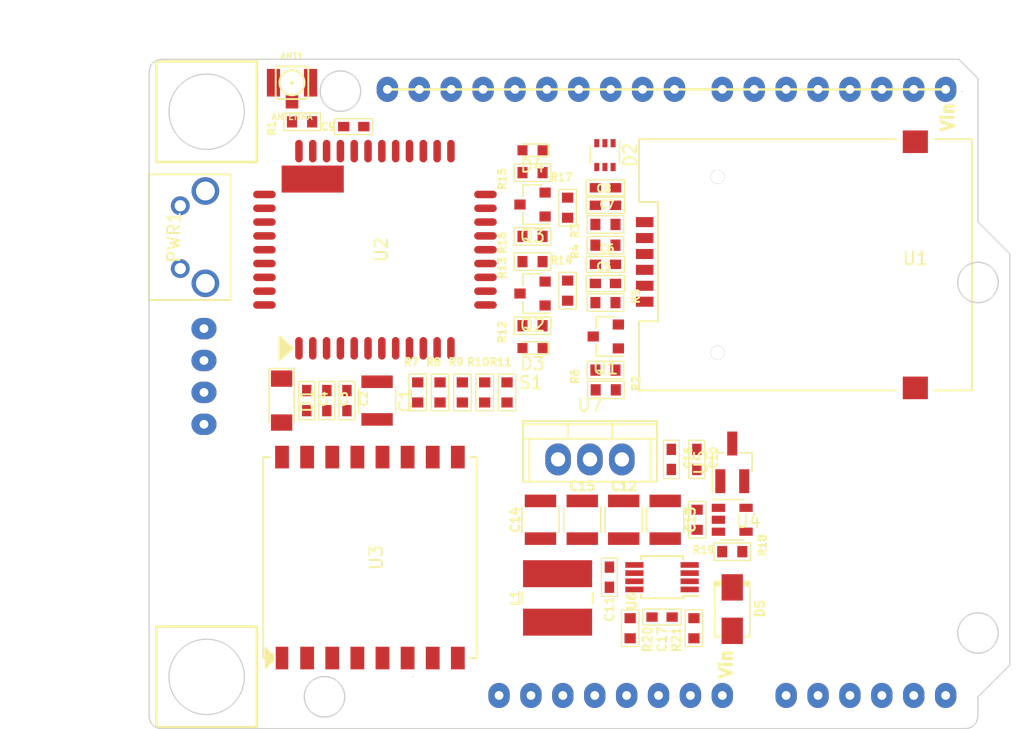
<source format=kicad_pcb>
(kicad_pcb (version 20170123) (host pcbnew no-vcs-found-23a23d3~58~ubuntu16.04.1)

  (general
    (links 129)
    (no_connects 129)
    (area 97.045999 46.017099 178.750619 104.185956)
    (thickness 1.6)
    (drawings 768)
    (tracks 0)
    (zones 0)
    (modules 57)
    (nets 48)
  )

  (page A4)
  (layers
    (0 F.Cu signal)
    (31 B.Cu signal)
    (32 B.Adhes user)
    (33 F.Adhes user)
    (34 B.Paste user)
    (35 F.Paste user)
    (36 B.SilkS user)
    (37 F.SilkS user)
    (38 B.Mask user)
    (39 F.Mask user)
    (40 Dwgs.User user)
    (41 Cmts.User user)
    (42 Eco1.User user)
    (43 Eco2.User user)
    (44 Edge.Cuts user)
    (45 Margin user)
    (46 B.CrtYd user)
    (47 F.CrtYd user)
    (48 B.Fab user)
    (49 F.Fab user)
  )

  (setup
    (last_trace_width 2)
    (user_trace_width 0.254)
    (user_trace_width 0.254)
    (user_trace_width 0.3048)
    (user_trace_width 0.4064)
    (user_trace_width 0.4572)
    (user_trace_width 0.508)
    (trace_clearance 0.1)
    (zone_clearance 0.508)
    (zone_45_only yes)
    (trace_min 0.254)
    (segment_width 0.2)
    (edge_width 0.1)
    (via_size 1.1)
    (via_drill 0.6)
    (via_min_size 1.1)
    (via_min_drill 0.2)
    (user_via 1.1 0.6)
    (user_via 1.2 0.6)
    (uvia_size 0.3)
    (uvia_drill 0.15)
    (uvias_allowed no)
    (uvia_min_size 0.2)
    (uvia_min_drill 0.1)
    (pcb_text_width 0.3)
    (pcb_text_size 1.5 1.5)
    (mod_edge_width 0.15)
    (mod_text_size 1 1)
    (mod_text_width 0.15)
    (pad_size 1.5 1.5)
    (pad_drill 0.6)
    (pad_to_mask_clearance 0)
    (aux_axis_origin 0 0)
    (grid_origin 108.941 104.0321)
    (visible_elements FFFEF7FF)
    (pcbplotparams
      (layerselection 0x010fc_ffffffff)
      (usegerberextensions true)
      (excludeedgelayer true)
      (linewidth 0.100000)
      (plotframeref false)
      (viasonmask false)
      (mode 1)
      (useauxorigin true)
      (hpglpennumber 1)
      (hpglpenspeed 20)
      (hpglpendiameter 15)
      (psnegative false)
      (psa4output false)
      (plotreference true)
      (plotvalue true)
      (plotinvisibletext false)
      (padsonsilk false)
      (subtractmaskfromsilk false)
      (outputformat 1)
      (mirror false)
      (drillshape 0)
      (scaleselection 1)
      (outputdirectory assets))
  )

  (net 0 "")
  (net 1 GND)
  (net 2 "Net-(R18-Pad1)")
  (net 3 "Net-(R20-Pad2)")
  (net 4 "Net-(ANT1-Pad1)")
  (net 5 "Net-(C12-Pad1)")
  (net 6 VDD)
  (net 7 "Net-(R5-Pad2)")
  (net 8 "Net-(Q2-Pad1)")
  (net 9 "Net-(Q1-Pad1)")
  (net 10 "Net-(Q3-Pad1)")
  (net 11 GSM_ANT)
  (net 12 SIM800C_DATA)
  (net 13 SIM800C_CLK)
  (net 14 SIM800C_VDD)
  (net 15 SIM800C_RST)
  (net 16 "Net-(C9-Pad1)")
  (net 17 "Net-(C11-Pad1)")
  (net 18 "Net-(C11-Pad2)")
  (net 19 "Net-(C17-Pad1)")
  (net 20 "Net-(D3-Pad1)")
  (net 21 "Net-(D4-Pad1)")
  (net 22 Vin)
  (net 23 SIM800C_PWRKEY)
  (net 24 "Net-(Q2-Pad3)")
  (net 25 "Net-(Q3-Pad3)")
  (net 26 PWRKEY)
  (net 27 "Net-(R3-Pad1)")
  (net 28 "Net-(R4-Pad1)")
  (net 29 "Net-(R7-Pad2)")
  (net 30 SIM800C_TXD)
  (net 31 "Net-(R8-Pad2)")
  (net 32 SIM800C_RXD)
  (net 33 "Net-(R9-Pad2)")
  (net 34 SIM800C_DCD)
  (net 35 SIM800C_DTR)
  (net 36 "Net-(R10-Pad2)")
  (net 37 SIM800C_RI)
  (net 38 "Net-(R11-Pad2)")
  (net 39 SIM800C_NETLIGHT)
  (net 40 SIM800C_STATUS)
  (net 41 RA_MISO/SPIQ)
  (net 42 RA_MOSI/SPID)
  (net 43 +5VD)
  (net 44 RA_SCK)
  (net 45 RA_RESET)
  (net 46 +3V3)
  (net 47 "Net-(U4-Pad1)")

  (net_class Default "This is the default net class."
    (clearance 0.1)
    (trace_width 2)
    (via_dia 1.1)
    (via_drill 0.6)
    (uvia_dia 0.3)
    (uvia_drill 0.15)
    (diff_pair_gap 0.25)
    (diff_pair_width 0.254)
    (add_net +3V3)
    (add_net +5VD)
    (add_net GND)
    (add_net GSM_ANT)
    (add_net "Net-(ANT1-Pad1)")
    (add_net "Net-(C11-Pad1)")
    (add_net "Net-(C11-Pad2)")
    (add_net "Net-(C12-Pad1)")
    (add_net "Net-(C17-Pad1)")
    (add_net "Net-(C9-Pad1)")
    (add_net "Net-(D3-Pad1)")
    (add_net "Net-(D4-Pad1)")
    (add_net "Net-(Q1-Pad1)")
    (add_net "Net-(Q2-Pad1)")
    (add_net "Net-(Q2-Pad3)")
    (add_net "Net-(Q3-Pad1)")
    (add_net "Net-(Q3-Pad3)")
    (add_net "Net-(R10-Pad2)")
    (add_net "Net-(R11-Pad2)")
    (add_net "Net-(R18-Pad1)")
    (add_net "Net-(R20-Pad2)")
    (add_net "Net-(R3-Pad1)")
    (add_net "Net-(R4-Pad1)")
    (add_net "Net-(R5-Pad2)")
    (add_net "Net-(R7-Pad2)")
    (add_net "Net-(R8-Pad2)")
    (add_net "Net-(R9-Pad2)")
    (add_net "Net-(U4-Pad1)")
    (add_net PWRKEY)
    (add_net RA_MISO/SPIQ)
    (add_net RA_MOSI/SPID)
    (add_net RA_RESET)
    (add_net RA_SCK)
    (add_net SIM800C_CLK)
    (add_net SIM800C_DATA)
    (add_net SIM800C_DCD)
    (add_net SIM800C_DTR)
    (add_net SIM800C_NETLIGHT)
    (add_net SIM800C_PWRKEY)
    (add_net SIM800C_RI)
    (add_net SIM800C_RST)
    (add_net SIM800C_RXD)
    (add_net SIM800C_STATUS)
    (add_net SIM800C_TXD)
    (add_net SIM800C_VDD)
    (add_net VDD)
    (add_net Vin)
  )

  (module lib:do214ac (layer F.Cu) (tedit 58C64A47) (tstamp 58C63573)
    (at 155.448 94.615 90)
    (descr DO214AC)
    (path /58C3E07F)
    (fp_text reference D5 (at 0.0381 2.2098 90) (layer F.SilkS)
      (effects (font (size 0.7 0.7) (thickness 0.175)))
    )
    (fp_text value SS34 (at 0 1.9685 90) (layer F.SilkS) hide
      (effects (font (size 0.50038 0.50038) (thickness 0.11938)))
    )
    (fp_line (start -2.159 0.9525) (end -2.2225 0.9525) (layer F.SilkS) (width 0.1))
    (fp_line (start -2.159 1.397) (end -2.159 0.9525) (layer F.SilkS) (width 0.1))
    (fp_line (start -2.2225 1.397) (end -2.2225 0.9525) (layer F.SilkS) (width 0.1))
    (fp_line (start -2.2225 -0.9525) (end -2.159 -0.9525) (layer F.SilkS) (width 0.1))
    (fp_line (start -2.159 -1.3335) (end -2.159 -0.9525) (layer F.SilkS) (width 0.1))
    (fp_line (start -2.2225 -1.397) (end -2.2225 -0.9525) (layer F.SilkS) (width 0.1))
    (fp_line (start 1.8415 0.9525) (end 1.8415 1.3335) (layer F.SilkS) (width 0.1))
    (fp_line (start 2.159 1.143) (end 1.905 1.143) (layer F.SilkS) (width 0.1))
    (fp_line (start 1.8415 1.016) (end 2.2225 1.016) (layer F.SilkS) (width 0.1))
    (fp_line (start 2.2225 1.016) (end 1.905 1.0795) (layer F.SilkS) (width 0.1))
    (fp_line (start 1.8415 0.9525) (end 2.2225 0.9525) (layer F.SilkS) (width 0.1))
    (fp_line (start 1.8415 1.3335) (end 1.8415 1.016) (layer F.SilkS) (width 0.1))
    (fp_line (start 1.905 1.397) (end 1.905 1.0795) (layer F.SilkS) (width 0.1))
    (fp_line (start 2.032 1.3335) (end 2.032 1.0795) (layer F.SilkS) (width 0.1))
    (fp_line (start 1.9685 1.397) (end 1.9685 1.016) (layer F.SilkS) (width 0.1))
    (fp_line (start 2.0955 1.397) (end 2.0955 1.016) (layer F.SilkS) (width 0.1))
    (fp_line (start 2.159 1.397) (end 2.159 1.016) (layer F.SilkS) (width 0.1))
    (fp_line (start 2.2225 1.397) (end 2.2225 0.9525) (layer F.SilkS) (width 0.1))
    (fp_line (start 1.8415 -0.9525) (end 2.2225 -0.9525) (layer F.SilkS) (width 0.1))
    (fp_line (start 1.8415 -1.397) (end 1.8415 -0.9525) (layer F.SilkS) (width 0.1))
    (fp_line (start 1.905 -1.397) (end 1.905 -0.9525) (layer F.SilkS) (width 0.1))
    (fp_line (start 1.9685 -1.397) (end 1.9685 -0.9525) (layer F.SilkS) (width 0.1))
    (fp_line (start 2.032 -1.3335) (end 2.032 -0.9525) (layer F.SilkS) (width 0.1))
    (fp_line (start 2.0955 -1.397) (end 2.0955 -0.9525) (layer F.SilkS) (width 0.1))
    (fp_line (start 2.159 -1.397) (end 2.159 -0.9525) (layer F.SilkS) (width 0.1))
    (fp_line (start 2.2225 -1.397) (end 2.2225 -0.9525) (layer F.SilkS) (width 0.1))
    (fp_line (start 2.19964 -1.39954) (end -2.19964 -1.39954) (layer F.SilkS) (width 0.127))
    (fp_line (start -2.19964 1.39954) (end 2.19964 1.39954) (layer F.SilkS) (width 0.127))
    (pad 1 smd rect (at 1.72974 0 90) (size 2.10058 1.69926) (layers F.Cu F.Paste F.Mask)
      (net 5 "Net-(C12-Pad1)"))
    (pad 2 smd rect (at -1.72974 0 90) (size 2.10058 1.69926) (layers F.Cu F.Paste F.Mask)
      (net 43 +5VD))
    (model walter/smd_diode/do214ac.wrl
      (at (xyz 0 0 0))
      (scale (xyz 1 1 1))
      (rotate (xyz 0 0 0))
    )
  )

  (module lib:ESP-UNO-SH (layer F.Cu) (tedit 58C123C9) (tstamp 58C3AAE3)
    (at 139.421 76.0921)
    (path /58C17174)
    (fp_text reference S1 (at 0 0.5) (layer F.SilkS)
      (effects (font (size 1 1) (thickness 0.15)))
    )
    (fp_text value ESP-UNO (at 0 -0.5) (layer F.Fab)
      (effects (font (size 1 1) (thickness 0.15)))
    )
    (fp_line (start -42.2 -28.9) (end -42.2 -28.9) (layer F.CrtYd) (width 0.15))
    (fp_line (start -42.2 -28.9) (end -42.2 -28.9) (layer F.CrtYd) (width 0.15))
    (fp_line (start -42.2 -28.9) (end -42.2 -28.9) (layer F.CrtYd) (width 0.15))
    (fp_line (start -42.2 -28.9) (end -42.2 -28.9) (layer F.CrtYd) (width 0.15))
    (fp_line (start -41.8 -28.9) (end -42.2 -28.9) (layer F.CrtYd) (width 0.15))
    (fp_line (start -41.8 -29.9) (end -41.8 -28.9) (layer F.CrtYd) (width 0.15))
    (fp_line (start -42.2 -29.9) (end -41.8 -29.9) (layer F.CrtYd) (width 0.15))
    (fp_line (start -42.2 -28.9) (end -42.2 -29.9) (layer F.CrtYd) (width 0.15))
    (pad 36 thru_hole oval (at -26.035 3.81 90) (size 1.7 2) (drill oval 0.7) (layers *.Cu *.Mask))
    (pad 35 thru_hole oval (at -26.035 1.27 90) (size 1.7 2) (drill oval 0.7) (layers *.Cu *.Mask))
    (pad 34 thru_hole oval (at -26.035 -1.27 270) (size 1.7 2) (drill oval 0.7) (layers *.Cu *.Mask))
    (pad 33 thru_hole oval (at -26.035 -3.81 90) (size 1.7 2) (drill oval 0.7) (layers *.Cu *.Mask))
    (pad 32 thru_hole oval (at -11.43 -22.86) (size 1.7 2) (drill oval 0.7) (layers *.Cu *.Mask))
    (pad 31 thru_hole oval (at -8.89 -22.86) (size 1.7 2) (drill oval 0.7) (layers *.Cu *.Mask))
    (pad 30 thru_hole oval (at -6.35 -22.86) (size 1.7 2) (drill oval 0.7) (layers *.Cu *.Mask))
    (pad 29 thru_hole oval (at -3.81 -22.86) (size 1.7 2) (drill oval 0.7) (layers *.Cu *.Mask)
      (net 41 RA_MISO/SPIQ))
    (pad 28 thru_hole oval (at -1.27 -22.86) (size 1.7 2) (drill oval 0.7) (layers *.Cu *.Mask)
      (net 42 RA_MOSI/SPID))
    (pad 27 thru_hole oval (at 1.27 -22.86) (size 1.7 2) (drill oval 0.7) (layers *.Cu *.Mask))
    (pad 26 thru_hole oval (at 3.81 -22.86) (size 1.7 2) (drill oval 0.7) (layers *.Cu *.Mask))
    (pad 25 thru_hole oval (at 6.35 -22.86) (size 1.7 2) (drill oval 0.7) (layers *.Cu *.Mask))
    (pad 24 thru_hole oval (at 8.89 -22.86) (size 1.7 2) (drill oval 0.7) (layers *.Cu *.Mask))
    (pad 23 thru_hole oval (at 11.43 -22.86) (size 1.7 2) (drill oval 0.7) (layers *.Cu *.Mask))
    (pad 22 thru_hole oval (at 15.24 -22.86) (size 1.7 2) (drill oval 0.7) (layers *.Cu *.Mask))
    (pad 21 thru_hole oval (at 17.78 -22.86) (size 1.7 2) (drill oval 0.7) (layers *.Cu *.Mask))
    (pad 20 thru_hole oval (at 20.32 -22.86) (size 1.7 2) (drill oval 0.7) (layers *.Cu *.Mask)
      (net 26 PWRKEY))
    (pad 19 thru_hole oval (at 22.86 -22.86) (size 1.7 2) (drill oval 0.7) (layers *.Cu *.Mask)
      (net 34 SIM800C_DCD))
    (pad 18 thru_hole oval (at 25.4 -22.86) (size 1.7 2) (drill oval 0.7) (layers *.Cu *.Mask)
      (net 37 SIM800C_RI))
    (pad 17 thru_hole oval (at 27.94 -22.86) (size 1.7 2) (drill oval 0.7) (layers *.Cu *.Mask)
      (net 35 SIM800C_DTR))
    (pad 16 thru_hole oval (at 30.48 -22.86) (size 1.7 2) (drill oval 0.7) (layers *.Cu *.Mask)
      (net 32 SIM800C_RXD))
    (pad 15 thru_hole oval (at 33.02 -22.86) (size 1.7 2) (drill oval 0.7) (layers *.Cu *.Mask)
      (net 30 SIM800C_TXD))
    (pad 14 thru_hole oval (at 33.02 25.4) (size 1.7 2) (drill oval 0.7) (layers *.Cu *.Mask))
    (pad 13 thru_hole oval (at 30.48 25.4) (size 1.7 2) (drill oval 0.7) (layers *.Cu *.Mask))
    (pad 12 thru_hole oval (at 27.94 25.4) (size 1.7 2) (drill oval 0.7) (layers *.Cu *.Mask))
    (pad 11 thru_hole oval (at 25.4 25.4) (size 1.7 2) (drill oval 0.7) (layers *.Cu *.Mask))
    (pad 10 thru_hole oval (at 22.86 25.4) (size 1.7 2) (drill oval 0.7) (layers *.Cu *.Mask))
    (pad 9 thru_hole oval (at 20.32 25.4) (size 1.7 2) (drill oval 0.7) (layers *.Cu *.Mask))
    (pad 8 thru_hole oval (at 15.24 25.4) (size 1.7 2) (drill oval 0.7) (layers *.Cu *.Mask)
      (net 22 Vin))
    (pad 7 thru_hole oval (at 12.7 25.4) (size 1.7 2) (drill oval 0.7) (layers *.Cu *.Mask)
      (net 1 GND))
    (pad 6 thru_hole oval (at 10.16 25.4) (size 1.7 2) (drill oval 0.7) (layers *.Cu *.Mask)
      (net 1 GND))
    (pad 5 thru_hole oval (at 7.62 25.4) (size 1.7 2) (drill oval 0.7) (layers *.Cu *.Mask)
      (net 43 +5VD))
    (pad 4 thru_hole oval (at 5.08 25.4) (size 1.7 2) (drill oval 0.7) (layers *.Cu *.Mask))
    (pad 3 thru_hole oval (at 2.54 25.4) (size 1.7 2) (drill oval 0.7) (layers *.Cu *.Mask))
    (pad 2 thru_hole oval (at 0 25.4) (size 1.7 2) (drill oval 0.7) (layers *.Cu *.Mask)
      (net 44 RA_SCK))
    (pad 1 thru_hole oval (at -2.54 25.4) (size 1.7 2) (drill oval 0.7) (layers *.Cu *.Mask)
      (net 45 RA_RESET))
    (model /home/trinhduc/2017/esp32-iot-uno/lib/3d/pin_socket_4.wrl
      (at (xyz -1.023622047244094 0 0))
      (scale (xyz 1 1 1))
      (rotate (xyz 0 0 90))
    )
  )

  (module lib:coaxial_u.fl-r-smt-1 (layer F.Cu) (tedit 0) (tstamp 58C3A883)
    (at 120.396 52.705)
    (descr "Ultra small surface mount coaxial connector, Hirose U.FL-R-SMT-1")
    (path /57DA6B70)
    (fp_text reference ANT1 (at 0 -2.1) (layer F.SilkS)
      (effects (font (size 0.5 0.5) (thickness 0.1)))
    )
    (fp_text value ANTENNA (at 0 2.7) (layer F.SilkS)
      (effects (font (size 0.5 0.5) (thickness 0.1)))
    )
    (fp_circle (center 0 0) (end -0.1 0) (layer F.SilkS) (width 0.15))
    (fp_circle (center 0 0) (end -1 0) (layer F.SilkS) (width 0.15))
    (fp_line (start -1.3 1) (end -1.3 -1) (layer F.SilkS) (width 0.15))
    (fp_line (start 1 1.3) (end -1 1.3) (layer F.SilkS) (width 0.15))
    (fp_line (start 1.3 -1) (end 1.3 1) (layer F.SilkS) (width 0.15))
    (fp_line (start -1 -1.3) (end 1 -1.3) (layer F.SilkS) (width 0.15))
    (fp_arc (start -1 1) (end -1 1.3) (angle 90) (layer F.SilkS) (width 0.15))
    (fp_arc (start 1 1) (end 1.3 1) (angle 90) (layer F.SilkS) (width 0.15))
    (fp_arc (start 1 -1) (end 1 -1.3) (angle 90) (layer F.SilkS) (width 0.15))
    (fp_arc (start -1 -1) (end -1.3 -1) (angle 90) (layer F.SilkS) (width 0.15))
    (pad 2 smd rect (at -1.475 0) (size 1.05 2.2) (layers F.Cu F.Paste F.Mask)
      (solder_mask_margin 0.07) (solder_paste_margin -0.05))
    (pad 2 smd rect (at 1.475 0) (size 1.05 2.2) (layers F.Cu F.Paste F.Mask)
      (solder_mask_margin 0.07) (solder_paste_margin -0.05))
    (pad 1 smd rect (at 0 1.525) (size 1 1.05) (layers F.Cu F.Paste F.Mask)
      (net 4 "Net-(ANT1-Pad1)") (solder_mask_margin 0.07) (solder_paste_margin -0.05))
    (model ${KIPRJMOD}/lib/coaxial_u.fl-r-smt-1.wrl
      (at (xyz 0 0 0))
      (scale (xyz 1 1 1))
      (rotate (xyz 0 0 0))
    )
  )

  (module lib:C_0603 (layer F.Cu) (tedit 58072819) (tstamp 58C3A8A8)
    (at 123.1695 78.013 270)
    (descr "Capacitor SMD 0603, hand soldering")
    (tags "capacitor 0603")
    (path /57DA6B62)
    (attr smd)
    (fp_text reference C3 (at -0.127 -1.3335 90) (layer F.SilkS)
      (effects (font (size 0.6 0.6) (thickness 0.15)))
    )
    (fp_text value 33pF/16v (at 0 1.15 270) (layer F.Fab) hide
      (effects (font (size 0.6 0.6) (thickness 0.15)))
    )
    (fp_line (start -1.524 -0.635) (end 1.524 -0.635) (layer F.SilkS) (width 0.1))
    (fp_line (start 1.524 -0.635) (end 1.524 0.635) (layer F.SilkS) (width 0.1))
    (fp_line (start 1.524 0.635) (end -1.524 0.635) (layer F.SilkS) (width 0.1))
    (fp_line (start -1.524 0.635) (end -1.524 -0.635) (layer F.SilkS) (width 0.1))
    (pad 2 smd rect (at 0.799999 0 270) (size 0.9 0.75) (layers F.Cu F.Paste F.Mask)
      (net 1 GND))
    (pad 1 smd rect (at -0.799999 0 270) (size 0.9 0.75) (layers F.Cu F.Paste F.Mask)
      (net 6 VDD))
    (model Capacitors_SMD.3dshapes/C_0603_HandSoldering.wrl
      (at (xyz 0 0 0))
      (scale (xyz 1 1 1))
      (rotate (xyz 0 0 0))
    )
  )

  (module lib:C_0603 (layer F.Cu) (tedit 58072819) (tstamp 58C3A8B2)
    (at 121.5695 78.013 270)
    (descr "Capacitor SMD 0603, hand soldering")
    (tags "capacitor 0603")
    (path /57DA6B63)
    (attr smd)
    (fp_text reference C4 (at -0.127 -1.3335 90) (layer F.SilkS)
      (effects (font (size 0.6 0.6) (thickness 0.15)))
    )
    (fp_text value 10pF/16v (at 0 1.15 270) (layer F.Fab) hide
      (effects (font (size 0.6 0.6) (thickness 0.15)))
    )
    (fp_line (start -1.524 -0.635) (end 1.524 -0.635) (layer F.SilkS) (width 0.1))
    (fp_line (start 1.524 -0.635) (end 1.524 0.635) (layer F.SilkS) (width 0.1))
    (fp_line (start 1.524 0.635) (end -1.524 0.635) (layer F.SilkS) (width 0.1))
    (fp_line (start -1.524 0.635) (end -1.524 -0.635) (layer F.SilkS) (width 0.1))
    (pad 2 smd rect (at 0.799999 0 270) (size 0.9 0.75) (layers F.Cu F.Paste F.Mask)
      (net 1 GND))
    (pad 1 smd rect (at -0.799999 0 270) (size 0.9 0.75) (layers F.Cu F.Paste F.Mask)
      (net 6 VDD))
    (model Capacitors_SMD.3dshapes/C_0603_HandSoldering.wrl
      (at (xyz 0 0 0))
      (scale (xyz 1 1 1))
      (rotate (xyz 0 0 0))
    )
  )

  (module lib:C_0603 (layer F.Cu) (tedit 58072819) (tstamp 58C3A8BC)
    (at 145.352001 68.688)
    (descr "Capacitor SMD 0603, hand soldering")
    (tags "capacitor 0603")
    (path /57DA6BB7)
    (attr smd)
    (fp_text reference C5 (at -0.127 -1.3335 180) (layer F.SilkS)
      (effects (font (size 0.6 0.6) (thickness 0.15)))
    )
    (fp_text value 22pF (at 0 1.15) (layer F.Fab) hide
      (effects (font (size 0.6 0.6) (thickness 0.15)))
    )
    (fp_line (start -1.524 0.635) (end -1.524 -0.635) (layer F.SilkS) (width 0.1))
    (fp_line (start 1.524 0.635) (end -1.524 0.635) (layer F.SilkS) (width 0.1))
    (fp_line (start 1.524 -0.635) (end 1.524 0.635) (layer F.SilkS) (width 0.1))
    (fp_line (start -1.524 -0.635) (end 1.524 -0.635) (layer F.SilkS) (width 0.1))
    (pad 1 smd rect (at -0.799999 0) (size 0.9 0.75) (layers F.Cu F.Paste F.Mask)
      (net 12 SIM800C_DATA))
    (pad 2 smd rect (at 0.799999 0) (size 0.9 0.75) (layers F.Cu F.Paste F.Mask)
      (net 1 GND))
    (model Capacitors_SMD.3dshapes/C_0603_HandSoldering.wrl
      (at (xyz 0 0 0))
      (scale (xyz 1 1 1))
      (rotate (xyz 0 0 0))
    )
  )

  (module lib:C_0603 (layer F.Cu) (tedit 58072819) (tstamp 58C3A8C6)
    (at 152.629 82.6961 270)
    (descr "Capacitor SMD 0603, hand soldering")
    (tags "capacitor 0603")
    (path /58C3E07C)
    (attr smd)
    (fp_text reference C10 (at -0.127 -1.3335 90) (layer F.SilkS)
      (effects (font (size 0.6 0.6) (thickness 0.15)))
    )
    (fp_text value 100nF (at 0 1.15 270) (layer F.Fab) hide
      (effects (font (size 0.6 0.6) (thickness 0.15)))
    )
    (fp_line (start -1.524 -0.635) (end 1.524 -0.635) (layer F.SilkS) (width 0.1))
    (fp_line (start 1.524 -0.635) (end 1.524 0.635) (layer F.SilkS) (width 0.1))
    (fp_line (start 1.524 0.635) (end -1.524 0.635) (layer F.SilkS) (width 0.1))
    (fp_line (start -1.524 0.635) (end -1.524 -0.635) (layer F.SilkS) (width 0.1))
    (pad 2 smd rect (at 0.799999 0 270) (size 0.9 0.75) (layers F.Cu F.Paste F.Mask)
      (net 1 GND))
    (pad 1 smd rect (at -0.799999 0 270) (size 0.9 0.75) (layers F.Cu F.Paste F.Mask)
      (net 43 +5VD))
    (model Capacitors_SMD.3dshapes/C_0603_HandSoldering.wrl
      (at (xyz 0 0 0))
      (scale (xyz 1 1 1))
      (rotate (xyz 0 0 0))
    )
  )

  (module Diodes_SMD:D_MiniMELF_Standard (layer F.Cu) (tedit 58645909) (tstamp 58C3A935)
    (at 119.5695 78.013 270)
    (descr "Diode Mini-MELF Standard")
    (tags "Diode Mini-MELF Standard")
    (path /58A32CC4)
    (attr smd)
    (fp_text reference D1 (at 0 -1.95 270) (layer F.SilkS)
      (effects (font (size 1 1) (thickness 0.15)))
    )
    (fp_text value 5.1V/500mA (at 0 3.81 270) (layer F.Fab)
      (effects (font (size 1 1) (thickness 0.15)))
    )
    (fp_line (start -2.65 1.1) (end -2.65 -1.1) (layer F.CrtYd) (width 0.05))
    (fp_line (start 2.65 1.1) (end -2.65 1.1) (layer F.CrtYd) (width 0.05))
    (fp_line (start 2.65 -1.1) (end 2.65 1.1) (layer F.CrtYd) (width 0.05))
    (fp_line (start -2.65 -1.1) (end 2.65 -1.1) (layer F.CrtYd) (width 0.05))
    (fp_line (start -0.75 0) (end -0.35 0) (layer F.Fab) (width 0.1))
    (fp_line (start -0.35 0) (end -0.35 -0.55) (layer F.Fab) (width 0.1))
    (fp_line (start -0.35 0) (end -0.35 0.55) (layer F.Fab) (width 0.1))
    (fp_line (start -0.35 0) (end 0.25 -0.4) (layer F.Fab) (width 0.1))
    (fp_line (start 0.25 -0.4) (end 0.25 0.4) (layer F.Fab) (width 0.1))
    (fp_line (start 0.25 0.4) (end -0.35 0) (layer F.Fab) (width 0.1))
    (fp_line (start 0.25 0) (end 0.75 0) (layer F.Fab) (width 0.1))
    (fp_line (start -1.65 -0.8) (end 1.65 -0.8) (layer F.Fab) (width 0.1))
    (fp_line (start -1.65 0.8) (end -1.65 -0.8) (layer F.Fab) (width 0.1))
    (fp_line (start 1.65 0.8) (end -1.65 0.8) (layer F.Fab) (width 0.1))
    (fp_line (start 1.65 -0.8) (end 1.65 0.8) (layer F.Fab) (width 0.1))
    (fp_line (start -2.55 1) (end 1.75 1) (layer F.SilkS) (width 0.12))
    (fp_line (start -2.55 -1) (end -2.55 1) (layer F.SilkS) (width 0.12))
    (fp_line (start 1.75 -1) (end -2.55 -1) (layer F.SilkS) (width 0.12))
    (pad 2 smd rect (at 1.75 0 270) (size 1.3 1.7) (layers F.Cu F.Paste F.Mask)
      (net 1 GND))
    (pad 1 smd rect (at -1.75 0 270) (size 1.3 1.7) (layers F.Cu F.Paste F.Mask)
      (net 6 VDD))
    (model Diodes_SMD.3dshapes/D_MiniMELF_Standard.wrl
      (at (xyz 0 0 0))
      (scale (xyz 0.3937 0.3937 0.3937))
      (rotate (xyz 0 0 0))
    )
  )

  (module lib:R_0603 (layer F.Cu) (tedit 580727E3) (tstamp 58C3A9D7)
    (at 121.195999 55.8165 180)
    (descr "Resistor SMD 0603, reflow soldering, Vishay (see dcrcw.pdf)")
    (tags "resistor 0603")
    (path /57DA6B6F)
    (attr smd)
    (fp_text reference R1 (at 2.413 -0.508 270) (layer F.SilkS)
      (effects (font (size 0.6 0.6) (thickness 0.15)))
    )
    (fp_text value 0R (at 0 1.9 180) (layer F.Fab) hide
      (effects (font (size 0.6 0.6) (thickness 0.15)))
    )
    (fp_line (start -1.4605 0.6985) (end -1.4605 -0.6985) (layer F.SilkS) (width 0.1))
    (fp_line (start 1.4605 0.6985) (end -1.4605 0.6985) (layer F.SilkS) (width 0.1))
    (fp_line (start 1.4605 -0.6985) (end 1.4605 0.6985) (layer F.SilkS) (width 0.1))
    (fp_line (start -1.4605 -0.6985) (end 1.4605 -0.6985) (layer F.SilkS) (width 0.1))
    (pad 1 smd rect (at -0.799999 0 180) (size 0.8 0.9) (layers F.Cu F.Paste F.Mask)
      (net 11 GSM_ANT))
    (pad 2 smd rect (at 0.799999 0 180) (size 0.8 0.9) (layers F.Cu F.Paste F.Mask)
      (net 4 "Net-(ANT1-Pad1)"))
    (model Resistors_SMD.3dshapes/R_0603.wrl
      (at (xyz 0 0 0))
      (scale (xyz 1 1 1))
      (rotate (xyz 0 0 0))
    )
  )

  (module lib:R_0603 (layer F.Cu) (tedit 580727E3) (tstamp 58C3A9E1)
    (at 145.377401 77.1589)
    (descr "Resistor SMD 0603, reflow soldering, Vishay (see dcrcw.pdf)")
    (tags "resistor 0603")
    (path /57DA6B66)
    (attr smd)
    (fp_text reference R2 (at 2.413 -0.508 90) (layer F.SilkS)
      (effects (font (size 0.6 0.6) (thickness 0.15)))
    )
    (fp_text value 4.7k (at 0 1.9) (layer F.Fab) hide
      (effects (font (size 0.6 0.6) (thickness 0.15)))
    )
    (fp_line (start -1.4605 -0.6985) (end 1.4605 -0.6985) (layer F.SilkS) (width 0.1))
    (fp_line (start 1.4605 -0.6985) (end 1.4605 0.6985) (layer F.SilkS) (width 0.1))
    (fp_line (start 1.4605 0.6985) (end -1.4605 0.6985) (layer F.SilkS) (width 0.1))
    (fp_line (start -1.4605 0.6985) (end -1.4605 -0.6985) (layer F.SilkS) (width 0.1))
    (pad 2 smd rect (at 0.799999 0) (size 0.8 0.9) (layers F.Cu F.Paste F.Mask)
      (net 26 PWRKEY))
    (pad 1 smd rect (at -0.799999 0) (size 0.8 0.9) (layers F.Cu F.Paste F.Mask)
      (net 9 "Net-(Q1-Pad1)"))
    (model Resistors_SMD.3dshapes/R_0603.wrl
      (at (xyz 0 0 0))
      (scale (xyz 1 1 1))
      (rotate (xyz 0 0 0))
    )
  )

  (module lib:R_0603 (layer F.Cu) (tedit 580727E3) (tstamp 58C3A9EB)
    (at 145.352001 63.989 180)
    (descr "Resistor SMD 0603, reflow soldering, Vishay (see dcrcw.pdf)")
    (tags "resistor 0603")
    (path /57DA6BBB)
    (attr smd)
    (fp_text reference R3 (at 2.413 -0.508 270) (layer F.SilkS)
      (effects (font (size 0.6 0.6) (thickness 0.15)))
    )
    (fp_text value 22R (at 0 1.9 180) (layer F.Fab) hide
      (effects (font (size 0.6 0.6) (thickness 0.15)))
    )
    (fp_line (start -1.4605 -0.6985) (end 1.4605 -0.6985) (layer F.SilkS) (width 0.1))
    (fp_line (start 1.4605 -0.6985) (end 1.4605 0.6985) (layer F.SilkS) (width 0.1))
    (fp_line (start 1.4605 0.6985) (end -1.4605 0.6985) (layer F.SilkS) (width 0.1))
    (fp_line (start -1.4605 0.6985) (end -1.4605 -0.6985) (layer F.SilkS) (width 0.1))
    (pad 2 smd rect (at 0.799999 0 180) (size 0.8 0.9) (layers F.Cu F.Paste F.Mask)
      (net 15 SIM800C_RST))
    (pad 1 smd rect (at -0.799999 0 180) (size 0.8 0.9) (layers F.Cu F.Paste F.Mask)
      (net 27 "Net-(R3-Pad1)"))
    (model Resistors_SMD.3dshapes/R_0603.wrl
      (at (xyz 0 0 0))
      (scale (xyz 1 1 1))
      (rotate (xyz 0 0 0))
    )
  )

  (module lib:R_0603 (layer F.Cu) (tedit 580727E3) (tstamp 58C3A9F5)
    (at 145.352001 65.64 180)
    (descr "Resistor SMD 0603, reflow soldering, Vishay (see dcrcw.pdf)")
    (tags "resistor 0603")
    (path /57DA6BBC)
    (attr smd)
    (fp_text reference R4 (at 2.413 -0.508 270) (layer F.SilkS)
      (effects (font (size 0.6 0.6) (thickness 0.15)))
    )
    (fp_text value 22R (at 0 1.9 180) (layer F.Fab) hide
      (effects (font (size 0.6 0.6) (thickness 0.15)))
    )
    (fp_line (start -1.4605 0.6985) (end -1.4605 -0.6985) (layer F.SilkS) (width 0.1))
    (fp_line (start 1.4605 0.6985) (end -1.4605 0.6985) (layer F.SilkS) (width 0.1))
    (fp_line (start 1.4605 -0.6985) (end 1.4605 0.6985) (layer F.SilkS) (width 0.1))
    (fp_line (start -1.4605 -0.6985) (end 1.4605 -0.6985) (layer F.SilkS) (width 0.1))
    (pad 1 smd rect (at -0.799999 0 180) (size 0.8 0.9) (layers F.Cu F.Paste F.Mask)
      (net 28 "Net-(R4-Pad1)"))
    (pad 2 smd rect (at 0.799999 0 180) (size 0.8 0.9) (layers F.Cu F.Paste F.Mask)
      (net 13 SIM800C_CLK))
    (model Resistors_SMD.3dshapes/R_0603.wrl
      (at (xyz 0 0 0))
      (scale (xyz 1 1 1))
      (rotate (xyz 0 0 0))
    )
  )

  (module lib:R_0603 (layer F.Cu) (tedit 580727E3) (tstamp 58C3A9FF)
    (at 145.352001 70.212)
    (descr "Resistor SMD 0603, reflow soldering, Vishay (see dcrcw.pdf)")
    (tags "resistor 0603")
    (path /57DA6BBA)
    (attr smd)
    (fp_text reference R5 (at 2.413 -0.508 90) (layer F.SilkS)
      (effects (font (size 0.6 0.6) (thickness 0.15)))
    )
    (fp_text value 22R (at 0 1.9) (layer F.Fab) hide
      (effects (font (size 0.6 0.6) (thickness 0.15)))
    )
    (fp_line (start -1.4605 -0.6985) (end 1.4605 -0.6985) (layer F.SilkS) (width 0.1))
    (fp_line (start 1.4605 -0.6985) (end 1.4605 0.6985) (layer F.SilkS) (width 0.1))
    (fp_line (start 1.4605 0.6985) (end -1.4605 0.6985) (layer F.SilkS) (width 0.1))
    (fp_line (start -1.4605 0.6985) (end -1.4605 -0.6985) (layer F.SilkS) (width 0.1))
    (pad 2 smd rect (at 0.799999 0) (size 0.8 0.9) (layers F.Cu F.Paste F.Mask)
      (net 7 "Net-(R5-Pad2)"))
    (pad 1 smd rect (at -0.799999 0) (size 0.8 0.9) (layers F.Cu F.Paste F.Mask)
      (net 12 SIM800C_DATA))
    (model Resistors_SMD.3dshapes/R_0603.wrl
      (at (xyz 0 0 0))
      (scale (xyz 1 1 1))
      (rotate (xyz 0 0 0))
    )
  )

  (module lib:R_0603 (layer F.Cu) (tedit 580727E3) (tstamp 58C3AA09)
    (at 145.351799 75.5841 180)
    (descr "Resistor SMD 0603, reflow soldering, Vishay (see dcrcw.pdf)")
    (tags "resistor 0603")
    (path /57DA6B67)
    (attr smd)
    (fp_text reference R6 (at 2.413 -0.508 270) (layer F.SilkS)
      (effects (font (size 0.6 0.6) (thickness 0.15)))
    )
    (fp_text value 4.7k (at 0 1.9 180) (layer F.Fab) hide
      (effects (font (size 0.6 0.6) (thickness 0.15)))
    )
    (fp_line (start -1.4605 -0.6985) (end 1.4605 -0.6985) (layer F.SilkS) (width 0.1))
    (fp_line (start 1.4605 -0.6985) (end 1.4605 0.6985) (layer F.SilkS) (width 0.1))
    (fp_line (start 1.4605 0.6985) (end -1.4605 0.6985) (layer F.SilkS) (width 0.1))
    (fp_line (start -1.4605 0.6985) (end -1.4605 -0.6985) (layer F.SilkS) (width 0.1))
    (pad 2 smd rect (at 0.799999 0 180) (size 0.8 0.9) (layers F.Cu F.Paste F.Mask)
      (net 9 "Net-(Q1-Pad1)"))
    (pad 1 smd rect (at -0.799999 0 180) (size 0.8 0.9) (layers F.Cu F.Paste F.Mask)
      (net 1 GND))
    (model Resistors_SMD.3dshapes/R_0603.wrl
      (at (xyz 0 0 0))
      (scale (xyz 1 1 1))
      (rotate (xyz 0 0 0))
    )
  )

  (module lib:R_0603 (layer F.Cu) (tedit 580727E3) (tstamp 58C3AA13)
    (at 130.404 77.3621 90)
    (descr "Resistor SMD 0603, reflow soldering, Vishay (see dcrcw.pdf)")
    (tags "resistor 0603")
    (path /58A5C245)
    (attr smd)
    (fp_text reference R7 (at 2.413 -0.508 180) (layer F.SilkS)
      (effects (font (size 0.6 0.6) (thickness 0.15)))
    )
    (fp_text value 1K (at 0 1.9 90) (layer F.Fab) hide
      (effects (font (size 0.6 0.6) (thickness 0.15)))
    )
    (fp_line (start -1.4605 -0.6985) (end 1.4605 -0.6985) (layer F.SilkS) (width 0.1))
    (fp_line (start 1.4605 -0.6985) (end 1.4605 0.6985) (layer F.SilkS) (width 0.1))
    (fp_line (start 1.4605 0.6985) (end -1.4605 0.6985) (layer F.SilkS) (width 0.1))
    (fp_line (start -1.4605 0.6985) (end -1.4605 -0.6985) (layer F.SilkS) (width 0.1))
    (pad 2 smd rect (at 0.799999 0 90) (size 0.8 0.9) (layers F.Cu F.Paste F.Mask)
      (net 29 "Net-(R7-Pad2)"))
    (pad 1 smd rect (at -0.799999 0 90) (size 0.8 0.9) (layers F.Cu F.Paste F.Mask)
      (net 30 SIM800C_TXD))
    (model Resistors_SMD.3dshapes/R_0603.wrl
      (at (xyz 0 0 0))
      (scale (xyz 1 1 1))
      (rotate (xyz 0 0 0))
    )
  )

  (module lib:R_0603 (layer F.Cu) (tedit 580727E3) (tstamp 58C3AA1D)
    (at 132.182 77.3621 90)
    (descr "Resistor SMD 0603, reflow soldering, Vishay (see dcrcw.pdf)")
    (tags "resistor 0603")
    (path /58A5CB9D)
    (attr smd)
    (fp_text reference R8 (at 2.413 -0.508 180) (layer F.SilkS)
      (effects (font (size 0.6 0.6) (thickness 0.15)))
    )
    (fp_text value 1K (at 0 1.9 90) (layer F.Fab) hide
      (effects (font (size 0.6 0.6) (thickness 0.15)))
    )
    (fp_line (start -1.4605 -0.6985) (end 1.4605 -0.6985) (layer F.SilkS) (width 0.1))
    (fp_line (start 1.4605 -0.6985) (end 1.4605 0.6985) (layer F.SilkS) (width 0.1))
    (fp_line (start 1.4605 0.6985) (end -1.4605 0.6985) (layer F.SilkS) (width 0.1))
    (fp_line (start -1.4605 0.6985) (end -1.4605 -0.6985) (layer F.SilkS) (width 0.1))
    (pad 2 smd rect (at 0.799999 0 90) (size 0.8 0.9) (layers F.Cu F.Paste F.Mask)
      (net 31 "Net-(R8-Pad2)"))
    (pad 1 smd rect (at -0.799999 0 90) (size 0.8 0.9) (layers F.Cu F.Paste F.Mask)
      (net 32 SIM800C_RXD))
    (model Resistors_SMD.3dshapes/R_0603.wrl
      (at (xyz 0 0 0))
      (scale (xyz 1 1 1))
      (rotate (xyz 0 0 0))
    )
  )

  (module lib:R_0603 (layer F.Cu) (tedit 580727E3) (tstamp 58C3AA27)
    (at 133.96 77.3621 90)
    (descr "Resistor SMD 0603, reflow soldering, Vishay (see dcrcw.pdf)")
    (tags "resistor 0603")
    (path /58A69F27)
    (attr smd)
    (fp_text reference R9 (at 2.413 -0.508 180) (layer F.SilkS)
      (effects (font (size 0.6 0.6) (thickness 0.15)))
    )
    (fp_text value 1K (at 0 1.9 90) (layer F.Fab) hide
      (effects (font (size 0.6 0.6) (thickness 0.15)))
    )
    (fp_line (start -1.4605 -0.6985) (end 1.4605 -0.6985) (layer F.SilkS) (width 0.1))
    (fp_line (start 1.4605 -0.6985) (end 1.4605 0.6985) (layer F.SilkS) (width 0.1))
    (fp_line (start 1.4605 0.6985) (end -1.4605 0.6985) (layer F.SilkS) (width 0.1))
    (fp_line (start -1.4605 0.6985) (end -1.4605 -0.6985) (layer F.SilkS) (width 0.1))
    (pad 2 smd rect (at 0.799999 0 90) (size 0.8 0.9) (layers F.Cu F.Paste F.Mask)
      (net 33 "Net-(R9-Pad2)"))
    (pad 1 smd rect (at -0.799999 0 90) (size 0.8 0.9) (layers F.Cu F.Paste F.Mask)
      (net 34 SIM800C_DCD))
    (model Resistors_SMD.3dshapes/R_0603.wrl
      (at (xyz 0 0 0))
      (scale (xyz 1 1 1))
      (rotate (xyz 0 0 0))
    )
  )

  (module lib:R_0603 (layer F.Cu) (tedit 580727E3) (tstamp 58C3AA31)
    (at 135.738 77.3621 90)
    (descr "Resistor SMD 0603, reflow soldering, Vishay (see dcrcw.pdf)")
    (tags "resistor 0603")
    (path /58A6B22B)
    (attr smd)
    (fp_text reference R10 (at 2.413 -0.508 180) (layer F.SilkS)
      (effects (font (size 0.6 0.6) (thickness 0.15)))
    )
    (fp_text value 1K (at 0 1.9 90) (layer F.Fab) hide
      (effects (font (size 0.6 0.6) (thickness 0.15)))
    )
    (fp_line (start -1.4605 0.6985) (end -1.4605 -0.6985) (layer F.SilkS) (width 0.1))
    (fp_line (start 1.4605 0.6985) (end -1.4605 0.6985) (layer F.SilkS) (width 0.1))
    (fp_line (start 1.4605 -0.6985) (end 1.4605 0.6985) (layer F.SilkS) (width 0.1))
    (fp_line (start -1.4605 -0.6985) (end 1.4605 -0.6985) (layer F.SilkS) (width 0.1))
    (pad 1 smd rect (at -0.799999 0 90) (size 0.8 0.9) (layers F.Cu F.Paste F.Mask)
      (net 35 SIM800C_DTR))
    (pad 2 smd rect (at 0.799999 0 90) (size 0.8 0.9) (layers F.Cu F.Paste F.Mask)
      (net 36 "Net-(R10-Pad2)"))
    (model Resistors_SMD.3dshapes/R_0603.wrl
      (at (xyz 0 0 0))
      (scale (xyz 1 1 1))
      (rotate (xyz 0 0 0))
    )
  )

  (module lib:R_0603 (layer F.Cu) (tedit 580727E3) (tstamp 58C3AA3B)
    (at 137.516 77.3621 90)
    (descr "Resistor SMD 0603, reflow soldering, Vishay (see dcrcw.pdf)")
    (tags "resistor 0603")
    (path /58A6B199)
    (attr smd)
    (fp_text reference R11 (at 2.413 -0.508 180) (layer F.SilkS)
      (effects (font (size 0.6 0.6) (thickness 0.15)))
    )
    (fp_text value 1K (at 0 1.9 90) (layer F.Fab) hide
      (effects (font (size 0.6 0.6) (thickness 0.15)))
    )
    (fp_line (start -1.4605 0.6985) (end -1.4605 -0.6985) (layer F.SilkS) (width 0.1))
    (fp_line (start 1.4605 0.6985) (end -1.4605 0.6985) (layer F.SilkS) (width 0.1))
    (fp_line (start 1.4605 -0.6985) (end 1.4605 0.6985) (layer F.SilkS) (width 0.1))
    (fp_line (start -1.4605 -0.6985) (end 1.4605 -0.6985) (layer F.SilkS) (width 0.1))
    (pad 1 smd rect (at -0.799999 0 90) (size 0.8 0.9) (layers F.Cu F.Paste F.Mask)
      (net 37 SIM800C_RI))
    (pad 2 smd rect (at 0.799999 0 90) (size 0.8 0.9) (layers F.Cu F.Paste F.Mask)
      (net 38 "Net-(R11-Pad2)"))
    (model Resistors_SMD.3dshapes/R_0603.wrl
      (at (xyz 0 0 0))
      (scale (xyz 1 1 1))
      (rotate (xyz 0 0 0))
    )
  )

  (module lib:R_0603 (layer F.Cu) (tedit 580727E3) (tstamp 58C3AA45)
    (at 139.548 72.0535 180)
    (descr "Resistor SMD 0603, reflow soldering, Vishay (see dcrcw.pdf)")
    (tags "resistor 0603")
    (path /57DA6B91)
    (attr smd)
    (fp_text reference R12 (at 2.413 -0.508 270) (layer F.SilkS)
      (effects (font (size 0.6 0.6) (thickness 0.15)))
    )
    (fp_text value 10K (at 0 1.9 180) (layer F.Fab) hide
      (effects (font (size 0.6 0.6) (thickness 0.15)))
    )
    (fp_line (start -1.4605 0.6985) (end -1.4605 -0.6985) (layer F.SilkS) (width 0.1))
    (fp_line (start 1.4605 0.6985) (end -1.4605 0.6985) (layer F.SilkS) (width 0.1))
    (fp_line (start 1.4605 -0.6985) (end 1.4605 0.6985) (layer F.SilkS) (width 0.1))
    (fp_line (start -1.4605 -0.6985) (end 1.4605 -0.6985) (layer F.SilkS) (width 0.1))
    (pad 1 smd rect (at -0.799999 0 180) (size 0.8 0.9) (layers F.Cu F.Paste F.Mask)
      (net 20 "Net-(D3-Pad1)"))
    (pad 2 smd rect (at 0.799999 0 180) (size 0.8 0.9) (layers F.Cu F.Paste F.Mask)
      (net 24 "Net-(Q2-Pad3)"))
    (model Resistors_SMD.3dshapes/R_0603.wrl
      (at (xyz 0 0 0))
      (scale (xyz 1 1 1))
      (rotate (xyz 0 0 0))
    )
  )

  (module lib:R_0603 (layer F.Cu) (tedit 580727E3) (tstamp 58C3AA4F)
    (at 139.548 66.9481 180)
    (descr "Resistor SMD 0603, reflow soldering, Vishay (see dcrcw.pdf)")
    (tags "resistor 0603")
    (path /57DA6B93)
    (attr smd)
    (fp_text reference R13 (at 2.413 -0.508 270) (layer F.SilkS)
      (effects (font (size 0.6 0.6) (thickness 0.15)))
    )
    (fp_text value 4k7 (at 0 1.9 180) (layer F.Fab) hide
      (effects (font (size 0.6 0.6) (thickness 0.15)))
    )
    (fp_line (start -1.4605 -0.6985) (end 1.4605 -0.6985) (layer F.SilkS) (width 0.1))
    (fp_line (start 1.4605 -0.6985) (end 1.4605 0.6985) (layer F.SilkS) (width 0.1))
    (fp_line (start 1.4605 0.6985) (end -1.4605 0.6985) (layer F.SilkS) (width 0.1))
    (fp_line (start -1.4605 0.6985) (end -1.4605 -0.6985) (layer F.SilkS) (width 0.1))
    (pad 2 smd rect (at 0.799999 0 180) (size 0.8 0.9) (layers F.Cu F.Paste F.Mask)
      (net 39 SIM800C_NETLIGHT))
    (pad 1 smd rect (at -0.799999 0 180) (size 0.8 0.9) (layers F.Cu F.Paste F.Mask)
      (net 8 "Net-(Q2-Pad1)"))
    (model Resistors_SMD.3dshapes/R_0603.wrl
      (at (xyz 0 0 0))
      (scale (xyz 1 1 1))
      (rotate (xyz 0 0 0))
    )
  )

  (module lib:R_0603 (layer F.Cu) (tedit 580727E3) (tstamp 58C3AA59)
    (at 142.342 69.2595 90)
    (descr "Resistor SMD 0603, reflow soldering, Vishay (see dcrcw.pdf)")
    (tags "resistor 0603")
    (path /57DA6B92)
    (attr smd)
    (fp_text reference R14 (at 2.413 -0.508 180) (layer F.SilkS)
      (effects (font (size 0.6 0.6) (thickness 0.15)))
    )
    (fp_text value 4k7 (at 0 1.9 90) (layer F.Fab) hide
      (effects (font (size 0.6 0.6) (thickness 0.15)))
    )
    (fp_line (start -1.4605 0.6985) (end -1.4605 -0.6985) (layer F.SilkS) (width 0.1))
    (fp_line (start 1.4605 0.6985) (end -1.4605 0.6985) (layer F.SilkS) (width 0.1))
    (fp_line (start 1.4605 -0.6985) (end 1.4605 0.6985) (layer F.SilkS) (width 0.1))
    (fp_line (start -1.4605 -0.6985) (end 1.4605 -0.6985) (layer F.SilkS) (width 0.1))
    (pad 1 smd rect (at -0.799999 0 90) (size 0.8 0.9) (layers F.Cu F.Paste F.Mask)
      (net 8 "Net-(Q2-Pad1)"))
    (pad 2 smd rect (at 0.799999 0 90) (size 0.8 0.9) (layers F.Cu F.Paste F.Mask)
      (net 1 GND))
    (model Resistors_SMD.3dshapes/R_0603.wrl
      (at (xyz 0 0 0))
      (scale (xyz 1 1 1))
      (rotate (xyz 0 0 0))
    )
  )

  (module lib:R_0603 (layer F.Cu) (tedit 580727E3) (tstamp 58C3AA63)
    (at 155.448 90.043)
    (descr "Resistor SMD 0603, reflow soldering, Vishay (see dcrcw.pdf)")
    (tags "resistor 0603")
    (path /58C3E075)
    (attr smd)
    (fp_text reference R18 (at 2.413 -0.508 90) (layer F.SilkS)
      (effects (font (size 0.6 0.6) (thickness 0.15)))
    )
    (fp_text value 10k (at 0 1.9) (layer F.Fab) hide
      (effects (font (size 0.6 0.6) (thickness 0.15)))
    )
    (fp_line (start -1.4605 -0.6985) (end 1.4605 -0.6985) (layer F.SilkS) (width 0.1))
    (fp_line (start 1.4605 -0.6985) (end 1.4605 0.6985) (layer F.SilkS) (width 0.1))
    (fp_line (start 1.4605 0.6985) (end -1.4605 0.6985) (layer F.SilkS) (width 0.1))
    (fp_line (start -1.4605 0.6985) (end -1.4605 -0.6985) (layer F.SilkS) (width 0.1))
    (pad 2 smd rect (at 0.799999 0) (size 0.8 0.9) (layers F.Cu F.Paste F.Mask)
      (net 22 Vin))
    (pad 1 smd rect (at -0.799999 0) (size 0.8 0.9) (layers F.Cu F.Paste F.Mask)
      (net 2 "Net-(R18-Pad1)"))
    (model Resistors_SMD.3dshapes/R_0603.wrl
      (at (xyz 0 0 0))
      (scale (xyz 1 1 1))
      (rotate (xyz 0 0 0))
    )
  )

  (module lib:R_0603 (layer F.Cu) (tedit 580727E3) (tstamp 58C3AA6D)
    (at 152.654 87.503 270)
    (descr "Resistor SMD 0603, reflow soldering, Vishay (see dcrcw.pdf)")
    (tags "resistor 0603")
    (path /58C3E076)
    (attr smd)
    (fp_text reference R19 (at 2.413 -0.508) (layer F.SilkS)
      (effects (font (size 0.6 0.6) (thickness 0.15)))
    )
    (fp_text value 10k (at 0 1.9 270) (layer F.Fab) hide
      (effects (font (size 0.6 0.6) (thickness 0.15)))
    )
    (fp_line (start -1.4605 0.6985) (end -1.4605 -0.6985) (layer F.SilkS) (width 0.1))
    (fp_line (start 1.4605 0.6985) (end -1.4605 0.6985) (layer F.SilkS) (width 0.1))
    (fp_line (start 1.4605 -0.6985) (end 1.4605 0.6985) (layer F.SilkS) (width 0.1))
    (fp_line (start -1.4605 -0.6985) (end 1.4605 -0.6985) (layer F.SilkS) (width 0.1))
    (pad 1 smd rect (at -0.799999 0 270) (size 0.8 0.9) (layers F.Cu F.Paste F.Mask)
      (net 1 GND))
    (pad 2 smd rect (at 0.799999 0 270) (size 0.8 0.9) (layers F.Cu F.Paste F.Mask)
      (net 2 "Net-(R18-Pad1)"))
    (model Resistors_SMD.3dshapes/R_0603.wrl
      (at (xyz 0 0 0))
      (scale (xyz 1 1 1))
      (rotate (xyz 0 0 0))
    )
  )

  (module lib:R_0603 (layer F.Cu) (tedit 58C64A3A) (tstamp 58C3AA77)
    (at 147.32 96.139 270)
    (descr "Resistor SMD 0603, reflow soldering, Vishay (see dcrcw.pdf)")
    (tags "resistor 0603")
    (path /58C3E06D)
    (attr smd)
    (fp_text reference R20 (at 0.889 -1.397 90) (layer F.SilkS)
      (effects (font (size 0.7 0.7) (thickness 0.15)))
    )
    (fp_text value 200k/1% (at 0 1.9 270) (layer F.Fab) hide
      (effects (font (size 0.6 0.6) (thickness 0.15)))
    )
    (fp_line (start -1.4605 0.6985) (end -1.4605 -0.6985) (layer F.SilkS) (width 0.1))
    (fp_line (start 1.4605 0.6985) (end -1.4605 0.6985) (layer F.SilkS) (width 0.1))
    (fp_line (start 1.4605 -0.6985) (end 1.4605 0.6985) (layer F.SilkS) (width 0.1))
    (fp_line (start -1.4605 -0.6985) (end 1.4605 -0.6985) (layer F.SilkS) (width 0.1))
    (pad 1 smd rect (at -0.799999 0 270) (size 0.8 0.9) (layers F.Cu F.Paste F.Mask)
      (net 6 VDD))
    (pad 2 smd rect (at 0.799999 0 270) (size 0.8 0.9) (layers F.Cu F.Paste F.Mask)
      (net 3 "Net-(R20-Pad2)"))
    (model Resistors_SMD.3dshapes/R_0603.wrl
      (at (xyz 0 0 0))
      (scale (xyz 1 1 1))
      (rotate (xyz 0 0 0))
    )
  )

  (module Capacitors_SMD:C_1210 (layer F.Cu) (tedit 58AA84E2) (tstamp 58C634E1)
    (at 127.1695 78.013 270)
    (descr "Capacitor SMD 1210, reflow soldering, AVX (see smccp.pdf)")
    (tags "capacitor 1210")
    (path /57DA6B60)
    (attr smd)
    (fp_text reference C1 (at 0 -2.25 270) (layer F.SilkS)
      (effects (font (size 1 1) (thickness 0.15)))
    )
    (fp_text value 100uF/16v (at 0 2.5 270) (layer F.Fab)
      (effects (font (size 1 1) (thickness 0.15)))
    )
    (fp_line (start 2.25 1.5) (end -2.25 1.5) (layer F.CrtYd) (width 0.05))
    (fp_line (start 2.25 1.5) (end 2.25 -1.5) (layer F.CrtYd) (width 0.05))
    (fp_line (start -2.25 -1.5) (end -2.25 1.5) (layer F.CrtYd) (width 0.05))
    (fp_line (start -2.25 -1.5) (end 2.25 -1.5) (layer F.CrtYd) (width 0.05))
    (fp_line (start -1 1.48) (end 1 1.48) (layer F.SilkS) (width 0.12))
    (fp_line (start 1 -1.48) (end -1 -1.48) (layer F.SilkS) (width 0.12))
    (fp_line (start -1.6 -1.25) (end 1.6 -1.25) (layer F.Fab) (width 0.1))
    (fp_line (start 1.6 -1.25) (end 1.6 1.25) (layer F.Fab) (width 0.1))
    (fp_line (start 1.6 1.25) (end -1.6 1.25) (layer F.Fab) (width 0.1))
    (fp_line (start -1.6 1.25) (end -1.6 -1.25) (layer F.Fab) (width 0.1))
    (fp_text user %R (at 0 -2.25 270) (layer F.Fab)
      (effects (font (size 1 1) (thickness 0.15)))
    )
    (pad 2 smd rect (at 1.5 0 270) (size 1 2.5) (layers F.Cu F.Paste F.Mask)
      (net 1 GND))
    (pad 1 smd rect (at -1.5 0 270) (size 1 2.5) (layers F.Cu F.Paste F.Mask)
      (net 6 VDD))
    (model Capacitors_SMD.3dshapes/C_1210.wrl
      (at (xyz 0 0 0))
      (scale (xyz 1 1 1))
      (rotate (xyz 0 0 0))
    )
  )

  (module lib:C_0603 (layer F.Cu) (tedit 58072819) (tstamp 58C634F1)
    (at 124.7695 78.013 270)
    (descr "Capacitor SMD 0603, hand soldering")
    (tags "capacitor 0603")
    (path /57DA6B61)
    (attr smd)
    (fp_text reference C2 (at -0.127 -1.3335 90) (layer F.SilkS)
      (effects (font (size 0.6 0.6) (thickness 0.15)))
    )
    (fp_text value 10uF/16v (at 0 1.15 270) (layer F.Fab) hide
      (effects (font (size 0.6 0.6) (thickness 0.15)))
    )
    (fp_line (start -1.524 -0.635) (end 1.524 -0.635) (layer F.SilkS) (width 0.1))
    (fp_line (start 1.524 -0.635) (end 1.524 0.635) (layer F.SilkS) (width 0.1))
    (fp_line (start 1.524 0.635) (end -1.524 0.635) (layer F.SilkS) (width 0.1))
    (fp_line (start -1.524 0.635) (end -1.524 -0.635) (layer F.SilkS) (width 0.1))
    (pad 2 smd rect (at 0.799999 0 270) (size 0.9 0.75) (layers F.Cu F.Paste F.Mask)
      (net 1 GND))
    (pad 1 smd rect (at -0.799999 0 270) (size 0.9 0.75) (layers F.Cu F.Paste F.Mask)
      (net 6 VDD))
    (model Capacitors_SMD.3dshapes/C_0603_HandSoldering.wrl
      (at (xyz 0 0 0))
      (scale (xyz 1 1 1))
      (rotate (xyz 0 0 0))
    )
  )

  (module lib:C_0603 (layer F.Cu) (tedit 58072819) (tstamp 58C63503)
    (at 145.352001 67.164)
    (descr "Capacitor SMD 0603, hand soldering")
    (tags "capacitor 0603")
    (path /58C41E1D)
    (attr smd)
    (fp_text reference C6 (at 0.119999 -1.27 180) (layer F.SilkS)
      (effects (font (size 0.6 0.6) (thickness 0.15)))
    )
    (fp_text value 33pF (at 0 1.15) (layer F.Fab) hide
      (effects (font (size 0.6 0.6) (thickness 0.15)))
    )
    (fp_line (start -1.524 0.635) (end -1.524 -0.635) (layer F.SilkS) (width 0.1))
    (fp_line (start 1.524 0.635) (end -1.524 0.635) (layer F.SilkS) (width 0.1))
    (fp_line (start 1.524 -0.635) (end 1.524 0.635) (layer F.SilkS) (width 0.1))
    (fp_line (start -1.524 -0.635) (end 1.524 -0.635) (layer F.SilkS) (width 0.1))
    (pad 1 smd rect (at -0.799999 0) (size 0.9 0.75) (layers F.Cu F.Paste F.Mask)
      (net 13 SIM800C_CLK))
    (pad 2 smd rect (at 0.799999 0) (size 0.9 0.75) (layers F.Cu F.Paste F.Mask)
      (net 1 GND))
    (model Capacitors_SMD.3dshapes/C_0603_HandSoldering.wrl
      (at (xyz 0 0 0))
      (scale (xyz 1 1 1))
      (rotate (xyz 0 0 0))
    )
  )

  (module lib:C_0603 (layer F.Cu) (tedit 58072819) (tstamp 58C6350D)
    (at 145.352001 61.068 180)
    (descr "Capacitor SMD 0603, hand soldering")
    (tags "capacitor 0603")
    (path /57DA6BB6)
    (attr smd)
    (fp_text reference C7 (at -0.127 -1.3335) (layer F.SilkS)
      (effects (font (size 0.6 0.6) (thickness 0.15)))
    )
    (fp_text value 100nF (at 0 1.15 180) (layer F.Fab) hide
      (effects (font (size 0.6 0.6) (thickness 0.15)))
    )
    (fp_line (start -1.524 -0.635) (end 1.524 -0.635) (layer F.SilkS) (width 0.1))
    (fp_line (start 1.524 -0.635) (end 1.524 0.635) (layer F.SilkS) (width 0.1))
    (fp_line (start 1.524 0.635) (end -1.524 0.635) (layer F.SilkS) (width 0.1))
    (fp_line (start -1.524 0.635) (end -1.524 -0.635) (layer F.SilkS) (width 0.1))
    (pad 2 smd rect (at 0.799999 0 180) (size 0.9 0.75) (layers F.Cu F.Paste F.Mask)
      (net 1 GND))
    (pad 1 smd rect (at -0.799999 0 180) (size 0.9 0.75) (layers F.Cu F.Paste F.Mask)
      (net 14 SIM800C_VDD))
    (model Capacitors_SMD.3dshapes/C_0603_HandSoldering.wrl
      (at (xyz 0 0 0))
      (scale (xyz 1 1 1))
      (rotate (xyz 0 0 0))
    )
  )

  (module lib:C_0603 (layer F.Cu) (tedit 58072819) (tstamp 58C63517)
    (at 145.352001 62.465)
    (descr "Capacitor SMD 0603, hand soldering")
    (tags "capacitor 0603")
    (path /58C415C0)
    (attr smd)
    (fp_text reference C8 (at -0.127 -1.3335 180) (layer F.SilkS)
      (effects (font (size 0.6 0.6) (thickness 0.15)))
    )
    (fp_text value 33pF (at 0 1.15) (layer F.Fab) hide
      (effects (font (size 0.6 0.6) (thickness 0.15)))
    )
    (fp_line (start -1.524 -0.635) (end 1.524 -0.635) (layer F.SilkS) (width 0.1))
    (fp_line (start 1.524 -0.635) (end 1.524 0.635) (layer F.SilkS) (width 0.1))
    (fp_line (start 1.524 0.635) (end -1.524 0.635) (layer F.SilkS) (width 0.1))
    (fp_line (start -1.524 0.635) (end -1.524 -0.635) (layer F.SilkS) (width 0.1))
    (pad 2 smd rect (at 0.799999 0) (size 0.9 0.75) (layers F.Cu F.Paste F.Mask)
      (net 1 GND))
    (pad 1 smd rect (at -0.799999 0) (size 0.9 0.75) (layers F.Cu F.Paste F.Mask)
      (net 15 SIM800C_RST))
    (model Capacitors_SMD.3dshapes/C_0603_HandSoldering.wrl
      (at (xyz 0 0 0))
      (scale (xyz 1 1 1))
      (rotate (xyz 0 0 0))
    )
  )

  (module lib:C_0603 (layer F.Cu) (tedit 58C651C9) (tstamp 58C63521)
    (at 125.311001 56.1975 180)
    (descr "Capacitor SMD 0603, hand soldering")
    (tags "capacitor 0603")
    (path /58B18FFF)
    (attr smd)
    (fp_text reference C9 (at 2.032 0) (layer F.SilkS)
      (effects (font (size 0.6 0.6) (thickness 0.15)))
    )
    (fp_text value 4.7uF (at 0 1.15 180) (layer F.Fab) hide
      (effects (font (size 0.6 0.6) (thickness 0.15)))
    )
    (fp_line (start -1.524 -0.635) (end 1.524 -0.635) (layer F.SilkS) (width 0.1))
    (fp_line (start 1.524 -0.635) (end 1.524 0.635) (layer F.SilkS) (width 0.1))
    (fp_line (start 1.524 0.635) (end -1.524 0.635) (layer F.SilkS) (width 0.1))
    (fp_line (start -1.524 0.635) (end -1.524 -0.635) (layer F.SilkS) (width 0.1))
    (pad 2 smd rect (at 0.799999 0 180) (size 0.9 0.75) (layers F.Cu F.Paste F.Mask)
      (net 1 GND))
    (pad 1 smd rect (at -0.799999 0 180) (size 0.9 0.75) (layers F.Cu F.Paste F.Mask)
      (net 16 "Net-(C9-Pad1)"))
    (model Capacitors_SMD.3dshapes/C_0603_HandSoldering.wrl
      (at (xyz 0 0 0))
      (scale (xyz 1 1 1))
      (rotate (xyz 0 0 0))
    )
  )

  (module lib:C_0603 (layer F.Cu) (tedit 58C64A2F) (tstamp 58C6352B)
    (at 145.669 92.075 90)
    (descr "Capacitor SMD 0603, hand soldering")
    (tags "capacitor 0603")
    (path /58C3E06C)
    (attr smd)
    (fp_text reference C11 (at -2.54 0 90) (layer F.SilkS)
      (effects (font (size 0.7 0.7) (thickness 0.15)))
    )
    (fp_text value 100nF (at 0 1.15 90) (layer F.Fab) hide
      (effects (font (size 0.6 0.6) (thickness 0.15)))
    )
    (fp_line (start -1.524 0.635) (end -1.524 -0.635) (layer F.SilkS) (width 0.1))
    (fp_line (start 1.524 0.635) (end -1.524 0.635) (layer F.SilkS) (width 0.1))
    (fp_line (start 1.524 -0.635) (end 1.524 0.635) (layer F.SilkS) (width 0.1))
    (fp_line (start -1.524 -0.635) (end 1.524 -0.635) (layer F.SilkS) (width 0.1))
    (pad 1 smd rect (at -0.799999 0 90) (size 0.9 0.75) (layers F.Cu F.Paste F.Mask)
      (net 17 "Net-(C11-Pad1)"))
    (pad 2 smd rect (at 0.799999 0 90) (size 0.9 0.75) (layers F.Cu F.Paste F.Mask)
      (net 18 "Net-(C11-Pad2)"))
    (model Capacitors_SMD.3dshapes/C_0603_HandSoldering.wrl
      (at (xyz 0 0 0))
      (scale (xyz 1 1 1))
      (rotate (xyz 0 0 0))
    )
  )

  (module lib:C_0603 (layer F.Cu) (tedit 58C64A37) (tstamp 58C63535)
    (at 149.86 95.25 180)
    (descr "Capacitor SMD 0603, hand soldering")
    (tags "capacitor 0603")
    (path /58C3E06B)
    (attr smd)
    (fp_text reference C17 (at 0 -1.778 270) (layer F.SilkS)
      (effects (font (size 0.7 0.7) (thickness 0.15)))
    )
    (fp_text value 1uF (at 0 1.15 180) (layer F.Fab) hide
      (effects (font (size 0.6 0.6) (thickness 0.15)))
    )
    (fp_line (start -1.524 -0.635) (end 1.524 -0.635) (layer F.SilkS) (width 0.1))
    (fp_line (start 1.524 -0.635) (end 1.524 0.635) (layer F.SilkS) (width 0.1))
    (fp_line (start 1.524 0.635) (end -1.524 0.635) (layer F.SilkS) (width 0.1))
    (fp_line (start -1.524 0.635) (end -1.524 -0.635) (layer F.SilkS) (width 0.1))
    (pad 2 smd rect (at 0.799999 0 180) (size 0.9 0.75) (layers F.Cu F.Paste F.Mask)
      (net 1 GND))
    (pad 1 smd rect (at -0.799999 0 180) (size 0.9 0.75) (layers F.Cu F.Paste F.Mask)
      (net 19 "Net-(C17-Pad1)"))
    (model Capacitors_SMD.3dshapes/C_0603_HandSoldering.wrl
      (at (xyz 0 0 0))
      (scale (xyz 1 1 1))
      (rotate (xyz 0 0 0))
    )
  )

  (module TO_SOT_Packages_SMD:SOT-363_SC-70-6 (layer F.Cu) (tedit 585EA0FD) (tstamp 58C63536)
    (at 145.3115 58.467 270)
    (descr "SOT-363, SC-70-6")
    (path /57DA6BB3)
    (attr smd)
    (fp_text reference D2 (at 0 -2 270) (layer F.SilkS)
      (effects (font (size 1 1) (thickness 0.15)))
    )
    (fp_text value SMF05C (at 0 2 90) (layer F.Fab)
      (effects (font (size 1 1) (thickness 0.15)))
    )
    (fp_line (start -0.175 -1.1) (end -0.675 -0.6) (layer F.Fab) (width 0.1))
    (fp_line (start 0.675 1.1) (end -0.675 1.1) (layer F.Fab) (width 0.1))
    (fp_line (start 0.675 -1.1) (end 0.675 1.1) (layer F.Fab) (width 0.1))
    (fp_line (start -1.6 1.4) (end 1.6 1.4) (layer F.CrtYd) (width 0.05))
    (fp_line (start -0.675 -0.6) (end -0.675 1.1) (layer F.Fab) (width 0.1))
    (fp_line (start 0.675 -1.1) (end -0.175 -1.1) (layer F.Fab) (width 0.1))
    (fp_line (start -1.6 -1.4) (end 1.6 -1.4) (layer F.CrtYd) (width 0.05))
    (fp_line (start -1.6 -1.4) (end -1.6 1.4) (layer F.CrtYd) (width 0.05))
    (fp_line (start 1.6 1.4) (end 1.6 -1.4) (layer F.CrtYd) (width 0.05))
    (fp_line (start -0.7 1.16) (end 0.7 1.16) (layer F.SilkS) (width 0.12))
    (fp_line (start 0.7 -1.16) (end -1.2 -1.16) (layer F.SilkS) (width 0.12))
    (pad 6 smd rect (at 0.95 -0.65 270) (size 0.65 0.4) (layers F.Cu F.Paste F.Mask)
      (net 14 SIM800C_VDD))
    (pad 4 smd rect (at 0.95 0.65 270) (size 0.65 0.4) (layers F.Cu F.Paste F.Mask)
      (net 13 SIM800C_CLK))
    (pad 2 smd rect (at -0.95 0 270) (size 0.65 0.4) (layers F.Cu F.Paste F.Mask)
      (net 1 GND))
    (pad 5 smd rect (at 0.95 0 270) (size 0.65 0.4) (layers F.Cu F.Paste F.Mask)
      (net 15 SIM800C_RST))
    (pad 3 smd rect (at -0.95 0.65 270) (size 0.65 0.4) (layers F.Cu F.Paste F.Mask)
      (net 12 SIM800C_DATA))
    (pad 1 smd rect (at -0.95 -0.65 270) (size 0.65 0.4) (layers F.Cu F.Paste F.Mask))
  )

  (module LEDs:LED_0603 (layer F.Cu) (tedit 57FE93A5) (tstamp 58C6354A)
    (at 139.548 73.8315 180)
    (descr "LED 0603 smd package")
    (tags "LED led 0603 SMD smd SMT smt smdled SMDLED smtled SMTLED")
    (path /57DA6B78)
    (attr smd)
    (fp_text reference D3 (at 0 -1.25 180) (layer F.SilkS)
      (effects (font (size 1 1) (thickness 0.15)))
    )
    (fp_text value Led_SIM (at 0 1.35 180) (layer F.Fab)
      (effects (font (size 1 1) (thickness 0.15)))
    )
    (fp_line (start -1.3 -0.5) (end -1.3 0.5) (layer F.SilkS) (width 0.12))
    (fp_line (start -0.2 -0.2) (end -0.2 0.2) (layer F.Fab) (width 0.1))
    (fp_line (start -0.15 0) (end 0.15 -0.2) (layer F.Fab) (width 0.1))
    (fp_line (start 0.15 0.2) (end -0.15 0) (layer F.Fab) (width 0.1))
    (fp_line (start 0.15 -0.2) (end 0.15 0.2) (layer F.Fab) (width 0.1))
    (fp_line (start 0.8 0.4) (end -0.8 0.4) (layer F.Fab) (width 0.1))
    (fp_line (start 0.8 -0.4) (end 0.8 0.4) (layer F.Fab) (width 0.1))
    (fp_line (start -0.8 -0.4) (end 0.8 -0.4) (layer F.Fab) (width 0.1))
    (fp_line (start -0.8 0.4) (end -0.8 -0.4) (layer F.Fab) (width 0.1))
    (fp_line (start -1.3 0.5) (end 0.8 0.5) (layer F.SilkS) (width 0.12))
    (fp_line (start -1.3 -0.5) (end 0.8 -0.5) (layer F.SilkS) (width 0.12))
    (fp_line (start 1.45 -0.65) (end 1.45 0.65) (layer F.CrtYd) (width 0.05))
    (fp_line (start 1.45 0.65) (end -1.45 0.65) (layer F.CrtYd) (width 0.05))
    (fp_line (start -1.45 0.65) (end -1.45 -0.65) (layer F.CrtYd) (width 0.05))
    (fp_line (start -1.45 -0.65) (end 1.45 -0.65) (layer F.CrtYd) (width 0.05))
    (pad 2 smd rect (at 0.8 0) (size 0.8 0.8) (layers F.Cu F.Paste F.Mask)
      (net 6 VDD))
    (pad 1 smd rect (at -0.8 0) (size 0.8 0.8) (layers F.Cu F.Paste F.Mask)
      (net 20 "Net-(D3-Pad1)"))
    (model LEDs.3dshapes/LED_0603.wrl
      (at (xyz 0 0 0))
      (scale (xyz 1 1 1))
      (rotate (xyz 0 0 180))
    )
  )

  (module LEDs:LED_0603 (layer F.Cu) (tedit 57FE93A5) (tstamp 58C63572)
    (at 139.548 58.0835 180)
    (descr "LED 0603 smd package")
    (tags "LED led 0603 SMD smd SMT smt smdled SMDLED smtled SMTLED")
    (path /58A81DE0)
    (attr smd)
    (fp_text reference D4 (at 0 -1.25 180) (layer F.SilkS)
      (effects (font (size 1 1) (thickness 0.15)))
    )
    (fp_text value Led_SIM (at 0 1.35 180) (layer F.Fab)
      (effects (font (size 1 1) (thickness 0.15)))
    )
    (fp_line (start -1.45 -0.65) (end 1.45 -0.65) (layer F.CrtYd) (width 0.05))
    (fp_line (start -1.45 0.65) (end -1.45 -0.65) (layer F.CrtYd) (width 0.05))
    (fp_line (start 1.45 0.65) (end -1.45 0.65) (layer F.CrtYd) (width 0.05))
    (fp_line (start 1.45 -0.65) (end 1.45 0.65) (layer F.CrtYd) (width 0.05))
    (fp_line (start -1.3 -0.5) (end 0.8 -0.5) (layer F.SilkS) (width 0.12))
    (fp_line (start -1.3 0.5) (end 0.8 0.5) (layer F.SilkS) (width 0.12))
    (fp_line (start -0.8 0.4) (end -0.8 -0.4) (layer F.Fab) (width 0.1))
    (fp_line (start -0.8 -0.4) (end 0.8 -0.4) (layer F.Fab) (width 0.1))
    (fp_line (start 0.8 -0.4) (end 0.8 0.4) (layer F.Fab) (width 0.1))
    (fp_line (start 0.8 0.4) (end -0.8 0.4) (layer F.Fab) (width 0.1))
    (fp_line (start 0.15 -0.2) (end 0.15 0.2) (layer F.Fab) (width 0.1))
    (fp_line (start 0.15 0.2) (end -0.15 0) (layer F.Fab) (width 0.1))
    (fp_line (start -0.15 0) (end 0.15 -0.2) (layer F.Fab) (width 0.1))
    (fp_line (start -0.2 -0.2) (end -0.2 0.2) (layer F.Fab) (width 0.1))
    (fp_line (start -1.3 -0.5) (end -1.3 0.5) (layer F.SilkS) (width 0.12))
    (pad 1 smd rect (at -0.8 0) (size 0.8 0.8) (layers F.Cu F.Paste F.Mask)
      (net 21 "Net-(D4-Pad1)"))
    (pad 2 smd rect (at 0.8 0) (size 0.8 0.8) (layers F.Cu F.Paste F.Mask)
      (net 6 VDD))
    (model LEDs.3dshapes/LED_0603.wrl
      (at (xyz 0 0 0))
      (scale (xyz 1 1 1))
      (rotate (xyz 0 0 180))
    )
  )

  (module Choke_SMD:Choke_SMD_Wuerth-WE-PD2-Typ-MS (layer F.Cu) (tedit 58C64A1D) (tstamp 58C63594)
    (at 141.5415 93.726 270)
    (descr "Choke, Drossel, WE-PD2, Typ MS, Wuerth, SMD,")
    (tags "Choke, Drossel, WE-PD2, Typ MS, Wuerth, SMD,")
    (path /58C3E080)
    (attr smd)
    (fp_text reference L1 (at 0 3.3655 270) (layer F.SilkS)
      (effects (font (size 0.7 0.7) (thickness 0.175)))
    )
    (fp_text value 22uH (at 0 5.08 270) (layer F.Fab)
      (effects (font (size 1 1) (thickness 0.15)))
    )
    (fp_line (start -0.39878 -2.79908) (end 0.39878 -2.79908) (layer F.SilkS) (width 0.15))
    (fp_line (start -0.39878 2.79908) (end 0.39878 2.79908) (layer F.SilkS) (width 0.15))
    (pad 2 smd rect (at 1.9304 0 270) (size 2.14884 5.4991) (layers F.Cu F.Paste F.Mask)
      (net 6 VDD))
    (pad 1 smd rect (at -1.9304 0 270) (size 2.14884 5.4991) (layers F.Cu F.Paste F.Mask)
      (net 18 "Net-(C11-Pad2)"))
  )

  (module TO_SOT_Packages_SMD:SOT-23 (layer F.Cu) (tedit 5883B105) (tstamp 58C635AE)
    (at 145.3806 72.9069 180)
    (descr "SOT-23, Standard")
    (tags SOT-23)
    (path /58C10D3A)
    (attr smd)
    (fp_text reference Q1 (at 0 -2.5 180) (layer F.SilkS)
      (effects (font (size 1 1) (thickness 0.15)))
    )
    (fp_text value Q_NPN_BEC (at 0 2.5 180) (layer F.Fab)
      (effects (font (size 1 1) (thickness 0.15)))
    )
    (fp_line (start -0.7 -0.95) (end -0.7 1.5) (layer F.Fab) (width 0.1))
    (fp_line (start -0.15 -1.52) (end 0.7 -1.52) (layer F.Fab) (width 0.1))
    (fp_line (start -0.7 -0.95) (end -0.15 -1.52) (layer F.Fab) (width 0.1))
    (fp_line (start 0.7 -1.52) (end 0.7 1.52) (layer F.Fab) (width 0.1))
    (fp_line (start -0.7 1.52) (end 0.7 1.52) (layer F.Fab) (width 0.1))
    (fp_line (start 0.76 1.58) (end 0.76 0.65) (layer F.SilkS) (width 0.12))
    (fp_line (start 0.76 -1.58) (end 0.76 -0.65) (layer F.SilkS) (width 0.12))
    (fp_line (start -1.7 -1.75) (end 1.7 -1.75) (layer F.CrtYd) (width 0.05))
    (fp_line (start 1.7 -1.75) (end 1.7 1.75) (layer F.CrtYd) (width 0.05))
    (fp_line (start 1.7 1.75) (end -1.7 1.75) (layer F.CrtYd) (width 0.05))
    (fp_line (start -1.7 1.75) (end -1.7 -1.75) (layer F.CrtYd) (width 0.05))
    (fp_line (start 0.76 -1.58) (end -1.4 -1.58) (layer F.SilkS) (width 0.12))
    (fp_line (start 0.76 1.58) (end -0.7 1.58) (layer F.SilkS) (width 0.12))
    (pad 1 smd rect (at -1 -0.95 180) (size 0.9 0.8) (layers F.Cu F.Paste F.Mask)
      (net 9 "Net-(Q1-Pad1)"))
    (pad 2 smd rect (at -1 0.95 180) (size 0.9 0.8) (layers F.Cu F.Paste F.Mask)
      (net 1 GND))
    (pad 3 smd rect (at 1 0 180) (size 0.9 0.8) (layers F.Cu F.Paste F.Mask)
      (net 23 SIM800C_PWRKEY))
    (model TO_SOT_Packages_SMD.3dshapes/SOT-23.wrl
      (at (xyz 0 0 0))
      (scale (xyz 1 1 1))
      (rotate (xyz 0 0 90))
    )
  )

  (module TO_SOT_Packages_SMD:SOT-23 (layer F.Cu) (tedit 5883B105) (tstamp 58C635C2)
    (at 139.548 69.4881 180)
    (descr "SOT-23, Standard")
    (tags SOT-23)
    (path /58C1116B)
    (attr smd)
    (fp_text reference Q2 (at 0 -2.5 180) (layer F.SilkS)
      (effects (font (size 1 1) (thickness 0.15)))
    )
    (fp_text value Q_NPN_BEC (at 0 2.5 180) (layer F.Fab)
      (effects (font (size 1 1) (thickness 0.15)))
    )
    (fp_line (start 0.76 1.58) (end -0.7 1.58) (layer F.SilkS) (width 0.12))
    (fp_line (start 0.76 -1.58) (end -1.4 -1.58) (layer F.SilkS) (width 0.12))
    (fp_line (start -1.7 1.75) (end -1.7 -1.75) (layer F.CrtYd) (width 0.05))
    (fp_line (start 1.7 1.75) (end -1.7 1.75) (layer F.CrtYd) (width 0.05))
    (fp_line (start 1.7 -1.75) (end 1.7 1.75) (layer F.CrtYd) (width 0.05))
    (fp_line (start -1.7 -1.75) (end 1.7 -1.75) (layer F.CrtYd) (width 0.05))
    (fp_line (start 0.76 -1.58) (end 0.76 -0.65) (layer F.SilkS) (width 0.12))
    (fp_line (start 0.76 1.58) (end 0.76 0.65) (layer F.SilkS) (width 0.12))
    (fp_line (start -0.7 1.52) (end 0.7 1.52) (layer F.Fab) (width 0.1))
    (fp_line (start 0.7 -1.52) (end 0.7 1.52) (layer F.Fab) (width 0.1))
    (fp_line (start -0.7 -0.95) (end -0.15 -1.52) (layer F.Fab) (width 0.1))
    (fp_line (start -0.15 -1.52) (end 0.7 -1.52) (layer F.Fab) (width 0.1))
    (fp_line (start -0.7 -0.95) (end -0.7 1.5) (layer F.Fab) (width 0.1))
    (pad 3 smd rect (at 1 0 180) (size 0.9 0.8) (layers F.Cu F.Paste F.Mask)
      (net 24 "Net-(Q2-Pad3)"))
    (pad 2 smd rect (at -1 0.95 180) (size 0.9 0.8) (layers F.Cu F.Paste F.Mask)
      (net 1 GND))
    (pad 1 smd rect (at -1 -0.95 180) (size 0.9 0.8) (layers F.Cu F.Paste F.Mask)
      (net 8 "Net-(Q2-Pad1)"))
    (model TO_SOT_Packages_SMD.3dshapes/SOT-23.wrl
      (at (xyz 0 0 0))
      (scale (xyz 1 1 1))
      (rotate (xyz 0 0 90))
    )
  )

  (module TO_SOT_Packages_SMD:SOT-23 (layer F.Cu) (tedit 5883B105) (tstamp 58C635D6)
    (at 139.548 62.4015 180)
    (descr "SOT-23, Standard")
    (tags SOT-23)
    (path /58C11538)
    (attr smd)
    (fp_text reference Q3 (at 0 -2.5 180) (layer F.SilkS)
      (effects (font (size 1 1) (thickness 0.15)))
    )
    (fp_text value Q_NPN_BEC (at 0 2.5 180) (layer F.Fab)
      (effects (font (size 1 1) (thickness 0.15)))
    )
    (fp_line (start 0.76 1.58) (end -0.7 1.58) (layer F.SilkS) (width 0.12))
    (fp_line (start 0.76 -1.58) (end -1.4 -1.58) (layer F.SilkS) (width 0.12))
    (fp_line (start -1.7 1.75) (end -1.7 -1.75) (layer F.CrtYd) (width 0.05))
    (fp_line (start 1.7 1.75) (end -1.7 1.75) (layer F.CrtYd) (width 0.05))
    (fp_line (start 1.7 -1.75) (end 1.7 1.75) (layer F.CrtYd) (width 0.05))
    (fp_line (start -1.7 -1.75) (end 1.7 -1.75) (layer F.CrtYd) (width 0.05))
    (fp_line (start 0.76 -1.58) (end 0.76 -0.65) (layer F.SilkS) (width 0.12))
    (fp_line (start 0.76 1.58) (end 0.76 0.65) (layer F.SilkS) (width 0.12))
    (fp_line (start -0.7 1.52) (end 0.7 1.52) (layer F.Fab) (width 0.1))
    (fp_line (start 0.7 -1.52) (end 0.7 1.52) (layer F.Fab) (width 0.1))
    (fp_line (start -0.7 -0.95) (end -0.15 -1.52) (layer F.Fab) (width 0.1))
    (fp_line (start -0.15 -1.52) (end 0.7 -1.52) (layer F.Fab) (width 0.1))
    (fp_line (start -0.7 -0.95) (end -0.7 1.5) (layer F.Fab) (width 0.1))
    (pad 3 smd rect (at 1 0 180) (size 0.9 0.8) (layers F.Cu F.Paste F.Mask)
      (net 25 "Net-(Q3-Pad3)"))
    (pad 2 smd rect (at -1 0.95 180) (size 0.9 0.8) (layers F.Cu F.Paste F.Mask)
      (net 1 GND))
    (pad 1 smd rect (at -1 -0.95 180) (size 0.9 0.8) (layers F.Cu F.Paste F.Mask)
      (net 10 "Net-(Q3-Pad1)"))
    (model TO_SOT_Packages_SMD.3dshapes/SOT-23.wrl
      (at (xyz 0 0 0))
      (scale (xyz 1 1 1))
      (rotate (xyz 0 0 90))
    )
  )

  (module lib:R_0603 (layer F.Cu) (tedit 580727E3) (tstamp 58C635E0)
    (at 139.548 59.8615 180)
    (descr "Resistor SMD 0603, reflow soldering, Vishay (see dcrcw.pdf)")
    (tags "resistor 0603")
    (path /58A81DE7)
    (attr smd)
    (fp_text reference R15 (at 2.413 -0.508 270) (layer F.SilkS)
      (effects (font (size 0.6 0.6) (thickness 0.15)))
    )
    (fp_text value 10K (at 0 1.9 180) (layer F.Fab) hide
      (effects (font (size 0.6 0.6) (thickness 0.15)))
    )
    (fp_line (start -1.4605 -0.6985) (end 1.4605 -0.6985) (layer F.SilkS) (width 0.1))
    (fp_line (start 1.4605 -0.6985) (end 1.4605 0.6985) (layer F.SilkS) (width 0.1))
    (fp_line (start 1.4605 0.6985) (end -1.4605 0.6985) (layer F.SilkS) (width 0.1))
    (fp_line (start -1.4605 0.6985) (end -1.4605 -0.6985) (layer F.SilkS) (width 0.1))
    (pad 2 smd rect (at 0.799999 0 180) (size 0.8 0.9) (layers F.Cu F.Paste F.Mask)
      (net 25 "Net-(Q3-Pad3)"))
    (pad 1 smd rect (at -0.799999 0 180) (size 0.8 0.9) (layers F.Cu F.Paste F.Mask)
      (net 21 "Net-(D4-Pad1)"))
    (model Resistors_SMD.3dshapes/R_0603.wrl
      (at (xyz 0 0 0))
      (scale (xyz 1 1 1))
      (rotate (xyz 0 0 0))
    )
  )

  (module lib:R_0603 (layer F.Cu) (tedit 580727E3) (tstamp 58C635EA)
    (at 139.548 64.9415 180)
    (descr "Resistor SMD 0603, reflow soldering, Vishay (see dcrcw.pdf)")
    (tags "resistor 0603")
    (path /58A81DF3)
    (attr smd)
    (fp_text reference R16 (at 2.413 -0.508 270) (layer F.SilkS)
      (effects (font (size 0.6 0.6) (thickness 0.15)))
    )
    (fp_text value 4k7 (at 0 1.9 180) (layer F.Fab) hide
      (effects (font (size 0.6 0.6) (thickness 0.15)))
    )
    (fp_line (start -1.4605 -0.6985) (end 1.4605 -0.6985) (layer F.SilkS) (width 0.1))
    (fp_line (start 1.4605 -0.6985) (end 1.4605 0.6985) (layer F.SilkS) (width 0.1))
    (fp_line (start 1.4605 0.6985) (end -1.4605 0.6985) (layer F.SilkS) (width 0.1))
    (fp_line (start -1.4605 0.6985) (end -1.4605 -0.6985) (layer F.SilkS) (width 0.1))
    (pad 2 smd rect (at 0.799999 0 180) (size 0.8 0.9) (layers F.Cu F.Paste F.Mask)
      (net 40 SIM800C_STATUS))
    (pad 1 smd rect (at -0.799999 0 180) (size 0.8 0.9) (layers F.Cu F.Paste F.Mask)
      (net 10 "Net-(Q3-Pad1)"))
    (model Resistors_SMD.3dshapes/R_0603.wrl
      (at (xyz 0 0 0))
      (scale (xyz 1 1 1))
      (rotate (xyz 0 0 0))
    )
  )

  (module lib:R_0603 (layer F.Cu) (tedit 580727E3) (tstamp 58C635F4)
    (at 142.342 62.6555 90)
    (descr "Resistor SMD 0603, reflow soldering, Vishay (see dcrcw.pdf)")
    (tags "resistor 0603")
    (path /58A81DED)
    (attr smd)
    (fp_text reference R17 (at 2.413 -0.508 180) (layer F.SilkS)
      (effects (font (size 0.6 0.6) (thickness 0.15)))
    )
    (fp_text value 4k7 (at 0 1.9 90) (layer F.Fab) hide
      (effects (font (size 0.6 0.6) (thickness 0.15)))
    )
    (fp_line (start -1.4605 0.6985) (end -1.4605 -0.6985) (layer F.SilkS) (width 0.1))
    (fp_line (start 1.4605 0.6985) (end -1.4605 0.6985) (layer F.SilkS) (width 0.1))
    (fp_line (start 1.4605 -0.6985) (end 1.4605 0.6985) (layer F.SilkS) (width 0.1))
    (fp_line (start -1.4605 -0.6985) (end 1.4605 -0.6985) (layer F.SilkS) (width 0.1))
    (pad 1 smd rect (at -0.799999 0 90) (size 0.8 0.9) (layers F.Cu F.Paste F.Mask)
      (net 10 "Net-(Q3-Pad1)"))
    (pad 2 smd rect (at 0.799999 0 90) (size 0.8 0.9) (layers F.Cu F.Paste F.Mask)
      (net 1 GND))
    (model Resistors_SMD.3dshapes/R_0603.wrl
      (at (xyz 0 0 0))
      (scale (xyz 1 1 1))
      (rotate (xyz 0 0 0))
    )
  )

  (module lib:R_0603 (layer F.Cu) (tedit 58C64A3E) (tstamp 58C635FE)
    (at 152.4 96.139 270)
    (descr "Resistor SMD 0603, reflow soldering, Vishay (see dcrcw.pdf)")
    (tags "resistor 0603")
    (path /58C3E06E)
    (attr smd)
    (fp_text reference R21 (at 0.889 1.397 90) (layer F.SilkS)
      (effects (font (size 0.7 0.7) (thickness 0.15)))
    )
    (fp_text value 47k/1% (at 0 1.9 270) (layer F.Fab) hide
      (effects (font (size 0.6 0.6) (thickness 0.15)))
    )
    (fp_line (start -1.4605 0.6985) (end -1.4605 -0.6985) (layer F.SilkS) (width 0.1))
    (fp_line (start 1.4605 0.6985) (end -1.4605 0.6985) (layer F.SilkS) (width 0.1))
    (fp_line (start 1.4605 -0.6985) (end 1.4605 0.6985) (layer F.SilkS) (width 0.1))
    (fp_line (start -1.4605 -0.6985) (end 1.4605 -0.6985) (layer F.SilkS) (width 0.1))
    (pad 1 smd rect (at -0.799999 0 270) (size 0.8 0.9) (layers F.Cu F.Paste F.Mask)
      (net 3 "Net-(R20-Pad2)"))
    (pad 2 smd rect (at 0.799999 0 270) (size 0.8 0.9) (layers F.Cu F.Paste F.Mask)
      (net 1 GND))
    (model Resistors_SMD.3dshapes/R_0603.wrl
      (at (xyz 0 0 0))
      (scale (xyz 1 1 1))
      (rotate (xyz 0 0 0))
    )
  )

  (module TO_SOT_Packages_SMD:SOT-23-5 (layer F.Cu) (tedit 58C65034) (tstamp 58C6362B)
    (at 155.448 87.503)
    (descr "5-pin SOT23 package")
    (tags SOT-23-5)
    (path /58C3E081)
    (attr smd)
    (fp_text reference U4 (at 1.27 0.127) (layer F.SilkS)
      (effects (font (size 1 1) (thickness 0.15)))
    )
    (fp_text value MCP601OT (at 0 2.9) (layer F.Fab)
      (effects (font (size 1 1) (thickness 0.15)))
    )
    (fp_line (start 0.9 -1.55) (end 0.9 1.55) (layer F.Fab) (width 0.1))
    (fp_line (start 0.9 1.55) (end -0.9 1.55) (layer F.Fab) (width 0.1))
    (fp_line (start -0.9 -0.9) (end -0.9 1.55) (layer F.Fab) (width 0.1))
    (fp_line (start 0.9 -1.55) (end -0.25 -1.55) (layer F.Fab) (width 0.1))
    (fp_line (start -0.9 -0.9) (end -0.25 -1.55) (layer F.Fab) (width 0.1))
    (fp_line (start -1.9 1.8) (end -1.9 -1.8) (layer F.CrtYd) (width 0.05))
    (fp_line (start 1.9 1.8) (end -1.9 1.8) (layer F.CrtYd) (width 0.05))
    (fp_line (start 1.9 -1.8) (end 1.9 1.8) (layer F.CrtYd) (width 0.05))
    (fp_line (start -1.9 -1.8) (end 1.9 -1.8) (layer F.CrtYd) (width 0.05))
    (fp_line (start 0.9 -1.61) (end -1.55 -1.61) (layer F.SilkS) (width 0.12))
    (fp_line (start -0.9 1.61) (end 0.9 1.61) (layer F.SilkS) (width 0.12))
    (pad 5 smd rect (at 1.1 -0.95) (size 1.06 0.65) (layers F.Cu F.Paste F.Mask)
      (net 43 +5VD))
    (pad 4 smd rect (at 1.1 0.95) (size 1.06 0.65) (layers F.Cu F.Paste F.Mask)
      (net 46 +3V3))
    (pad 3 smd rect (at -1.1 0.95) (size 1.06 0.65) (layers F.Cu F.Paste F.Mask)
      (net 2 "Net-(R18-Pad1)"))
    (pad 2 smd rect (at -1.1 0) (size 1.06 0.65) (layers F.Cu F.Paste F.Mask)
      (net 1 GND))
    (pad 1 smd rect (at -1.1 -0.95) (size 1.06 0.65) (layers F.Cu F.Paste F.Mask)
      (net 47 "Net-(U4-Pad1)"))
    (model TO_SOT_Packages_SMD.3dshapes/SOT-23-5.wrl
      (at (xyz 0 0 0))
      (scale (xyz 1 1 1))
      (rotate (xyz 0 0 0))
    )
  )

  (module TO_SOT_Packages_SMD:SOT-23_Handsoldering (layer F.Cu) (tedit 583F3954) (tstamp 58C6363F)
    (at 155.448 82.931 90)
    (descr "SOT-23, Handsoldering")
    (tags SOT-23)
    (path /58C3E074)
    (attr smd)
    (fp_text reference U5 (at 0 -2.5 90) (layer F.SilkS)
      (effects (font (size 1 1) (thickness 0.15)))
    )
    (fp_text value IRLM6402 (at 0 2.5 90) (layer F.Fab)
      (effects (font (size 1 1) (thickness 0.15)))
    )
    (fp_line (start 0.76 1.58) (end -0.7 1.58) (layer F.SilkS) (width 0.12))
    (fp_line (start -0.7 1.52) (end 0.7 1.52) (layer F.Fab) (width 0.1))
    (fp_line (start 0.7 -1.52) (end 0.7 1.52) (layer F.Fab) (width 0.1))
    (fp_line (start -0.7 -0.95) (end -0.15 -1.52) (layer F.Fab) (width 0.1))
    (fp_line (start -0.15 -1.52) (end 0.7 -1.52) (layer F.Fab) (width 0.1))
    (fp_line (start -0.7 -0.95) (end -0.7 1.5) (layer F.Fab) (width 0.1))
    (fp_line (start 0.76 -1.58) (end -2.4 -1.58) (layer F.SilkS) (width 0.12))
    (fp_line (start -2.7 1.75) (end -2.7 -1.75) (layer F.CrtYd) (width 0.05))
    (fp_line (start 2.7 1.75) (end -2.7 1.75) (layer F.CrtYd) (width 0.05))
    (fp_line (start 2.7 -1.75) (end 2.7 1.75) (layer F.CrtYd) (width 0.05))
    (fp_line (start -2.7 -1.75) (end 2.7 -1.75) (layer F.CrtYd) (width 0.05))
    (fp_line (start 0.76 -1.58) (end 0.76 -0.65) (layer F.SilkS) (width 0.12))
    (fp_line (start 0.76 1.58) (end 0.76 0.65) (layer F.SilkS) (width 0.12))
    (pad 3 smd rect (at 1.5 0 90) (size 1.9 0.8) (layers F.Cu F.Paste F.Mask)
      (net 43 +5VD))
    (pad 2 smd rect (at -1.5 0.95 90) (size 1.9 0.8) (layers F.Cu F.Paste F.Mask)
      (net 43 +5VD))
    (pad 1 smd rect (at -1.5 -0.95 90) (size 1.9 0.8) (layers F.Cu F.Paste F.Mask)
      (net 47 "Net-(U4-Pad1)"))
    (model TO_SOT_Packages_SMD.3dshapes\SOT-23_Handsoldering.wrl
      (at (xyz 0 0 0))
      (scale (xyz 1 1 1))
      (rotate (xyz 0 0 90))
    )
  )

  (module Housings_SSOP:MSOP-8_3x3mm_Pitch0.65mm (layer F.Cu) (tedit 58C64A34) (tstamp 58C63640)
    (at 149.86 92.075 180)
    (descr "8-Lead Plastic Micro Small Outline Package (MS) [MSOP] (see Microchip Packaging Specification 00000049BS.pdf)")
    (tags "SSOP 0.65")
    (path /58C3E07E)
    (attr smd)
    (fp_text reference U6 (at 2.413 -1.905 270) (layer F.SilkS)
      (effects (font (size 0.7 0.7) (thickness 0.175)))
    )
    (fp_text value MCP16311-MNY (at 0 2.6 180) (layer F.Fab)
      (effects (font (size 1 1) (thickness 0.15)))
    )
    (fp_line (start -1.675 -1.5) (end -2.925 -1.5) (layer F.SilkS) (width 0.15))
    (fp_line (start -1.675 1.675) (end 1.675 1.675) (layer F.SilkS) (width 0.15))
    (fp_line (start -1.675 -1.675) (end 1.675 -1.675) (layer F.SilkS) (width 0.15))
    (fp_line (start -1.675 1.675) (end -1.675 1.425) (layer F.SilkS) (width 0.15))
    (fp_line (start 1.675 1.675) (end 1.675 1.425) (layer F.SilkS) (width 0.15))
    (fp_line (start 1.675 -1.675) (end 1.675 -1.425) (layer F.SilkS) (width 0.15))
    (fp_line (start -1.675 -1.675) (end -1.675 -1.5) (layer F.SilkS) (width 0.15))
    (fp_line (start -3.2 1.85) (end 3.2 1.85) (layer F.CrtYd) (width 0.05))
    (fp_line (start -3.2 -1.85) (end 3.2 -1.85) (layer F.CrtYd) (width 0.05))
    (fp_line (start 3.2 -1.85) (end 3.2 1.85) (layer F.CrtYd) (width 0.05))
    (fp_line (start -3.2 -1.85) (end -3.2 1.85) (layer F.CrtYd) (width 0.05))
    (fp_line (start -1.5 -0.5) (end -0.5 -1.5) (layer F.Fab) (width 0.15))
    (fp_line (start -1.5 1.5) (end -1.5 -0.5) (layer F.Fab) (width 0.15))
    (fp_line (start 1.5 1.5) (end -1.5 1.5) (layer F.Fab) (width 0.15))
    (fp_line (start 1.5 -1.5) (end 1.5 1.5) (layer F.Fab) (width 0.15))
    (fp_line (start -0.5 -1.5) (end 1.5 -1.5) (layer F.Fab) (width 0.15))
    (pad 8 smd rect (at 2.2 -0.975 180) (size 1.45 0.45) (layers F.Cu F.Paste F.Mask)
      (net 1 GND))
    (pad 7 smd rect (at 2.2 -0.325 180) (size 1.45 0.45) (layers F.Cu F.Paste F.Mask)
      (net 17 "Net-(C11-Pad1)"))
    (pad 6 smd rect (at 2.2 0.325 180) (size 1.45 0.45) (layers F.Cu F.Paste F.Mask)
      (net 18 "Net-(C11-Pad2)"))
    (pad 5 smd rect (at 2.2 0.975 180) (size 1.45 0.45) (layers F.Cu F.Paste F.Mask)
      (net 1 GND))
    (pad 4 smd rect (at -2.2 0.975 180) (size 1.45 0.45) (layers F.Cu F.Paste F.Mask)
      (net 5 "Net-(C12-Pad1)"))
    (pad 3 smd rect (at -2.2 0.325 180) (size 1.45 0.45) (layers F.Cu F.Paste F.Mask)
      (net 5 "Net-(C12-Pad1)"))
    (pad 2 smd rect (at -2.2 -0.325 180) (size 1.45 0.45) (layers F.Cu F.Paste F.Mask)
      (net 19 "Net-(C17-Pad1)"))
    (pad 1 smd rect (at -2.2 -0.975 180) (size 1.45 0.45) (layers F.Cu F.Paste F.Mask)
      (net 3 "Net-(R20-Pad2)"))
    (model Housings_SSOP.3dshapes/MSOP-8_3x3mm_Pitch0.65mm.wrl
      (at (xyz 0 0 0))
      (scale (xyz 1 1 1))
      (rotate (xyz 0 0 0))
    )
  )

  (module lib:SIM800C (layer F.Cu) (tedit 58C60B1C) (tstamp 58C64ADA)
    (at 127 66 90)
    (path /58C17A1D)
    (fp_text reference U2 (at 0 0.5 90) (layer F.SilkS)
      (effects (font (size 1 1) (thickness 0.15)))
    )
    (fp_text value SIM800C (at 0 -0.5 90) (layer F.Fab)
      (effects (font (size 1 1) (thickness 0.15)))
    )
    (fp_line (start -5 -7) (end 5 -7) (layer F.CrtYd) (width 0.15))
    (fp_line (start 5 -7) (end 6 -6) (layer F.CrtYd) (width 0.15))
    (fp_line (start 6 -6) (end 6 6) (layer F.CrtYd) (width 0.15))
    (fp_line (start 6 6) (end 5 7) (layer F.CrtYd) (width 0.15))
    (fp_line (start 5 7) (end -5 7) (layer F.CrtYd) (width 0.15))
    (fp_line (start -5 7) (end -6 6) (layer F.CrtYd) (width 0.15))
    (fp_line (start -6 6) (end -6 -6) (layer F.CrtYd) (width 0.15))
    (fp_line (start -6 -6) (end -5 -7) (layer F.CrtYd) (width 0.15))
    (fp_line (start -8.65 -7.5) (end -7.1 -7.55) (layer F.SilkS) (width 0.15))
    (fp_line (start -7.1 -7.55) (end -7.85 -6.7) (layer F.SilkS) (width 0.15))
    (fp_line (start -7.85 -6.7) (end -8.5 -7.4) (layer F.SilkS) (width 0.15))
    (fp_line (start -8.5 -7.4) (end -7.3 -7.45) (layer F.SilkS) (width 0.15))
    (fp_line (start -7.3 -7.45) (end -7.9 -6.85) (layer F.SilkS) (width 0.15))
    (fp_line (start -7.9 -6.85) (end -8.25 -7.35) (layer F.SilkS) (width 0.15))
    (fp_line (start -8.25 -7.35) (end -7.5 -7.3) (layer F.SilkS) (width 0.15))
    (fp_line (start -7.5 -7.3) (end -7.9 -7) (layer F.SilkS) (width 0.15))
    (fp_line (start -7.9 -7) (end -8.1 -7.25) (layer F.SilkS) (width 0.15))
    (fp_line (start -8.1 -7.25) (end -7.75 -7.2) (layer F.SilkS) (width 0.15))
    (fp_line (start -7.75 -7.2) (end -7.9 -7.1) (layer F.SilkS) (width 0.15))
    (fp_line (start -7.9 -7.1) (end -8.35 -7.35) (layer F.SilkS) (width 0.15))
    (fp_line (start -8.35 -7.35) (end -7.7 -7.15) (layer F.SilkS) (width 0.15))
    (fp_line (start -8.8 -7.6) (end -6.9 -7.6) (layer F.SilkS) (width 0.15))
    (fp_line (start -6.9 -7.6) (end -7.85 -6.55) (layer F.SilkS) (width 0.15))
    (fp_line (start -7.85 -6.55) (end -8.8 -7.6) (layer F.SilkS) (width 0.15))
    (fp_line (start 5.08 -9.779) (end 5.08 -8.89) (layer F.CrtYd) (width 0.15))
    (fp_line (start 5.08 -8.89) (end 8.128 -8.89) (layer F.CrtYd) (width 0.15))
    (fp_line (start 8.128 -8.89) (end 8.128 -6.731) (layer F.CrtYd) (width 0.15))
    (fp_line (start 8.128 -6.731) (end 8.89 -6.731) (layer F.CrtYd) (width 0.15))
    (fp_line (start 8.89 -6.731) (end 8.89 6.731) (layer F.CrtYd) (width 0.15))
    (fp_line (start 8.89 6.731) (end 8.255 6.731) (layer F.CrtYd) (width 0.15))
    (fp_line (start 8.255 6.731) (end 8.255 8.89) (layer F.CrtYd) (width 0.15))
    (fp_line (start 8.255 8.89) (end 5.08 8.89) (layer F.CrtYd) (width 0.15))
    (fp_line (start 5.08 8.89) (end 5.08 9.906) (layer F.CrtYd) (width 0.15))
    (fp_line (start 5.08 9.906) (end -5.08 9.906) (layer F.CrtYd) (width 0.15))
    (fp_line (start -5.08 9.906) (end -5.08 8.89) (layer F.CrtYd) (width 0.15))
    (fp_line (start -5.08 8.89) (end -8.128 8.89) (layer F.CrtYd) (width 0.15))
    (fp_line (start -8.128 8.89) (end -8.128 6.731) (layer F.CrtYd) (width 0.15))
    (fp_line (start -8.128 6.731) (end -8.89 6.731) (layer F.CrtYd) (width 0.15))
    (fp_line (start -8.89 6.731) (end -8.89 -6.731) (layer F.CrtYd) (width 0.15))
    (fp_line (start -8.89 -6.731) (end -8.128 -6.731) (layer F.CrtYd) (width 0.15))
    (fp_line (start -8.128 -6.731) (end -8.128 -8.89) (layer F.CrtYd) (width 0.15))
    (fp_line (start -8.128 -8.89) (end -5.08 -8.89) (layer F.CrtYd) (width 0.15))
    (fp_line (start -5.08 -8.89) (end -5.08 -9.906) (layer F.CrtYd) (width 0.15))
    (fp_line (start -5.08 -9.906) (end 5.08 -9.906) (layer F.CrtYd) (width 0.15))
    (fp_line (start 5.08 -9.906) (end 5.08 -9.779) (layer F.CrtYd) (width 0.15))
    (fp_line (start 5.08 -9.779) (end 5.08 -9.779) (layer F.CrtYd) (width 0.15))
    (pad 1 smd oval (at -7.85 -6.05 90) (size 1.8 0.6) (layers F.Cu F.Paste F.Mask)
      (net 29 "Net-(R7-Pad2)"))
    (pad 2 smd oval (at -7.85 -4.95 90) (size 1.8 0.6) (layers F.Cu F.Paste F.Mask)
      (net 31 "Net-(R8-Pad2)"))
    (pad 3 smd oval (at -7.85 -3.85 90) (size 1.8 0.6) (layers F.Cu F.Paste F.Mask))
    (pad 4 smd oval (at -7.85 -2.75 90) (size 1.8 0.6) (layers F.Cu F.Paste F.Mask))
    (pad 5 smd oval (at -7.85 -1.65 90) (size 1.8 0.6) (layers F.Cu F.Paste F.Mask)
      (net 33 "Net-(R9-Pad2)"))
    (pad 6 smd oval (at -7.85 -0.55 90) (size 1.8 0.6) (layers F.Cu F.Paste F.Mask)
      (net 36 "Net-(R10-Pad2)"))
    (pad 7 smd oval (at -7.85 0.55 90) (size 1.8 0.6) (layers F.Cu F.Paste F.Mask)
      (net 38 "Net-(R11-Pad2)"))
    (pad 8 smd oval (at -7.85 1.65 90) (size 1.8 0.6) (layers F.Cu F.Paste F.Mask)
      (net 1 GND))
    (pad 9 smd oval (at -7.85 2.75 90) (size 1.8 0.6) (layers F.Cu F.Paste F.Mask))
    (pad 10 smd oval (at -7.85 3.85 90) (size 1.8 0.6) (layers F.Cu F.Paste F.Mask))
    (pad 11 smd oval (at -7.85 4.95 90) (size 1.8 0.6) (layers F.Cu F.Paste F.Mask))
    (pad 12 smd oval (at -7.85 6.05 90) (size 1.8 0.6) (layers F.Cu F.Paste F.Mask))
    (pad 22 smd oval (at 7.85 6.05 90) (size 1.8 0.6) (layers F.Cu F.Paste F.Mask))
    (pad 23 smd oval (at 7.85 4.95 90) (size 1.8 0.6) (layers F.Cu F.Paste F.Mask))
    (pad 24 smd oval (at 7.85 3.85 90) (size 1.8 0.6) (layers F.Cu F.Paste F.Mask))
    (pad 25 smd oval (at 7.85 2.75 90) (size 1.8 0.6) (layers F.Cu F.Paste F.Mask))
    (pad 26 smd oval (at 7.85 1.65 90) (size 1.8 0.6) (layers F.Cu F.Paste F.Mask))
    (pad 27 smd oval (at 7.85 0.55 90) (size 1.8 0.6) (layers F.Cu F.Paste F.Mask)
      (net 1 GND))
    (pad 28 smd oval (at 7.85 -0.55 90) (size 1.8 0.6) (layers F.Cu F.Paste F.Mask)
      (net 16 "Net-(C9-Pad1)"))
    (pad 29 smd oval (at 7.85 -1.65 90) (size 1.8 0.6) (layers F.Cu F.Paste F.Mask))
    (pad 30 smd oval (at 7.85 -2.75 90) (size 1.8 0.6) (layers F.Cu F.Paste F.Mask)
      (net 1 GND))
    (pad 31 smd oval (at 7.85 -3.85 90) (size 1.8 0.6) (layers F.Cu F.Paste F.Mask)
      (net 1 GND))
    (pad 32 smd oval (at 7.85 -4.95 90) (size 1.8 0.6) (layers F.Cu F.Paste F.Mask)
      (net 11 GSM_ANT))
    (pad 33 smd oval (at 7.85 -6.05 90) (size 1.8 0.6) (layers F.Cu F.Paste F.Mask)
      (net 1 GND))
    (pad 42 smd oval (at -4.4 -8.8 180) (size 1.8 0.6) (layers F.Cu F.Paste F.Mask)
      (net 40 SIM800C_STATUS))
    (pad 41 smd oval (at -3.3 -8.8 180) (size 1.8 0.6) (layers F.Cu F.Paste F.Mask)
      (net 39 SIM800C_NETLIGHT))
    (pad 40 smd oval (at -2.2 -8.8 180) (size 1.8 0.6) (layers F.Cu F.Paste F.Mask))
    (pad 39 smd oval (at -1.1 -8.8 180) (size 1.8 0.6) (layers F.Cu F.Paste F.Mask)
      (net 23 SIM800C_PWRKEY))
    (pad 38 smd oval (at 0 -8.8 180) (size 1.8 0.6) (layers F.Cu F.Paste F.Mask))
    (pad 37 smd oval (at 1.1 -8.8 180) (size 1.8 0.6) (layers F.Cu F.Paste F.Mask)
      (net 1 GND))
    (pad 36 smd oval (at 2.2 -8.8 180) (size 1.8 0.6) (layers F.Cu F.Paste F.Mask)
      (net 1 GND))
    (pad 35 smd oval (at 3.3 -8.8 180) (size 1.8 0.6) (layers F.Cu F.Paste F.Mask)
      (net 6 VDD))
    (pad 34 smd oval (at 4.4 -8.8 180) (size 1.8 0.6) (layers F.Cu F.Paste F.Mask)
      (net 6 VDD))
    (pad 17 smd oval (at 0 8.8 180) (size 1.8 0.6) (layers F.Cu F.Paste F.Mask)
      (net 15 SIM800C_RST))
    (pad 18 smd oval (at 1.1 8.8 180) (size 1.8 0.6) (layers F.Cu F.Paste F.Mask)
      (net 14 SIM800C_VDD))
    (pad 19 smd oval (at 2.2 8.8 180) (size 1.8 0.6) (layers F.Cu F.Paste F.Mask)
      (net 1 GND))
    (pad 20 smd oval (at 3.3 8.8 180) (size 1.8 0.6) (layers F.Cu F.Paste F.Mask))
    (pad 21 smd oval (at 4.4 8.8 180) (size 1.8 0.6) (layers F.Cu F.Paste F.Mask)
      (net 1 GND))
    (pad 16 smd oval (at -1.1 8.8 180) (size 1.8 0.6) (layers F.Cu F.Paste F.Mask)
      (net 13 SIM800C_CLK))
    (pad 13 smd oval (at -4.4 8.8 180) (size 1.8 0.6) (layers F.Cu F.Paste F.Mask)
      (net 1 GND))
    (pad 14 smd oval (at -3.3 8.8 180) (size 1.8 0.6) (layers F.Cu F.Paste F.Mask))
    (pad 15 smd oval (at -2.2 8.8 180) (size 1.8 0.6) (layers F.Cu F.Paste F.Mask)
      (net 12 SIM800C_DATA))
    (pad 43 smd trapezoid (at 5.625 -4.955 180) (size 4.95 2.15) (layers F.Cu F.Paste F.Mask))
    (model ${KIPRJMOD}/lib/SIM800C.wrl
      (at (xyz 0 0 0))
      (scale (xyz 1 1 1))
      (rotate (xyz 0 0 0))
    )
  )

  (module lib:Lora-RA02 (layer F.Cu) (tedit 58C615E7) (tstamp 58C67A24)
    (at 126.601 90.513 90)
    (path /58BA95A8)
    (fp_text reference U3 (at 0 0.5 90) (layer F.SilkS)
      (effects (font (size 1 1) (thickness 0.15)))
    )
    (fp_text value Ra-02 (at 0 -0.5 180) (layer F.Fab)
      (effects (font (size 1 1) (thickness 0.15)))
    )
    (fp_line (start 8 -8) (end 8 -8) (layer F.CrtYd) (width 0.15))
    (fp_line (start -8 -8.5) (end 8 -8.5) (layer F.SilkS) (width 0.15))
    (fp_line (start 8 -8.5) (end 8 -8) (layer F.SilkS) (width 0.15))
    (fp_line (start 8 -8) (end 8 -8) (layer F.SilkS) (width 0.15))
    (fp_line (start 8 8) (end 8 8.5) (layer F.SilkS) (width 0.15))
    (fp_line (start 8 8.5) (end -8 8.5) (layer F.SilkS) (width 0.15))
    (fp_line (start -8 8.5) (end -8 8) (layer F.SilkS) (width 0.15))
    (fp_line (start -8 8) (end -8 8) (layer F.SilkS) (width 0.15))
    (fp_line (start -8 -8.5) (end -8 -8.3) (layer F.SilkS) (width 0.15))
    (fp_line (start -8 -8.3) (end -8 -8.3) (layer F.SilkS) (width 0.15))
    (fp_line (start -8.7 -8.3) (end -7.2 -8.3) (layer F.SilkS) (width 0.15))
    (fp_line (start -7.2 -8.3) (end -7.8 -7.7) (layer F.SilkS) (width 0.15))
    (fp_line (start -7.8 -7.7) (end -8.2 -7.7) (layer F.SilkS) (width 0.15))
    (fp_line (start -8.2 -7.7) (end -8.2 -7.7) (layer F.SilkS) (width 0.15))
    (fp_line (start -8.7 -8.3) (end -8.8 -8.3) (layer F.SilkS) (width 0.15))
    (fp_line (start -8.8 -8.3) (end -8.2 -7.7) (layer F.SilkS) (width 0.15))
    (fp_line (start -8.2 -7.7) (end -8.2 -7.7) (layer F.SilkS) (width 0.15))
    (fp_line (start -8.2 -7.7) (end -8.2 -7.8) (layer F.SilkS) (width 0.15))
    (fp_line (start -8.2 -7.8) (end -7.8 -7.8) (layer F.SilkS) (width 0.15))
    (fp_line (start -7.8 -7.8) (end -7.7 -7.9) (layer F.SilkS) (width 0.15))
    (fp_line (start -7.7 -7.9) (end -8.3 -7.9) (layer F.SilkS) (width 0.15))
    (fp_line (start -8.3 -7.9) (end -8.4 -8) (layer F.SilkS) (width 0.15))
    (fp_line (start -8.4 -8) (end -7.6 -8) (layer F.SilkS) (width 0.15))
    (fp_line (start -7.6 -8) (end -7.5 -8.1) (layer F.SilkS) (width 0.15))
    (fp_line (start -7.5 -8.1) (end -8.5 -8.1) (layer F.SilkS) (width 0.15))
    (fp_line (start -8.5 -8.1) (end -8.6 -8.2) (layer F.SilkS) (width 0.15))
    (fp_line (start -8.6 -8.2) (end -7.4 -8.2) (layer F.SilkS) (width 0.15))
    (fp_line (start -7.4 -8.2) (end -7.4 -8.2) (layer F.SilkS) (width 0.15))
    (pad 1 smd rect (at -8 -7 180) (size 1 1.8) (layers F.Cu F.Paste F.Mask)
      (net 1 GND))
    (pad 2 smd rect (at -8 -5 180) (size 1.1 1.8) (layers F.Cu F.Paste F.Mask)
      (net 1 GND))
    (pad 3 smd rect (at -8 -3 180) (size 1.1 1.8) (layers F.Cu F.Paste F.Mask)
      (net 46 +3V3))
    (pad 4 smd rect (at -8 -1 180) (size 1.1 1.8) (layers F.Cu F.Paste F.Mask)
      (net 45 RA_RESET))
    (pad 5 smd rect (at -8 1 180) (size 1.1 1.8) (layers F.Cu F.Paste F.Mask))
    (pad 6 smd rect (at -8 3 180) (size 1.1 1.8) (layers F.Cu F.Paste F.Mask))
    (pad 7 smd rect (at -8 5 180) (size 1.1 1.8) (layers F.Cu F.Paste F.Mask))
    (pad 8 smd rect (at -8 7 180) (size 1.1 1.8) (layers F.Cu F.Paste F.Mask))
    (pad 9 smd rect (at 8 7 180) (size 1.1 1.8) (layers F.Cu F.Paste F.Mask)
      (net 1 GND))
    (pad 10 smd rect (at 8 5 180) (size 1.1 1.8) (layers F.Cu F.Paste F.Mask))
    (pad 11 smd rect (at 8 3 180) (size 1.1 1.8) (layers F.Cu F.Paste F.Mask))
    (pad 12 smd rect (at 8 1 180) (size 1.1 1.8) (layers F.Cu F.Paste F.Mask)
      (net 44 RA_SCK))
    (pad 13 smd rect (at 8 -1 180) (size 1.1 1.8) (layers F.Cu F.Paste F.Mask)
      (net 41 RA_MISO/SPIQ))
    (pad 14 smd rect (at 8 -3 180) (size 1.1 1.8) (layers F.Cu F.Paste F.Mask)
      (net 42 RA_MOSI/SPID))
    (pad 15 smd rect (at 8 -5 180) (size 1.1 1.8) (layers F.Cu F.Paste F.Mask))
    (pad 16 smd rect (at 8 -7 180) (size 1.1 1.8) (layers F.Cu F.Paste F.Mask)
      (net 1 GND))
  )

  (module lib:sim_socket_PP (layer F.Cu) (tedit 58C63537) (tstamp 58C68CFB)
    (at 170.028 67.2021 180)
    (path /57DA6BAF)
    (fp_text reference U1 (at 0 0.5 180) (layer F.SilkS)
      (effects (font (size 1 1) (thickness 0.15)))
    )
    (fp_text value "SIM HOLD - PPSS-6P" (at 0 -0.5 180) (layer F.Fab)
      (effects (font (size 1 1) (thickness 0.15)))
    )
    (fp_line (start 22 10) (end 1.5 10) (layer F.SilkS) (width 0.15))
    (fp_line (start 22 5) (end 22 10) (layer F.SilkS) (width 0.15))
    (fp_line (start 20.5 5) (end 22 5) (layer F.SilkS) (width 0.15))
    (fp_line (start 20.5 -4.5) (end 20.5 5) (layer F.SilkS) (width 0.15))
    (fp_line (start 22 -4.5) (end 20.5 -4.5) (layer F.SilkS) (width 0.15))
    (fp_line (start 22 -10) (end 22 -4.5) (layer F.SilkS) (width 0.15))
    (fp_line (start 1.5 -10) (end 22 -10) (layer F.SilkS) (width 0.15))
    (fp_line (start -4.5 -10) (end -1.5 -10) (layer F.SilkS) (width 0.15))
    (fp_line (start -4.5 10) (end -4.5 -10) (layer F.SilkS) (width 0.15))
    (fp_line (start -1.5 10) (end -4.5 10) (layer F.SilkS) (width 0.15))
    (pad "" thru_hole circle (at 15.75 7 180) (size 1.1 1.1) (drill 1.1) (layers *.Cu *.Mask))
    (pad "" thru_hole circle (at 15.75 -7 180) (size 1.1 1.1) (drill 1.1) (layers *.Cu *.Mask))
    (pad 7 smd trapezoid (at 21.55 -2.94 180) (size 1.4 0.8) (layers F.Cu F.Paste F.Mask)
      (net 7 "Net-(R5-Pad2)"))
    (pad 3 smd trapezoid (at 21.55 -1.67 180) (size 1.4 0.8) (layers F.Cu F.Paste F.Mask)
      (net 28 "Net-(R4-Pad1)"))
    (pad 6 smd trapezoid (at 21.55 -0.4 180) (size 1.4 0.8) (layers F.Cu F.Paste F.Mask))
    (pad 2 smd trapezoid (at 21.55 0.86 180) (size 1.4 0.8) (layers F.Cu F.Paste F.Mask)
      (net 27 "Net-(R3-Pad1)"))
    (pad 5 smd trapezoid (at 21.55 2.13 180) (size 1.4 0.8) (layers F.Cu F.Paste F.Mask)
      (net 1 GND))
    (pad 1 smd trapezoid (at 21.55 3.4 180) (size 1.4 0.8) (layers F.Cu F.Paste F.Mask)
      (net 14 SIM800C_VDD))
    (pad 8 smd trapezoid (at 0 9.8 180) (size 2 1.8) (layers F.Cu F.Paste F.Mask))
    (pad 8 smd trapezoid (at 0 -9.8 180) (size 2 1.8) (layers F.Cu F.Paste F.Mask))
  )

  (module Capacitors_SMD:C_1210 (layer F.Cu) (tedit 58C64A95) (tstamp 58C6A7CA)
    (at 146.809 87.503 90)
    (descr "Capacitor SMD 1210, reflow soldering, AVX (see smccp.pdf)")
    (tags "capacitor 1210")
    (path /58C3E06A)
    (attr smd)
    (fp_text reference C12 (at 2.667 0 180) (layer F.SilkS)
      (effects (font (size 0.7 0.7) (thickness 0.175)))
    )
    (fp_text value 10uF/50V (at 0 2.5 90) (layer F.Fab)
      (effects (font (size 1 1) (thickness 0.15)))
    )
    (fp_text user %R (at 0 -2.25 90) (layer F.Fab)
      (effects (font (size 1 1) (thickness 0.15)))
    )
    (fp_line (start -1.6 1.25) (end -1.6 -1.25) (layer F.Fab) (width 0.1))
    (fp_line (start 1.6 1.25) (end -1.6 1.25) (layer F.Fab) (width 0.1))
    (fp_line (start 1.6 -1.25) (end 1.6 1.25) (layer F.Fab) (width 0.1))
    (fp_line (start -1.6 -1.25) (end 1.6 -1.25) (layer F.Fab) (width 0.1))
    (fp_line (start 1 -1.48) (end -1 -1.48) (layer F.SilkS) (width 0.12))
    (fp_line (start -1 1.48) (end 1 1.48) (layer F.SilkS) (width 0.12))
    (fp_line (start -2.25 -1.5) (end 2.25 -1.5) (layer F.CrtYd) (width 0.05))
    (fp_line (start -2.25 -1.5) (end -2.25 1.5) (layer F.CrtYd) (width 0.05))
    (fp_line (start 2.25 1.5) (end 2.25 -1.5) (layer F.CrtYd) (width 0.05))
    (fp_line (start 2.25 1.5) (end -2.25 1.5) (layer F.CrtYd) (width 0.05))
    (pad 1 smd rect (at -1.5 0 90) (size 1 2.5) (layers F.Cu F.Paste F.Mask)
      (net 5 "Net-(C12-Pad1)"))
    (pad 2 smd rect (at 1.5 0 90) (size 1 2.5) (layers F.Cu F.Paste F.Mask)
      (net 1 GND))
    (model Capacitors_SMD.3dshapes/C_1210.wrl
      (at (xyz 0 0 0))
      (scale (xyz 1 1 1))
      (rotate (xyz 0 0 0))
    )
  )

  (module Capacitors_SMD:C_1210 (layer F.Cu) (tedit 58C64A99) (tstamp 58C6A7DA)
    (at 150.111 87.503 90)
    (descr "Capacitor SMD 1210, reflow soldering, AVX (see smccp.pdf)")
    (tags "capacitor 1210")
    (path /58C3E069)
    (attr smd)
    (fp_text reference C13 (at 0 2.032 90) (layer F.SilkS)
      (effects (font (size 0.7 0.7) (thickness 0.175)))
    )
    (fp_text value 10uF/50V (at 0 2.5 90) (layer F.Fab)
      (effects (font (size 1 1) (thickness 0.15)))
    )
    (fp_line (start 2.25 1.5) (end -2.25 1.5) (layer F.CrtYd) (width 0.05))
    (fp_line (start 2.25 1.5) (end 2.25 -1.5) (layer F.CrtYd) (width 0.05))
    (fp_line (start -2.25 -1.5) (end -2.25 1.5) (layer F.CrtYd) (width 0.05))
    (fp_line (start -2.25 -1.5) (end 2.25 -1.5) (layer F.CrtYd) (width 0.05))
    (fp_line (start -1 1.48) (end 1 1.48) (layer F.SilkS) (width 0.12))
    (fp_line (start 1 -1.48) (end -1 -1.48) (layer F.SilkS) (width 0.12))
    (fp_line (start -1.6 -1.25) (end 1.6 -1.25) (layer F.Fab) (width 0.1))
    (fp_line (start 1.6 -1.25) (end 1.6 1.25) (layer F.Fab) (width 0.1))
    (fp_line (start 1.6 1.25) (end -1.6 1.25) (layer F.Fab) (width 0.1))
    (fp_line (start -1.6 1.25) (end -1.6 -1.25) (layer F.Fab) (width 0.1))
    (fp_text user %R (at 0 -2.25 90) (layer F.Fab)
      (effects (font (size 1 1) (thickness 0.15)))
    )
    (pad 2 smd rect (at 1.5 0 90) (size 1 2.5) (layers F.Cu F.Paste F.Mask)
      (net 1 GND))
    (pad 1 smd rect (at -1.5 0 90) (size 1 2.5) (layers F.Cu F.Paste F.Mask)
      (net 5 "Net-(C12-Pad1)"))
    (model Capacitors_SMD.3dshapes/C_1210.wrl
      (at (xyz 0 0 0))
      (scale (xyz 1 1 1))
      (rotate (xyz 0 0 0))
    )
  )

  (module Capacitors_SMD:C_1210 (layer F.Cu) (tedit 58C64A8D) (tstamp 58C6A7FA)
    (at 140.181 87.503 90)
    (descr "Capacitor SMD 1210, reflow soldering, AVX (see smccp.pdf)")
    (tags "capacitor 1210")
    (path /58C3E06F)
    (attr smd)
    (fp_text reference C14 (at 0 -2.008 90) (layer F.SilkS)
      (effects (font (size 0.7 0.7) (thickness 0.175)))
    )
    (fp_text value 10uF/25V (at 0 2.5 90) (layer F.Fab)
      (effects (font (size 1 1) (thickness 0.15)))
    )
    (fp_line (start 2.25 1.5) (end -2.25 1.5) (layer F.CrtYd) (width 0.05))
    (fp_line (start 2.25 1.5) (end 2.25 -1.5) (layer F.CrtYd) (width 0.05))
    (fp_line (start -2.25 -1.5) (end -2.25 1.5) (layer F.CrtYd) (width 0.05))
    (fp_line (start -2.25 -1.5) (end 2.25 -1.5) (layer F.CrtYd) (width 0.05))
    (fp_line (start -1 1.48) (end 1 1.48) (layer F.SilkS) (width 0.12))
    (fp_line (start 1 -1.48) (end -1 -1.48) (layer F.SilkS) (width 0.12))
    (fp_line (start -1.6 -1.25) (end 1.6 -1.25) (layer F.Fab) (width 0.1))
    (fp_line (start 1.6 -1.25) (end 1.6 1.25) (layer F.Fab) (width 0.1))
    (fp_line (start 1.6 1.25) (end -1.6 1.25) (layer F.Fab) (width 0.1))
    (fp_line (start -1.6 1.25) (end -1.6 -1.25) (layer F.Fab) (width 0.1))
    (fp_text user %R (at 0 -2.25 90) (layer F.Fab)
      (effects (font (size 1 1) (thickness 0.15)))
    )
    (pad 2 smd rect (at 1.5 0 90) (size 1 2.5) (layers F.Cu F.Paste F.Mask)
      (net 1 GND))
    (pad 1 smd rect (at -1.5 0 90) (size 1 2.5) (layers F.Cu F.Paste F.Mask)
      (net 6 VDD))
    (model Capacitors_SMD.3dshapes/C_1210.wrl
      (at (xyz 0 0 0))
      (scale (xyz 1 1 1))
      (rotate (xyz 0 0 0))
    )
  )

  (module Capacitors_SMD:C_1210 (layer F.Cu) (tedit 58C64A91) (tstamp 58C6A80B)
    (at 143.507 87.503 90)
    (descr "Capacitor SMD 1210, reflow soldering, AVX (see smccp.pdf)")
    (tags "capacitor 1210")
    (path /58C3E070)
    (attr smd)
    (fp_text reference C15 (at 2.667 0 180) (layer F.SilkS)
      (effects (font (size 0.7 0.7) (thickness 0.175)))
    )
    (fp_text value 10uF/25V (at 0 2.5 90) (layer F.Fab)
      (effects (font (size 1 1) (thickness 0.15)))
    )
    (fp_text user %R (at 0 -2.25 90) (layer F.Fab)
      (effects (font (size 1 1) (thickness 0.15)))
    )
    (fp_line (start -1.6 1.25) (end -1.6 -1.25) (layer F.Fab) (width 0.1))
    (fp_line (start 1.6 1.25) (end -1.6 1.25) (layer F.Fab) (width 0.1))
    (fp_line (start 1.6 -1.25) (end 1.6 1.25) (layer F.Fab) (width 0.1))
    (fp_line (start -1.6 -1.25) (end 1.6 -1.25) (layer F.Fab) (width 0.1))
    (fp_line (start 1 -1.48) (end -1 -1.48) (layer F.SilkS) (width 0.12))
    (fp_line (start -1 1.48) (end 1 1.48) (layer F.SilkS) (width 0.12))
    (fp_line (start -2.25 -1.5) (end 2.25 -1.5) (layer F.CrtYd) (width 0.05))
    (fp_line (start -2.25 -1.5) (end -2.25 1.5) (layer F.CrtYd) (width 0.05))
    (fp_line (start 2.25 1.5) (end 2.25 -1.5) (layer F.CrtYd) (width 0.05))
    (fp_line (start 2.25 1.5) (end -2.25 1.5) (layer F.CrtYd) (width 0.05))
    (pad 1 smd rect (at -1.5 0 90) (size 1 2.5) (layers F.Cu F.Paste F.Mask)
      (net 6 VDD))
    (pad 2 smd rect (at 1.5 0 90) (size 1 2.5) (layers F.Cu F.Paste F.Mask)
      (net 1 GND))
    (model Capacitors_SMD.3dshapes/C_1210.wrl
      (at (xyz 0 0 0))
      (scale (xyz 1 1 1))
      (rotate (xyz 0 0 0))
    )
  )

  (module lib:C_0603 (layer F.Cu) (tedit 58072819) (tstamp 58C6A815)
    (at 150.597 82.6961 270)
    (descr "Capacitor SMD 0603, hand soldering")
    (tags "capacitor 0603")
    (path /58C42CC2)
    (attr smd)
    (fp_text reference C16 (at -0.127 -1.3335 90) (layer F.SilkS)
      (effects (font (size 0.6 0.6) (thickness 0.15)))
    )
    (fp_text value 1uF/25V (at 0 1.15 270) (layer F.Fab) hide
      (effects (font (size 0.6 0.6) (thickness 0.15)))
    )
    (fp_line (start -1.524 -0.635) (end 1.524 -0.635) (layer F.SilkS) (width 0.1))
    (fp_line (start 1.524 -0.635) (end 1.524 0.635) (layer F.SilkS) (width 0.1))
    (fp_line (start 1.524 0.635) (end -1.524 0.635) (layer F.SilkS) (width 0.1))
    (fp_line (start -1.524 0.635) (end -1.524 -0.635) (layer F.SilkS) (width 0.1))
    (pad 2 smd rect (at 0.799999 0 270) (size 0.9 0.75) (layers F.Cu F.Paste F.Mask)
      (net 1 GND))
    (pad 1 smd rect (at -0.799999 0 270) (size 0.9 0.75) (layers F.Cu F.Paste F.Mask)
      (net 46 +3V3))
    (model Capacitors_SMD.3dshapes/C_0603_HandSoldering.wrl
      (at (xyz 0 0 0))
      (scale (xyz 1 1 1))
      (rotate (xyz 0 0 0))
    )
  )

  (module lib:TO-220 (layer F.Cu) (tedit 0) (tstamp 58C6A826)
    (at 144.12 82.6961)
    (descr "Non Isolated JEDEC TO-220 Package")
    (tags "Power Integration YN Package")
    (path /58C421DD)
    (fp_text reference U7 (at 0 -4.318) (layer F.SilkS)
      (effects (font (size 1 1) (thickness 0.15)))
    )
    (fp_text value TC1264-3.3VAB (at 0 -4.318) (layer F.Fab)
      (effects (font (size 1 1) (thickness 0.15)))
    )
    (fp_line (start 4.826 -1.651) (end 4.826 1.778) (layer F.SilkS) (width 0.15))
    (fp_line (start -4.826 -1.651) (end -4.826 1.778) (layer F.SilkS) (width 0.15))
    (fp_line (start 5.334 -2.794) (end -5.334 -2.794) (layer F.SilkS) (width 0.15))
    (fp_line (start 1.778 -1.778) (end 1.778 -3.048) (layer F.SilkS) (width 0.15))
    (fp_line (start -1.778 -1.778) (end -1.778 -3.048) (layer F.SilkS) (width 0.15))
    (fp_line (start -5.334 -1.651) (end 5.334 -1.651) (layer F.SilkS) (width 0.15))
    (fp_line (start 5.334 1.778) (end -5.334 1.778) (layer F.SilkS) (width 0.15))
    (fp_line (start -5.334 -3.048) (end -5.334 1.778) (layer F.SilkS) (width 0.15))
    (fp_line (start 5.334 -3.048) (end 5.334 1.778) (layer F.SilkS) (width 0.15))
    (fp_line (start 5.334 -3.048) (end -5.334 -3.048) (layer F.SilkS) (width 0.15))
    (pad 2 thru_hole oval (at 0 0) (size 2.032 2.54) (drill 1.143) (layers *.Cu *.Mask)
      (net 1 GND))
    (pad 3 thru_hole oval (at 2.54 0) (size 2.032 2.54) (drill 1.143) (layers *.Cu *.Mask)
      (net 46 +3V3))
    (pad 1 thru_hole oval (at -2.54 0) (size 2.032 2.54) (drill 1.143) (layers *.Cu *.Mask)
      (net 6 VDD))
  )

  (module lib:Tact_switch-4pin (layer F.Cu) (tedit 58C64217) (tstamp 58C6D934)
    (at 111.5 65 270)
    (path /58B31DFA)
    (fp_text reference PWR1 (at 0 0.5 270) (layer F.SilkS)
      (effects (font (size 1 1) (thickness 0.15)))
    )
    (fp_text value PWRKEY (at 0 -0.5 270) (layer F.Fab)
      (effects (font (size 1 1) (thickness 0.15)))
    )
    (fp_line (start 5 -4) (end 5 0) (layer F.SilkS) (width 0.15))
    (fp_line (start -5 -4) (end 5 -4) (layer F.SilkS) (width 0.15))
    (fp_line (start -5 2.5) (end -5 -4) (layer F.SilkS) (width 0.15))
    (fp_line (start 5 2.5) (end -5 2.5) (layer F.SilkS) (width 0.15))
    (fp_line (start 5 0) (end 5 2.5) (layer F.SilkS) (width 0.15))
    (pad 1 thru_hole circle (at -2.5 0 270) (size 1.5 1.5) (drill 0.9) (layers *.Cu *.Mask)
      (net 1 GND))
    (pad 2 thru_hole circle (at 2.5 0 270) (size 1.5 1.5) (drill 0.9) (layers *.Cu *.Mask)
      (net 23 SIM800C_PWRKEY))
    (pad 3 thru_hole circle (at -3.675 -2 270) (size 2.2 2.2) (drill 1.5) (layers *.Cu *.Mask))
    (pad 3 thru_hole circle (at 3.675 -2 270) (size 2.2 2.2) (drill 1.5) (layers *.Cu *.Mask))
  )

  (gr_text Vin (at 172.603 55.439 90) (layer F.SilkS) (tstamp 58C67E08)
    (effects (font (size 1 1) (thickness 0.25)))
  )
  (gr_line (start 128.146 53.238) (end 128.146 53.238) (layer F.SilkS) (width 0.2) (tstamp 58C67132))
  (gr_line (start 172.586 53.238) (end 128.146 53.238) (layer F.SilkS) (width 0.2))
  (gr_line (start 109.601 104.013) (end 109.601 96.013) (angle 90) (layer F.SilkS) (width 0.2) (tstamp 58C66BA7))
  (gr_line (start 117.601 104.013) (end 109.601 104.013) (angle 90) (layer F.SilkS) (width 0.2) (tstamp 58C66BA6))
  (gr_line (start 117.601 96.013) (end 117.601 104.013) (angle 90) (layer F.SilkS) (width 0.2) (tstamp 58C66BA5))
  (gr_line (start 109.601 96.013) (end 117.601 96.013) (angle 90) (layer F.SilkS) (width 0.2) (tstamp 58C66BA4))
  (gr_line (start 117.601 59.013) (end 109.601 59.013) (angle 90) (layer F.SilkS) (width 0.2))
  (gr_line (start 117.601 51.013) (end 117.601 59.013) (angle 90) (layer F.SilkS) (width 0.2))
  (gr_line (start 109.601 51.013) (end 117.601 51.013) (angle 90) (layer F.SilkS) (width 0.2))
  (gr_line (start 109.601 59.013) (end 109.601 51.013) (angle 90) (layer F.SilkS) (width 0.2))
  (gr_circle (center 113.601 100.013) (end 110.601 100.013) (layer Edge.Cuts) (width 0.1))
  (gr_circle (center 113.601 55.013) (end 113.601 52.013) (layer Edge.Cuts) (width 0.1))
  (gr_text Vin (at 154.95 99 90) (layer F.SilkS)
    (effects (font (size 1 1) (thickness 0.25)))
  )
  (gr_line (start 130 100) (end 130 100) (layer Edge.Cuts) (width 0.1) (tstamp 58C651F6))
  (gr_line (start 175.006 101.5746) (end 175.006 101.5746) (layer Edge.Cuts) (width 0.1) (tstamp 58C0FDC0))
  (gr_line (start 173.736 53.4035) (end 173.736 53.4035) (layer Edge.Cuts) (width 0.1) (tstamp 58C0FCFF))
  (gr_line (start 123.223091 100.006846) (end 123.167864 99.999468) (layer Edge.Cuts) (width 0.1))
  (gr_line (start 123.278029 100.016134) (end 123.223091 100.006846) (layer Edge.Cuts) (width 0.1))
  (gr_line (start 125.160888 52.04838) (end 125.114382 52.017693) (layer Edge.Cuts) (width 0.1))
  (gr_line (start 123.026876 54.416607) (end 123.063694 54.458427) (layer Edge.Cuts) (width 0.1))
  (gr_line (start 125.851382 53.54315) (end 125.856274 53.487233) (layer Edge.Cuts) (width 0.1))
  (gr_line (start 122.957695 54.329267) (end 122.991529 54.373536) (layer Edge.Cuts) (width 0.1))
  (gr_line (start 122.766403 53.99045) (end 122.788614 54.04155) (layer Edge.Cuts) (width 0.1))
  (gr_line (start 125.84477 53.152889) (end 125.836118 53.097847) (layer Edge.Cuts) (width 0.1))
  (gr_line (start 125.763211 53.92506) (end 125.781485 53.871987) (layer Edge.Cuts) (width 0.1))
  (gr_line (start 173.902461 69.772733) (end 173.943419 69.810507) (layer Edge.Cuts) (width 0.1))
  (gr_line (start 173.862835 69.733563) (end 173.902461 69.772733) (layer Edge.Cuts) (width 0.1))
  (gr_line (start 124.319627 100.70344) (end 124.287873 100.657656) (layer Edge.Cuts) (width 0.1))
  (gr_line (start 124.349774 100.750297) (end 124.319627 100.70344) (layer Edge.Cuts) (width 0.1))
  (gr_line (start 124.10643 100.446697) (end 124.06591 100.408453) (layer Edge.Cuts) (width 0.1))
  (gr_line (start 124.1456 100.486322) (end 124.10643 100.446697) (layer Edge.Cuts) (width 0.1))
  (gr_line (start 122.815681 103.19627) (end 122.87119 103.201091) (layer Edge.Cuts) (width 0.1))
  (gr_line (start 122.760372 103.189529) (end 122.815681 103.19627) (layer Edge.Cuts) (width 0.1))
  (gr_line (start 122.838278 54.141287) (end 122.865671 54.189806) (layer Edge.Cuts) (width 0.1))
  (gr_line (start 122.682561 53.725128) (end 122.69563 53.779291) (layer Edge.Cuts) (width 0.1))
  (gr_line (start 174.901638 98.122885) (end 174.957281 98.125779) (layer Edge.Cuts) (width 0.1))
  (gr_line (start 174.84613 98.118064) (end 174.901638 98.122885) (layer Edge.Cuts) (width 0.1))
  (gr_line (start 123.671181 51.87555) (end 123.619582 51.896575) (layer Edge.Cuts) (width 0.1))
  (gr_line (start 123.705971 54.887583) (end 123.758697 54.905594) (layer Edge.Cuts) (width 0.1))
  (gr_line (start 123.114995 52.23796) (end 123.076285 52.278035) (layer Edge.Cuts) (width 0.1))
  (gr_line (start 174.68107 70.183145) (end 174.735779 70.193699) (layer Edge.Cuts) (width 0.1))
  (gr_line (start 174.62676 70.170702) (end 174.68107 70.183145) (layer Edge.Cuts) (width 0.1))
  (gr_line (start 175.069112 98.125765) (end 175.125165 98.122827) (layer Edge.Cuts) (width 0.1))
  (gr_line (start 175.01299 98.126745) (end 175.069112 98.125765) (layer Edge.Cuts) (width 0.1))
  (gr_line (start 175.402024 98.078977) (end 175.456242 98.06445) (layer Edge.Cuts) (width 0.1))
  (gr_line (start 175.347333 98.091604) (end 175.402024 98.078977) (layer Edge.Cuts) (width 0.1))
  (gr_line (start 175.292233 98.102314) (end 175.347333 98.091604) (layer Edge.Cuts) (width 0.1))
  (gr_line (start 175.236794 98.111095) (end 175.292233 98.102314) (layer Edge.Cuts) (width 0.1))
  (gr_line (start 175.615394 98.009649) (end 175.667063 97.987717) (layer Edge.Cuts) (width 0.1))
  (gr_line (start 175.562992 98.029765) (end 175.615394 98.009649) (layer Edge.Cuts) (width 0.1))
  (gr_line (start 122.644423 53.337914) (end 122.644102 53.393631) (layer Edge.Cuts) (width 0.1))
  (gr_line (start 174.50517 104.009) (end 174.272418 104.093636) (layer Edge.Cuts) (width 0.1))
  (gr_line (start 174.272418 104.093636) (end 174.018508 104.135955) (layer Edge.Cuts) (width 0.1))
  (gr_line (start 124.252093 54.983156) (end 124.308215 54.982176) (layer Edge.Cuts) (width 0.1))
  (gr_line (start 175.628383 95.032957) (end 175.576545 95.01253) (layer Edge.Cuts) (width 0.1))
  (gr_line (start 175.679482 95.055168) (end 175.628383 95.032957) (layer Edge.Cuts) (width 0.1))
  (gr_line (start 121.605622 100.766145) (end 121.57767 100.814344) (layer Edge.Cuts) (width 0.1))
  (gr_line (start 121.635227 100.718943) (end 121.605622 100.766145) (layer Edge.Cuts) (width 0.1))
  (gr_line (start 122.778782 100.001714) (end 122.723644 100.009731) (layer Edge.Cuts) (width 0.1))
  (gr_line (start 122.834165 99.995613) (end 122.778782 100.001714) (layer Edge.Cuts) (width 0.1))
  (gr_line (start 121.430851 101.174668) (end 121.417157 101.228677) (layer Edge.Cuts) (width 0.1))
  (gr_line (start 121.446408 101.121166) (end 121.430851 101.174668) (layer Edge.Cuts) (width 0.1))
  (gr_line (start 121.377124 101.504036) (end 121.374872 101.559708) (layer Edge.Cuts) (width 0.1))
  (gr_line (start 121.381303 101.448475) (end 121.377124 101.504036) (layer Edge.Cuts) (width 0.1))
  (gr_line (start 122.453925 100.07812) (end 122.401629 100.097345) (layer Edge.Cuts) (width 0.1))
  (gr_line (start 122.506856 100.060719) (end 122.453925 100.07812) (layer Edge.Cuts) (width 0.1))
  (gr_line (start 124.183374 100.527281) (end 124.1456 100.486322) (layer Edge.Cuts) (width 0.1))
  (gr_line (start 124.219706 100.569523) (end 124.183374 100.527281) (layer Edge.Cuts) (width 0.1))
  (gr_line (start 124.430235 100.896734) (end 124.405112 100.847002) (layer Edge.Cuts) (width 0.1))
  (gr_line (start 124.45362 100.947307) (end 124.430235 100.896734) (layer Edge.Cuts) (width 0.1))
  (gr_line (start 122.151834 100.219933) (end 122.104632 100.249537) (layer Edge.Cuts) (width 0.1))
  (gr_line (start 122.200033 100.191981) (end 122.151834 100.219933) (layer Edge.Cuts) (width 0.1))
  (gr_line (start 121.504059 100.964341) (end 121.483034 101.01594) (layer Edge.Cuts) (width 0.1))
  (gr_line (start 121.526858 100.913502) (end 121.504059 100.964341) (layer Edge.Cuts) (width 0.1))
  (gr_line (start 123.602548 54.846136) (end 123.653901 54.867755) (layer Edge.Cuts) (width 0.1))
  (gr_line (start 123.974882 54.959082) (end 124.029924 54.967735) (layer Edge.Cuts) (width 0.1))
  (gr_line (start 122.671375 53.670545) (end 122.682561 53.725128) (layer Edge.Cuts) (width 0.1))
  (gr_line (start 123.653901 54.867755) (end 123.705971 54.887583) (layer Edge.Cuts) (width 0.1))
  (gr_line (start 174.957281 98.125779) (end 175.01299 98.126745) (layer Edge.Cuts) (width 0.1))
  (gr_line (start 122.904778 52.497148) (end 122.875174 52.54435) (layer Edge.Cuts) (width 0.1))
  (gr_line (start 124.140741 54.979296) (end 124.196384 54.982191) (layer Edge.Cuts) (width 0.1))
  (gr_line (start 124.854497 54.86606) (end 124.906165 54.844129) (layer Edge.Cuts) (width 0.1))
  (gr_line (start 175.292233 70.193342) (end 175.347333 70.182632) (layer Edge.Cuts) (width 0.1))
  (gr_line (start 175.236794 70.202123) (end 175.292233 70.193342) (layer Edge.Cuts) (width 0.1))
  (gr_line (start 175.181082 70.208964) (end 175.236794 70.202123) (layer Edge.Cuts) (width 0.1))
  (gr_line (start 175.125165 70.213856) (end 175.181082 70.208964) (layer Edge.Cuts) (width 0.1))
  (gr_line (start 174.537305 67.073541) (end 174.484374 67.090943) (layer Edge.Cuts) (width 0.1))
  (gr_line (start 174.590806 67.057984) (end 174.537305 67.073541) (layer Edge.Cuts) (width 0.1))
  (gr_line (start 176.318322 67.670478) (end 176.285002 67.625822) (layer Edge.Cuts) (width 0.1))
  (gr_line (start 176.350075 67.716263) (end 176.318322 67.670478) (layer Edge.Cuts) (width 0.1))
  (gr_line (start 124.511934 102.093782) (end 124.528345 102.040104) (layer Edge.Cuts) (width 0.1))
  (gr_line (start 124.49366 102.146854) (end 124.511934 102.093782) (layer Edge.Cuts) (width 0.1))
  (gr_line (start 123.076285 52.278035) (end 123.038987 52.319427) (layer Edge.Cuts) (width 0.1))
  (gr_line (start 173.513483 68.028762) (end 173.494258 68.081058) (layer Edge.Cuts) (width 0.1))
  (gr_line (start 173.534507 67.977163) (end 173.513483 68.028762) (layer Edge.Cuts) (width 0.1))
  (gr_line (start 174.432078 67.110167) (end 174.380479 67.131192) (layer Edge.Cuts) (width 0.1))
  (gr_line (start 174.484374 67.090943) (end 174.432078 67.110167) (layer Edge.Cuts) (width 0.1))
  (gr_line (start 173.476857 68.133989) (end 173.4613 68.187491) (layer Edge.Cuts) (width 0.1))
  (gr_line (start 173.494258 68.081058) (end 173.476857 68.133989) (layer Edge.Cuts) (width 0.1))
  (gr_line (start 122.646675 53.282242) (end 122.644423 53.337914) (layer Edge.Cuts) (width 0.1))
  (gr_line (start 123.568743 51.919374) (end 123.518723 51.943921) (layer Edge.Cuts) (width 0.1))
  (gr_line (start 123.15507 52.19925) (end 123.114995 52.23796) (layer Edge.Cuts) (width 0.1))
  (gr_line (start 121.998689 102.868864) (end 122.043345 102.902184) (layer Edge.Cuts) (width 0.1))
  (gr_line (start 121.955213 102.834017) (end 121.998689 102.868864) (layer Edge.Cuts) (width 0.1))
  (gr_line (start 174.32964 95.062963) (end 174.279621 95.08751) (layer Edge.Cuts) (width 0.1))
  (gr_line (start 174.380479 95.040164) (end 174.32964 95.062963) (layer Edge.Cuts) (width 0.1))
  (gr_line (start 173.875893 95.381549) (end 173.837183 95.421624) (layer Edge.Cuts) (width 0.1))
  (gr_line (start 173.915968 95.342839) (end 173.875893 95.381549) (layer Edge.Cuts) (width 0.1))
  (gr_line (start 173.447606 96.150471) (end 173.435791 96.204922) (layer Edge.Cuts) (width 0.1))
  (gr_line (start 173.4613 96.096463) (end 173.447606 96.150471) (layer Edge.Cuts) (width 0.1))
  (gr_line (start 176.176049 95.408117) (end 176.136878 95.368492) (layer Edge.Cuts) (width 0.1))
  (gr_line (start 176.213823 95.449075) (end 176.176049 95.408117) (layer Edge.Cuts) (width 0.1))
  (gr_line (start 176.380223 95.672091) (end 176.350075 95.625235) (layer Edge.Cuts) (width 0.1))
  (gr_line (start 176.408729 95.719965) (end 176.380223 95.672091) (layer Edge.Cuts) (width 0.1))
  (gr_line (start 176.096359 95.330247) (end 176.054539 95.293429) (layer Edge.Cuts) (width 0.1))
  (gr_line (start 176.136878 95.368492) (end 176.096359 95.330247) (layer Edge.Cuts) (width 0.1))
  (gr_line (start 175.729781 95.079135) (end 175.679482 95.055168) (layer Edge.Cuts) (width 0.1))
  (gr_line (start 175.77922 95.104831) (end 175.729781 95.079135) (layer Edge.Cuts) (width 0.1))
  (gr_line (start 173.573479 97.235437) (end 173.599175 97.284876) (layer Edge.Cuts) (width 0.1))
  (gr_line (start 173.549511 97.185138) (end 173.573479 97.235437) (layer Edge.Cuts) (width 0.1))
  (gr_line (start 174.975846 94.910977) (end 174.920174 94.913228) (layer Edge.Cuts) (width 0.1))
  (gr_line (start 175.031563 94.910655) (end 174.975846 94.910977) (layer Edge.Cuts) (width 0.1))
  (gr_line (start 175.52403 94.99391) (end 175.470902 94.977122) (layer Edge.Cuts) (width 0.1))
  (gr_line (start 175.576545 95.01253) (end 175.52403 94.99391) (layer Edge.Cuts) (width 0.1))
  (gr_line (start 176.011469 95.258082) (end 175.9672 95.224249) (layer Edge.Cuts) (width 0.1))
  (gr_line (start 176.054539 95.293429) (end 176.011469 95.258082) (layer Edge.Cuts) (width 0.1))
  (gr_line (start 173.799884 95.463016) (end 173.764042 95.505675) (layer Edge.Cuts) (width 0.1))
  (gr_line (start 173.837183 95.421624) (end 173.799884 95.463016) (layer Edge.Cuts) (width 0.1))
  (gr_line (start 173.415606 96.703968) (end 173.422985 96.759195) (layer Edge.Cuts) (width 0.1))
  (gr_line (start 173.410144 96.648519) (end 173.415606 96.703968) (layer Edge.Cuts) (width 0.1))
  (gr_line (start 173.573479 69.326466) (end 173.599175 69.375904) (layer Edge.Cuts) (width 0.1))
  (gr_line (start 173.549511 69.276166) (end 173.573479 69.326466) (layer Edge.Cuts) (width 0.1))
  (gr_line (start 176.003034 97.785845) (end 176.046656 97.750521) (layer Edge.Cuts) (width 0.1))
  (gr_line (start 175.958207 97.819625) (end 176.003034 97.785845) (layer Edge.Cuts) (width 0.1))
  (gr_line (start 125.328121 54.570108) (end 125.369172 54.531827) (layer Edge.Cuts) (width 0.1))
  (gr_line (start 123.26824 54.647069) (end 123.312897 54.68039) (layer Edge.Cuts) (width 0.1))
  (gr_line (start 173.447606 68.241499) (end 173.435791 68.29595) (layer Edge.Cuts) (width 0.1))
  (gr_line (start 173.4613 68.187491) (end 173.447606 68.241499) (layer Edge.Cuts) (width 0.1))
  (gr_line (start 176.621089 68.609674) (end 176.620123 68.553965) (layer Edge.Cuts) (width 0.1))
  (gr_line (start 176.620109 68.665796) (end 176.621089 68.609674) (layer Edge.Cuts) (width 0.1))
  (gr_line (start 125.674663 52.625208) (end 125.647832 52.576376) (layer Edge.Cuts) (width 0.1))
  (gr_line (start 123.206346 103.1893) (end 123.261785 103.18052) (layer Edge.Cuts) (width 0.1))
  (gr_line (start 123.150634 103.196141) (end 123.206346 103.1893) (layer Edge.Cuts) (width 0.1))
  (gr_line (start 173.425869 96.259749) (end 173.417853 96.314887) (layer Edge.Cuts) (width 0.1))
  (gr_line (start 173.435791 96.204922) (end 173.425869 96.259749) (layer Edge.Cuts) (width 0.1))
  (gr_line (start 123.532544 103.10797) (end 123.584946 103.087855) (layer Edge.Cuts) (width 0.1))
  (gr_line (start 123.479471 103.126244) (end 123.532544 103.10797) (layer Edge.Cuts) (width 0.1))
  (gr_line (start 122.865671 54.189806) (end 122.894729 54.237347) (layer Edge.Cuts) (width 0.1))
  (gr_line (start 122.968802 52.405962) (end 122.936 52.451) (layer Edge.Cuts) (width 0.1))
  (gr_line (start 123.518723 51.943921) (end 123.469585 51.970187) (layer Edge.Cuts) (width 0.1))
  (gr_line (start 173.527301 97.134039) (end 173.549511 97.185138) (layer Edge.Cuts) (width 0.1))
  (gr_line (start 173.506873 97.082201) (end 173.527301 97.134039) (layer Edge.Cuts) (width 0.1))
  (gr_line (start 175.087258 94.912264) (end 175.031563 94.910655) (layer Edge.Cuts) (width 0.1))
  (gr_line (start 175.142863 94.915801) (end 175.087258 94.912264) (layer Edge.Cuts) (width 0.1))
  (gr_line (start 173.686313 97.427441) (end 173.718592 97.472856) (layer Edge.Cuts) (width 0.1))
  (gr_line (start 173.655626 97.380936) (end 173.686313 97.427441) (layer Edge.Cuts) (width 0.1))
  (gr_line (start 125.447143 54.451085) (end 125.483968 54.408723) (layer Edge.Cuts) (width 0.1))
  (gr_line (start 124.475897 54.967506) (end 124.531336 54.958725) (layer Edge.Cuts) (width 0.1))
  (gr_line (start 125.743096 53.977462) (end 125.763211 53.92506) (layer Edge.Cuts) (width 0.1))
  (gr_line (start 125.67196 54.130014) (end 125.697442 54.080002) (layer Edge.Cuts) (width 0.1))
  (gr_line (start 173.902461 97.681705) (end 173.943419 97.719479) (layer Edge.Cuts) (width 0.1))
  (gr_line (start 173.862835 97.642535) (end 173.902461 97.681705) (layer Edge.Cuts) (width 0.1))
  (gr_line (start 173.432272 68.905162) (end 173.443458 68.959745) (layer Edge.Cuts) (width 0.1))
  (gr_line (start 173.422985 68.850224) (end 173.432272 68.905162) (layer Edge.Cuts) (width 0.1))
  (gr_line (start 176.605439 68.833479) (end 176.612279 68.777767) (layer Edge.Cuts) (width 0.1))
  (gr_line (start 176.596658 68.888918) (end 176.605439 68.833479) (layer Edge.Cuts) (width 0.1))
  (gr_line (start 175.402024 70.170006) (end 175.456242 70.155478) (layer Edge.Cuts) (width 0.1))
  (gr_line (start 175.347333 70.182632) (end 175.402024 70.170006) (layer Edge.Cuts) (width 0.1))
  (gr_line (start 122.644102 53.393631) (end 122.64571 53.449325) (layer Edge.Cuts) (width 0.1))
  (gr_line (start 124.641127 54.935389) (end 124.695345 54.920861) (layer Edge.Cuts) (width 0.1))
  (gr_line (start 123.038987 52.319427) (end 123.003145 52.362086) (layer Edge.Cuts) (width 0.1))
  (gr_line (start 124.566566 101.319641) (end 124.556012 101.264932) (layer Edge.Cuts) (width 0.1))
  (gr_line (start 124.575219 101.374683) (end 124.566566 101.319641) (layer Edge.Cuts) (width 0.1))
  (gr_line (start 122.384349 103.08955) (end 122.43642 103.109377) (layer Edge.Cuts) (width 0.1))
  (gr_line (start 122.332997 103.067931) (end 122.384349 103.08955) (layer Edge.Cuts) (width 0.1))
  (gr_line (start 122.664972 53.11616) (end 122.656955 53.171298) (layer Edge.Cuts) (width 0.1))
  (gr_line (start 124.437415 51.777673) (end 124.381966 51.772212) (layer Edge.Cuts) (width 0.1))
  (gr_line (start 122.656955 53.171298) (end 122.650854 53.226681) (layer Edge.Cuts) (width 0.1))
  (gr_line (start 176.605668 68.387505) (end 176.597015 68.332464) (layer Edge.Cuts) (width 0.1))
  (gr_line (start 176.612408 68.442814) (end 176.605668 68.387505) (layer Edge.Cuts) (width 0.1))
  (gr_line (start 124.492642 51.785052) (end 124.437415 51.777673) (layer Edge.Cuts) (width 0.1))
  (gr_line (start 125.859226 53.319348) (end 125.856331 53.263706) (layer Edge.Cuts) (width 0.1))
  (gr_line (start 122.700403 52.952874) (end 122.686708 53.006882) (layer Edge.Cuts) (width 0.1))
  (gr_line (start 125.242137 54.642256) (end 125.285759 54.606932) (layer Edge.Cuts) (width 0.1))
  (gr_line (start 122.249172 100.165716) (end 122.200033 100.191981) (layer Edge.Cuts) (width 0.1))
  (gr_line (start 122.299191 100.141169) (end 122.249172 100.165716) (layer Edge.Cuts) (width 0.1))
  (gr_line (start 123.546096 100.090735) (end 123.493581 100.072116) (layer Edge.Cuts) (width 0.1))
  (gr_line (start 123.597934 100.111162) (end 123.546096 100.090735) (layer Edge.Cuts) (width 0.1))
  (gr_line (start 123.001115 99.988861) (end 122.945398 99.989182) (layer Edge.Cuts) (width 0.1))
  (gr_line (start 123.056809 99.990469) (end 123.001115 99.988861) (layer Edge.Cuts) (width 0.1))
  (gr_line (start 125.812424 53.764092) (end 125.825051 53.7094) (layer Edge.Cuts) (width 0.1))
  (gr_line (start 125.798803 52.93498) (end 125.782629 52.881662) (layer Edge.Cuts) (width 0.1))
  (gr_line (start 176.43556 95.768797) (end 176.408729 95.719965) (layer Edge.Cuts) (width 0.1))
  (gr_line (start 176.460684 95.818529) (end 176.43556 95.768797) (layer Edge.Cuts) (width 0.1))
  (gr_line (start 175.01299 103.141473) (end 174.970672 103.395383) (layer Edge.Cuts) (width 0.1))
  (gr_line (start 174.970672 103.395383) (end 174.886035 103.628134) (layer Edge.Cuts) (width 0.1))
  (gr_line (start 125.619326 52.528503) (end 125.589178 52.481646) (layer Edge.Cuts) (width 0.1))
  (gr_line (start 122.820957 52.641688) (end 122.79641 52.691707) (layer Edge.Cuts) (width 0.1))
  (gr_line (start 122.745976 53.938612) (end 122.766403 53.99045) (layer Edge.Cuts) (width 0.1))
  (gr_line (start 124.710005 51.833533) (end 124.656327 51.818595) (layer Edge.Cuts) (width 0.1))
  (gr_line (start 124.656327 51.818595) (end 124.602164 51.805525) (layer Edge.Cuts) (width 0.1))
  (gr_line (start 174.432078 95.019139) (end 174.380479 95.040164) (layer Edge.Cuts) (width 0.1))
  (gr_line (start 174.484374 94.999914) (end 174.432078 95.019139) (layer Edge.Cuts) (width 0.1))
  (gr_line (start 124.378281 100.79817) (end 124.349774 100.750297) (layer Edge.Cuts) (width 0.1))
  (gr_line (start 124.405112 100.847002) (end 124.378281 100.79817) (layer Edge.Cuts) (width 0.1))
  (gr_line (start 123.453411 54.770797) (end 123.502243 54.797628) (layer Edge.Cuts) (width 0.1))
  (gr_line (start 123.502243 54.797628) (end 123.551975 54.822751) (layer Edge.Cuts) (width 0.1))
  (gr_line (start 123.938368 51.797858) (end 123.883918 51.809673) (layer Edge.Cuts) (width 0.1))
  (gr_line (start 124.196384 54.982191) (end 124.252093 54.983156) (layer Edge.Cuts) (width 0.1))
  (gr_line (start 122.889726 99.991434) (end 122.834165 99.995613) (layer Edge.Cuts) (width 0.1))
  (gr_line (start 122.945398 99.989182) (end 122.889726 99.991434) (layer Edge.Cuts) (width 0.1))
  (gr_line (start 124.32636 51.768675) (end 124.270666 51.767066) (layer Edge.Cuts) (width 0.1))
  (gr_line (start 175.308477 67.028957) (end 175.253539 67.019669) (layer Edge.Cuts) (width 0.1))
  (gr_line (start 175.363061 67.040142) (end 175.308477 67.028957) (layer Edge.Cuts) (width 0.1))
  (gr_line (start 174.32964 67.153991) (end 174.279621 67.178538) (layer Edge.Cuts) (width 0.1))
  (gr_line (start 174.380479 67.131192) (end 174.32964 67.153991) (layer Edge.Cuts) (width 0.1))
  (gr_line (start 174.754093 67.022553) (end 174.699266 67.032475) (layer Edge.Cuts) (width 0.1))
  (gr_line (start 174.809231 67.014537) (end 174.754093 67.022553) (layer Edge.Cuts) (width 0.1))
  (gr_line (start 125.524105 52.391205) (end 125.489258 52.347729) (layer Edge.Cuts) (width 0.1))
  (gr_line (start 174.26314 70.032245) (end 174.312873 70.057368) (layer Edge.Cuts) (width 0.1))
  (gr_line (start 174.214308 70.005414) (end 174.26314 70.032245) (layer Edge.Cuts) (width 0.1))
  (gr_line (start 173.406607 96.592914) (end 173.410144 96.648519) (layer Edge.Cuts) (width 0.1))
  (gr_line (start 173.404999 96.537219) (end 173.406607 96.592914) (layer Edge.Cuts) (width 0.1))
  (gr_line (start 173.432272 96.814134) (end 173.443458 96.868717) (layer Edge.Cuts) (width 0.1))
  (gr_line (start 173.422985 96.759195) (end 173.432272 96.814134) (layer Edge.Cuts) (width 0.1))
  (gr_line (start 122.560358 100.045162) (end 122.506856 100.060719) (layer Edge.Cuts) (width 0.1))
  (gr_line (start 122.614366 100.031467) (end 122.560358 100.045162) (layer Edge.Cuts) (width 0.1))
  (gr_line (start 174.975846 67.002005) (end 174.920174 67.004257) (layer Edge.Cuts) (width 0.1))
  (gr_line (start 175.031563 67.001683) (end 174.975846 67.002005) (layer Edge.Cuts) (width 0.1))
  (gr_line (start 122.668817 100.019652) (end 122.614366 100.031467) (layer Edge.Cuts) (width 0.1))
  (gr_line (start 122.723644 100.009731) (end 122.668817 100.019652) (layer Edge.Cuts) (width 0.1))
  (gr_line (start 173.456527 96.92288) (end 173.471465 96.976558) (layer Edge.Cuts) (width 0.1))
  (gr_line (start 173.443458 96.868717) (end 173.456527 96.92288) (layer Edge.Cuts) (width 0.1))
  (gr_line (start 123.748771 100.183037) (end 123.699333 100.157341) (layer Edge.Cuts) (width 0.1))
  (gr_line (start 123.79729 100.21043) (end 123.748771 100.183037) (layer Edge.Cuts) (width 0.1))
  (gr_line (start 122.69563 53.779291) (end 122.710568 53.832969) (layer Edge.Cuts) (width 0.1))
  (gr_line (start 176.432857 97.273603) (end 176.458339 97.22359) (layer Edge.Cuts) (width 0.1))
  (gr_line (start 176.405644 97.322696) (end 176.432857 97.273603) (layer Edge.Cuts) (width 0.1))
  (gr_line (start 125.483968 54.408723) (end 125.519292 54.365102) (layer Edge.Cuts) (width 0.1))
  (gr_line (start 175.52403 67.084939) (end 175.470902 67.06815) (layer Edge.Cuts) (width 0.1))
  (gr_line (start 175.576545 67.103558) (end 175.52403 67.084939) (layer Edge.Cuts) (width 0.1))
  (gr_line (start 173.95736 67.396569) (end 173.915968 67.433867) (layer Edge.Cuts) (width 0.1))
  (gr_line (start 174.000019 67.360727) (end 173.95736 67.396569) (layer Edge.Cuts) (width 0.1))
  (gr_line (start 173.799884 67.554044) (end 173.764042 67.596703) (layer Edge.Cuts) (width 0.1))
  (gr_line (start 173.837183 67.512652) (end 173.799884 67.554044) (layer Edge.Cuts) (width 0.1))
  (gr_line (start 173.476857 96.042961) (end 173.4613 96.096463) (layer Edge.Cuts) (width 0.1))
  (gr_line (start 173.494258 95.99003) (end 173.476857 96.042961) (layer Edge.Cuts) (width 0.1))
  (gr_line (start 123.421386 51.998138) (end 123.374184 52.027743) (layer Edge.Cuts) (width 0.1))
  (gr_line (start 174.790821 70.202352) (end 174.84613 70.209093) (layer Edge.Cuts) (width 0.1))
  (gr_line (start 174.735779 70.193699) (end 174.790821 70.202352) (layer Edge.Cuts) (width 0.1))
  (gr_line (start 173.488254 69.120714) (end 173.506873 69.173229) (layer Edge.Cuts) (width 0.1))
  (gr_line (start 173.471465 69.067586) (end 173.488254 69.120714) (layer Edge.Cuts) (width 0.1))
  (gr_line (start 125.369172 54.531827) (end 125.408862 54.492137) (layer Edge.Cuts) (width 0.1))
  (gr_line (start 125.589178 52.481646) (end 125.557425 52.435861) (layer Edge.Cuts) (width 0.1))
  (gr_line (start 123.865863 54.936085) (end 123.920173 54.948528) (layer Edge.Cuts) (width 0.1))
  (gr_line (start 125.723172 52.725513) (end 125.699786 52.67494) (layer Edge.Cuts) (width 0.1))
  (gr_line (start 125.615838 54.22722) (end 125.644747 54.179107) (layer Edge.Cuts) (width 0.1))
  (gr_line (start 124.602164 51.805525) (end 124.54758 51.79434) (layer Edge.Cuts) (width 0.1))
  (gr_line (start 174.135081 67.26236) (end 174.088933 67.293582) (layer Edge.Cuts) (width 0.1))
  (gr_line (start 174.182283 67.232755) (end 174.135081 67.26236) (layer Edge.Cuts) (width 0.1))
  (gr_line (start 124.270666 51.767066) (end 124.214949 51.767388) (layer Edge.Cuts) (width 0.1))
  (gr_line (start 124.048334 51.77992) (end 123.993196 51.787936) (layer Edge.Cuts) (width 0.1))
  (gr_line (start 174.073794 69.915006) (end 174.119578 69.94676) (layer Edge.Cuts) (width 0.1))
  (gr_line (start 174.029137 69.881686) (end 174.073794 69.915006) (layer Edge.Cuts) (width 0.1))
  (gr_line (start 123.003145 52.362086) (end 122.968802 52.405962) (layer Edge.Cuts) (width 0.1))
  (gr_line (start 124.531336 54.958725) (end 124.586435 54.948015) (layer Edge.Cuts) (width 0.1))
  (gr_line (start 124.968884 51.935547) (end 124.918585 51.911579) (layer Edge.Cuts) (width 0.1))
  (gr_line (start 176.585948 68.944017) (end 176.596658 68.888918) (layer Edge.Cuts) (width 0.1))
  (gr_line (start 176.573321 68.998709) (end 176.585948 68.944017) (layer Edge.Cuts) (width 0.1))
  (gr_line (start 124.815647 51.868941) (end 124.763133 51.850322) (layer Edge.Cuts) (width 0.1))
  (gr_line (start 122.894729 54.237347) (end 122.925416 54.283853) (layer Edge.Cuts) (width 0.1))
  (gr_line (start 121.476425 102.160406) (end 121.496852 102.212245) (layer Edge.Cuts) (width 0.1))
  (gr_line (start 121.457806 102.107892) (end 121.476425 102.160406) (layer Edge.Cuts) (width 0.1))
  (gr_line (start 125.644747 54.179107) (end 125.67196 54.130014) (layer Edge.Cuts) (width 0.1))
  (gr_line (start 125.647832 52.576376) (end 125.619326 52.528503) (layer Edge.Cuts) (width 0.1))
  (gr_line (start 174.363445 70.080753) (end 174.414798 70.102372) (layer Edge.Cuts) (width 0.1))
  (gr_line (start 174.312873 70.057368) (end 174.363445 70.080753) (layer Edge.Cuts) (width 0.1))
  (gr_line (start 124.308215 54.982176) (end 124.364268 54.979239) (layer Edge.Cuts) (width 0.1))
  (gr_line (start 175.729781 67.170164) (end 175.679482 67.146196) (layer Edge.Cuts) (width 0.1))
  (gr_line (start 175.77922 67.195859) (end 175.729781 67.170164) (layer Edge.Cuts) (width 0.1))
  (gr_line (start 173.406607 68.683942) (end 173.410144 68.739547) (layer Edge.Cuts) (width 0.1))
  (gr_line (start 173.404999 68.628247) (end 173.406607 68.683942) (layer Edge.Cuts) (width 0.1))
  (gr_line (start 121.832387 102.72074) (end 121.872012 102.75991) (layer Edge.Cuts) (width 0.1))
  (gr_line (start 121.794142 102.680221) (end 121.832387 102.72074) (layer Edge.Cuts) (width 0.1))
  (gr_line (start 122.18386 102.992591) (end 122.232692 103.019422) (layer Edge.Cuts) (width 0.1))
  (gr_line (start 122.135987 102.964085) (end 122.18386 102.992591) (layer Edge.Cuts) (width 0.1))
  (gr_line (start 123.993196 51.787936) (end 123.938368 51.797858) (layer Edge.Cuts) (width 0.1))
  (gr_line (start 121.91297 102.797684) (end 121.955213 102.834017) (layer Edge.Cuts) (width 0.1))
  (gr_line (start 121.872012 102.75991) (end 121.91297 102.797684) (layer Edge.Cuts) (width 0.1))
  (gr_line (start 124.957037 54.820407) (end 125.007049 54.794924) (layer Edge.Cuts) (width 0.1))
  (gr_line (start 176.380223 67.76312) (end 176.350075 67.716263) (layer Edge.Cuts) (width 0.1))
  (gr_line (start 176.408729 67.810993) (end 176.380223 67.76312) (layer Edge.Cuts) (width 0.1))
  (gr_line (start 124.473544 102.199256) (end 124.49366 102.146854) (layer Edge.Cuts) (width 0.1))
  (gr_line (start 124.451613 102.250924) (end 124.473544 102.199256) (layer Edge.Cuts) (width 0.1))
  (gr_line (start 121.551405 100.863482) (end 121.526858 100.913502) (layer Edge.Cuts) (width 0.1))
  (gr_line (start 121.57767 100.814344) (end 121.551405 100.863482) (layer Edge.Cuts) (width 0.1))
  (gr_line (start 122.686708 53.006882) (end 122.674893 53.061333) (layer Edge.Cuts) (width 0.1))
  (gr_line (start 124.427891 102.301796) (end 124.451613 102.250924) (layer Edge.Cuts) (width 0.1))
  (gr_line (start 124.402408 102.351808) (end 124.427891 102.301796) (layer Edge.Cuts) (width 0.1))
  (gr_line (start 123.927758 102.897831) (end 123.972586 102.864051) (layer Edge.Cuts) (width 0.1))
  (gr_line (start 123.881779 102.930026) (end 123.927758 102.897831) (layer Edge.Cuts) (width 0.1))
  (gr_line (start 176.169759 69.726754) (end 176.20804 69.685702) (layer Edge.Cuts) (width 0.1))
  (gr_line (start 176.130069 69.766444) (end 176.169759 69.726754) (layer Edge.Cuts) (width 0.1))
  (gr_line (start 176.432857 69.364631) (end 176.458339 69.314618) (layer Edge.Cuts) (width 0.1))
  (gr_line (start 176.405644 69.413724) (end 176.432857 69.364631) (layer Edge.Cuts) (width 0.1))
  (gr_line (start 174.043894 67.326384) (end 174.000019 67.360727) (layer Edge.Cuts) (width 0.1))
  (gr_line (start 174.088933 67.293582) (end 174.043894 67.326384) (layer Edge.Cuts) (width 0.1))
  (gr_line (start 123.737498 103.016719) (end 123.786591 102.989506) (layer Edge.Cuts) (width 0.1))
  (gr_line (start 123.687485 103.042201) (end 123.737498 103.016719) (layer Edge.Cuts) (width 0.1))
  (gr_line (start 124.475239 100.99866) (end 124.45362 100.947307) (layer Edge.Cuts) (width 0.1))
  (gr_line (start 124.495066 101.05073) (end 124.475239 100.99866) (layer Edge.Cuts) (width 0.1))
  (gr_line (start 123.425794 103.142655) (end 123.479471 103.126244) (layer Edge.Cuts) (width 0.1))
  (gr_line (start 123.371576 103.157183) (end 123.425794 103.142655) (layer Edge.Cuts) (width 0.1))
  (gr_line (start 121.806734 100.499829) (end 121.769436 100.541221) (layer Edge.Cuts) (width 0.1))
  (gr_line (start 121.845444 100.459754) (end 121.806734 100.499829) (layer Edge.Cuts) (width 0.1))
  (gr_line (start 109.059794 103.395383) (end 109.017476 103.141473) (layer Edge.Cuts) (width 0.1))
  (gr_line (start 109.017476 103.141473) (end 109.017476 51.851596) (layer Edge.Cuts) (width 0.1))
  (gr_line (start 173.40532 96.481503) (end 173.404999 96.537219) (layer Edge.Cuts) (width 0.1))
  (gr_line (start 173.407572 96.42583) (end 173.40532 96.481503) (layer Edge.Cuts) (width 0.1))
  (gr_line (start 109.525297 50.984069) (end 109.758048 50.878273) (layer Edge.Cuts) (width 0.1))
  (gr_line (start 109.758048 50.878273) (end 110.011958 50.835955) (layer Edge.Cuts) (width 0.1))
  (gr_line (start 110.011958 50.835955) (end 173.489528 50.835955) (layer Edge.Cuts) (width 0.1))
  (gr_line (start 122.35003 100.118369) (end 122.299191 100.141169) (layer Edge.Cuts) (width 0.1))
  (gr_line (start 122.401629 100.097345) (end 122.35003 100.118369) (layer Edge.Cuts) (width 0.1))
  (gr_line (start 121.96957 100.347904) (end 121.926911 100.383746) (layer Edge.Cuts) (width 0.1))
  (gr_line (start 122.013446 100.313561) (end 121.96957 100.347904) (layer Edge.Cuts) (width 0.1))
  (gr_line (start 121.46381 101.068236) (end 121.446408 101.121166) (layer Edge.Cuts) (width 0.1))
  (gr_line (start 121.483034 101.01594) (end 121.46381 101.068236) (layer Edge.Cuts) (width 0.1))
  (gr_line (start 121.885519 100.421045) (end 121.845444 100.459754) (layer Edge.Cuts) (width 0.1))
  (gr_line (start 121.926911 100.383746) (end 121.885519 100.421045) (layer Edge.Cuts) (width 0.1))
  (gr_line (start 124.24974 102.586896) (end 124.28352 102.542068) (layer Edge.Cuts) (width 0.1))
  (gr_line (start 124.214416 102.630518) (end 124.24974 102.586896) (layer Edge.Cuts) (width 0.1))
  (gr_line (start 122.788614 54.04155) (end 122.812582 54.091849) (layer Edge.Cuts) (width 0.1))
  (gr_line (start 123.405538 54.74229) (end 123.453411 54.770797) (layer Edge.Cuts) (width 0.1))
  (gr_line (start 176.089018 97.713696) (end 176.130069 97.675416) (layer Edge.Cuts) (width 0.1))
  (gr_line (start 176.046656 97.750521) (end 176.089018 97.713696) (layer Edge.Cuts) (width 0.1))
  (gr_line (start 173.985661 69.846839) (end 174.029137 69.881686) (layer Edge.Cuts) (width 0.1))
  (gr_line (start 173.943419 69.810507) (end 173.985661 69.846839) (layer Edge.Cuts) (width 0.1))
  (gr_line (start 174.644815 94.953262) (end 174.590806 94.966956) (layer Edge.Cuts) (width 0.1))
  (gr_line (start 174.699266 94.941447) (end 174.644815 94.953262) (layer Edge.Cuts) (width 0.1))
  (gr_line (start 175.827739 95.132224) (end 175.77922 95.104831) (layer Edge.Cuts) (width 0.1))
  (gr_line (start 175.87528 95.161282) (end 175.827739 95.132224) (layer Edge.Cuts) (width 0.1))
  (gr_line (start 176.244865 69.64334) (end 176.280189 69.599719) (layer Edge.Cuts) (width 0.1))
  (gr_line (start 176.20804 69.685702) (end 176.244865 69.64334) (layer Edge.Cuts) (width 0.1))
  (gr_line (start 174.135081 95.171332) (end 174.088933 95.202554) (layer Edge.Cuts) (width 0.1))
  (gr_line (start 174.182283 95.141727) (end 174.135081 95.171332) (layer Edge.Cuts) (width 0.1))
  (gr_line (start 176.244865 97.552312) (end 176.280189 97.508691) (layer Edge.Cuts) (width 0.1))
  (gr_line (start 176.20804 97.594674) (end 176.244865 97.552312) (layer Edge.Cuts) (width 0.1))
  (gr_line (start 175.198312 94.921262) (end 175.142863 94.915801) (layer Edge.Cuts) (width 0.1))
  (gr_line (start 175.253539 94.928641) (end 175.198312 94.921262) (layer Edge.Cuts) (width 0.1))
  (gr_line (start 174.043894 95.235356) (end 174.000019 95.269698) (layer Edge.Cuts) (width 0.1))
  (gr_line (start 174.088933 95.202554) (end 174.043894 95.235356) (layer Edge.Cuts) (width 0.1))
  (gr_line (start 176.5597 96.078569) (end 176.543526 96.025251) (layer Edge.Cuts) (width 0.1))
  (gr_line (start 176.574018 96.132416) (end 176.5597 96.078569) (layer Edge.Cuts) (width 0.1))
  (gr_line (start 174.901638 70.213913) (end 174.957281 70.216808) (layer Edge.Cuts) (width 0.1))
  (gr_line (start 174.84613 70.209093) (end 174.901638 70.213913) (layer Edge.Cuts) (width 0.1))
  (gr_line (start 175.181082 98.117935) (end 175.236794 98.111095) (layer Edge.Cuts) (width 0.1))
  (gr_line (start 175.125165 98.122827) (end 175.181082 98.117935) (layer Edge.Cuts) (width 0.1))
  (gr_line (start 176.376735 69.461837) (end 176.405644 69.413724) (layer Edge.Cuts) (width 0.1))
  (gr_line (start 176.346164 69.508912) (end 176.376735 69.461837) (layer Edge.Cuts) (width 0.1))
  (gr_line (start 176.482061 69.263747) (end 176.503993 69.212079) (layer Edge.Cuts) (width 0.1))
  (gr_line (start 176.458339 69.314618) (end 176.482061 69.263747) (layer Edge.Cuts) (width 0.1))
  (gr_line (start 123.358681 54.712143) (end 123.405538 54.74229) (layer Edge.Cuts) (width 0.1))
  (gr_line (start 122.77361 52.742547) (end 122.752586 52.794145) (layer Edge.Cuts) (width 0.1))
  (gr_line (start 125.585267 54.274295) (end 125.615838 54.22722) (layer Edge.Cuts) (width 0.1))
  (gr_line (start 176.176049 67.499145) (end 176.136878 67.45952) (layer Edge.Cuts) (width 0.1))
  (gr_line (start 176.213823 67.540103) (end 176.176049 67.499145) (layer Edge.Cuts) (width 0.1))
  (gr_line (start 122.847222 52.59255) (end 122.820957 52.641688) (layer Edge.Cuts) (width 0.1))
  (gr_line (start 176.250155 67.582346) (end 176.213823 67.540103) (layer Edge.Cuts) (width 0.1))
  (gr_line (start 176.285002 67.625822) (end 176.250155 67.582346) (layer Edge.Cuts) (width 0.1))
  (gr_line (start 124.214949 51.767388) (end 124.159277 51.76964) (layer Edge.Cuts) (width 0.1))
  (gr_line (start 175.069112 70.216793) (end 175.125165 70.213856) (layer Edge.Cuts) (width 0.1))
  (gr_line (start 175.01299 70.217773) (end 175.069112 70.216793) (layer Edge.Cuts) (width 0.1))
  (gr_line (start 125.293642 52.149841) (end 125.250572 52.114494) (layer Edge.Cuts) (width 0.1))
  (gr_line (start 125.697442 54.080002) (end 125.721164 54.02913) (layer Edge.Cuts) (width 0.1))
  (gr_line (start 124.364268 54.979239) (end 124.420185 54.974347) (layer Edge.Cuts) (width 0.1))
  (gr_line (start 125.859212 53.431179) (end 125.860191 53.375058) (layer Edge.Cuts) (width 0.1))
  (gr_line (start 125.81312 52.988827) (end 125.798803 52.93498) (layer Edge.Cuts) (width 0.1))
  (gr_line (start 123.182522 54.57589) (end 123.224764 54.612222) (layer Edge.Cuts) (width 0.1))
  (gr_line (start 173.686313 69.518469) (end 173.718592 69.563884) (layer Edge.Cuts) (width 0.1))
  (gr_line (start 173.655626 69.471964) (end 173.686313 69.518469) (layer Edge.Cuts) (width 0.1))
  (gr_line (start 173.456527 69.013908) (end 173.471465 69.067586) (layer Edge.Cuts) (width 0.1))
  (gr_line (start 173.443458 68.959745) (end 173.456527 69.013908) (layer Edge.Cuts) (width 0.1))
  (gr_line (start 176.43556 67.859825) (end 176.408729 67.810993) (layer Edge.Cuts) (width 0.1))
  (gr_line (start 176.460684 67.909557) (end 176.43556 67.859825) (layer Edge.Cuts) (width 0.1))
  (gr_line (start 174.790821 98.111324) (end 174.84613 98.118064) (layer Edge.Cuts) (width 0.1))
  (gr_line (start 174.735779 98.102671) (end 174.790821 98.111324) (layer Edge.Cuts) (width 0.1))
  (gr_line (start 109.144431 51.343775) (end 109.313705 51.132183) (layer Edge.Cuts) (width 0.1))
  (gr_line (start 109.313705 51.132183) (end 109.525297 50.984069) (layer Edge.Cuts) (width 0.1))
  (gr_line (start 176.617229 68.498323) (end 176.612408 68.442814) (layer Edge.Cuts) (width 0.1))
  (gr_line (start 176.620123 68.553965) (end 176.617229 68.498323) (layer Edge.Cuts) (width 0.1))
  (gr_line (start 125.15133 54.708232) (end 125.197309 54.676037) (layer Edge.Cuts) (width 0.1))
  (gr_line (start 125.489258 52.347729) (end 125.452925 52.305486) (layer Edge.Cuts) (width 0.1))
  (gr_line (start 124.695345 54.920861) (end 124.749023 54.90445) (layer Edge.Cuts) (width 0.1))
  (gr_line (start 122.727357 53.886097) (end 122.745976 53.938612) (layer Edge.Cuts) (width 0.1))
  (gr_line (start 175.087258 67.003292) (end 175.031563 67.001683) (layer Edge.Cuts) (width 0.1))
  (gr_line (start 175.142863 67.006829) (end 175.087258 67.003292) (layer Edge.Cuts) (width 0.1))
  (gr_line (start 173.608119 67.827166) (end 173.581854 67.876305) (layer Edge.Cuts) (width 0.1))
  (gr_line (start 173.636071 67.778967) (end 173.608119 67.827166) (layer Edge.Cuts) (width 0.1))
  (gr_line (start 175.198312 67.01229) (end 175.142863 67.006829) (layer Edge.Cuts) (width 0.1))
  (gr_line (start 175.253539 67.019669) (end 175.198312 67.01229) (layer Edge.Cuts) (width 0.1))
  (gr_line (start 122.926832 103.203985) (end 122.982542 103.20495) (layer Edge.Cuts) (width 0.1))
  (gr_line (start 122.87119 103.201091) (end 122.926832 103.203985) (layer Edge.Cuts) (width 0.1))
  (gr_line (start 176.524108 69.159677) (end 176.542383 69.106604) (layer Edge.Cuts) (width 0.1))
  (gr_line (start 176.503993 69.212079) (end 176.524108 69.159677) (layer Edge.Cuts) (width 0.1))
  (gr_line (start 125.007049 54.794924) (end 125.056142 54.767712) (layer Edge.Cuts) (width 0.1))
  (gr_line (start 176.586461 96.186727) (end 176.574018 96.132416) (layer Edge.Cuts) (width 0.1))
  (gr_line (start 176.597015 96.241436) (end 176.586461 96.186727) (layer Edge.Cuts) (width 0.1))
  (gr_line (start 125.206302 52.08066) (end 125.160888 52.04838) (layer Edge.Cuts) (width 0.1))
  (gr_line (start 123.883918 51.809673) (end 123.829909 51.823367) (layer Edge.Cuts) (width 0.1))
  (gr_line (start 122.710568 53.832969) (end 122.727357 53.886097) (layer Edge.Cuts) (width 0.1))
  (gr_line (start 124.375196 102.400901) (end 124.402408 102.351808) (layer Edge.Cuts) (width 0.1))
  (gr_line (start 124.346286 102.449014) (end 124.375196 102.400901) (layer Edge.Cuts) (width 0.1))
  (gr_line (start 174.018508 104.135955) (end 110.011958 104.135955) (layer Edge.Cuts) (width 0.1))
  (gr_line (start 110.011958 104.135955) (end 109.758048 104.093636) (layer Edge.Cuts) (width 0.1))
  (gr_line (start 174.572913 70.156385) (end 174.62676 70.170702) (layer Edge.Cuts) (width 0.1))
  (gr_line (start 174.519595 70.140211) (end 174.572913 70.156385) (layer Edge.Cuts) (width 0.1))
  (gr_line (start 125.851511 53.208197) (end 125.84477 53.152889) (layer Edge.Cuts) (width 0.1))
  (gr_line (start 124.103716 51.773819) (end 124.048334 51.77992) (layer Edge.Cuts) (width 0.1))
  (gr_line (start 125.375981 52.224903) (end 125.335462 52.186658) (layer Edge.Cuts) (width 0.1))
  (gr_line (start 123.224764 54.612222) (end 123.26824 54.647069) (layer Edge.Cuts) (width 0.1))
  (gr_line (start 173.752426 97.517125) (end 173.787773 97.560195) (layer Edge.Cuts) (width 0.1))
  (gr_line (start 173.718592 97.472856) (end 173.752426 97.517125) (layer Edge.Cuts) (width 0.1))
  (gr_line (start 173.665675 67.731765) (end 173.636071 67.778967) (layer Edge.Cuts) (width 0.1))
  (gr_line (start 173.696898 67.685617) (end 173.665675 67.731765) (layer Edge.Cuts) (width 0.1))
  (gr_line (start 173.875893 67.472577) (end 173.837183 67.512652) (layer Edge.Cuts) (width 0.1))
  (gr_line (start 173.915968 67.433867) (end 173.875893 67.472577) (layer Edge.Cuts) (width 0.1))
  (gr_line (start 176.558794 69.052926) (end 176.573321 68.998709) (layer Edge.Cuts) (width 0.1))
  (gr_line (start 176.542383 69.106604) (end 176.558794 69.052926) (layer Edge.Cuts) (width 0.1))
  (gr_line (start 125.335462 52.186658) (end 125.293642 52.149841) (layer Edge.Cuts) (width 0.1))
  (gr_line (start 175.817039 70.002329) (end 175.865152 69.973419) (layer Edge.Cuts) (width 0.1))
  (gr_line (start 175.767947 70.029541) (end 175.817039 70.002329) (layer Edge.Cuts) (width 0.1))
  (gr_line (start 122.662087 53.615607) (end 122.671375 53.670545) (layer Edge.Cuts) (width 0.1))
  (gr_line (start 124.802095 54.886176) (end 124.854497 54.86606) (layer Edge.Cuts) (width 0.1))
  (gr_line (start 122.058484 100.280759) (end 122.013446 100.313561) (layer Edge.Cuts) (width 0.1))
  (gr_line (start 122.104632 100.249537) (end 122.058484 100.280759) (layer Edge.Cuts) (width 0.1))
  (gr_line (start 174.26314 97.941217) (end 174.312873 97.96634) (layer Edge.Cuts) (width 0.1))
  (gr_line (start 174.214308 97.914386) (end 174.26314 97.941217) (layer Edge.Cuts) (width 0.1))
  (gr_line (start 176.605439 96.74245) (end 176.612279 96.686738) (layer Edge.Cuts) (width 0.1))
  (gr_line (start 176.596658 96.79789) (end 176.605439 96.74245) (layer Edge.Cuts) (width 0.1))
  (gr_line (start 176.313969 97.463863) (end 176.346164 97.417884) (layer Edge.Cuts) (width 0.1))
  (gr_line (start 176.280189 97.508691) (end 176.313969 97.463863) (layer Edge.Cuts) (width 0.1))
  (gr_line (start 124.016207 102.828727) (end 124.058569 102.791902) (layer Edge.Cuts) (width 0.1))
  (gr_line (start 123.972586 102.864051) (end 124.016207 102.828727) (layer Edge.Cuts) (width 0.1))
  (gr_line (start 176.525515 95.972525) (end 176.505688 95.920454) (layer Edge.Cuts) (width 0.1))
  (gr_line (start 176.543526 96.025251) (end 176.525515 95.972525) (layer Edge.Cuts) (width 0.1))
  (gr_line (start 125.825564 53.043138) (end 125.81312 52.988827) (layer Edge.Cuts) (width 0.1))
  (gr_line (start 123.844831 100.239488) (end 123.79729 100.21043) (layer Edge.Cuts) (width 0.1))
  (gr_line (start 123.891337 100.270175) (end 123.844831 100.239488) (layer Edge.Cuts) (width 0.1))
  (gr_line (start 125.104255 54.738802) (end 125.15133 54.708232) (layer Edge.Cuts) (width 0.1))
  (gr_line (start 124.586435 54.948015) (end 124.641127 54.935389) (layer Edge.Cuts) (width 0.1))
  (gr_line (start 175.417224 94.962184) (end 175.363061 94.949114) (layer Edge.Cuts) (width 0.1))
  (gr_line (start 175.470902 94.977122) (end 175.417224 94.962184) (layer Edge.Cuts) (width 0.1))
  (gr_line (start 124.254553 100.612999) (end 124.219706 100.569523) (layer Edge.Cuts) (width 0.1))
  (gr_line (start 124.287873 100.657656) (end 124.254553 100.612999) (layer Edge.Cuts) (width 0.1))
  (gr_line (start 124.02409 100.371635) (end 123.98102 100.336288) (layer Edge.Cuts) (width 0.1))
  (gr_line (start 124.06591 100.408453) (end 124.02409 100.371635) (layer Edge.Cuts) (width 0.1))
  (gr_line (start 124.085232 54.974476) (end 124.140741 54.979296) (layer Edge.Cuts) (width 0.1))
  (gr_line (start 122.79641 52.691707) (end 122.77361 52.742547) (layer Edge.Cuts) (width 0.1))
  (gr_line (start 123.920173 54.948528) (end 123.974882 54.959082) (layer Edge.Cuts) (width 0.1))
  (gr_line (start 125.415151 52.264528) (end 125.375981 52.224903) (layer Edge.Cuts) (width 0.1))
  (gr_line (start 175.921785 67.282997) (end 175.87528 67.25231) (layer Edge.Cuts) (width 0.1))
  (gr_line (start 175.9672 67.315277) (end 175.921785 67.282997) (layer Edge.Cuts) (width 0.1))
  (gr_line (start 173.415606 68.794997) (end 173.422985 68.850224) (layer Edge.Cuts) (width 0.1))
  (gr_line (start 173.410144 68.739547) (end 173.415606 68.794997) (layer Edge.Cuts) (width 0.1))
  (gr_line (start 174.864613 67.008436) (end 174.809231 67.014537) (layer Edge.Cuts) (width 0.1))
  (gr_line (start 174.920174 67.004257) (end 174.864613 67.008436) (layer Edge.Cuts) (width 0.1))
  (gr_line (start 176.089018 69.804725) (end 176.130069 69.766444) (layer Edge.Cuts) (width 0.1))
  (gr_line (start 176.046656 69.841549) (end 176.089018 69.804725) (layer Edge.Cuts) (width 0.1))
  (gr_line (start 175.50992 98.048039) (end 175.562992 98.029765) (layer Edge.Cuts) (width 0.1))
  (gr_line (start 175.456242 98.06445) (end 175.50992 98.048039) (layer Edge.Cuts) (width 0.1))
  (gr_line (start 121.568726 102.363082) (end 121.59612 102.411601) (layer Edge.Cuts) (width 0.1))
  (gr_line (start 121.543031 102.313643) (end 121.568726 102.363082) (layer Edge.Cuts) (width 0.1))
  (gr_line (start 121.757324 102.638401) (end 121.794142 102.680221) (layer Edge.Cuts) (width 0.1))
  (gr_line (start 121.721978 102.595331) (end 121.757324 102.638401) (layer Edge.Cuts) (width 0.1))
  (gr_line (start 121.625177 102.459141) (end 121.655864 102.505647) (layer Edge.Cuts) (width 0.1))
  (gr_line (start 121.59612 102.411601) (end 121.625177 102.459141) (layer Edge.Cuts) (width 0.1))
  (gr_line (start 125.285759 54.606932) (end 125.328121 54.570108) (layer Edge.Cuts) (width 0.1))
  (gr_line (start 125.782629 52.881662) (end 125.764618 52.828936) (layer Edge.Cuts) (width 0.1))
  (gr_line (start 174.466868 70.122199) (end 174.519595 70.140211) (layer Edge.Cuts) (width 0.1))
  (gr_line (start 174.414798 70.102372) (end 174.466868 70.122199) (layer Edge.Cuts) (width 0.1))
  (gr_line (start 124.58966 101.652974) (end 124.59064 101.596852) (layer Edge.Cuts) (width 0.1))
  (gr_line (start 124.586723 101.709027) (end 124.58966 101.652974) (layer Edge.Cuts) (width 0.1))
  (gr_line (start 125.856274 53.487233) (end 125.859212 53.431179) (layer Edge.Cuts) (width 0.1))
  (gr_line (start 122.64571 53.449325) (end 122.649247 53.50493) (layer Edge.Cuts) (width 0.1))
  (gr_line (start 125.452925 52.305486) (end 125.415151 52.264528) (layer Edge.Cuts) (width 0.1))
  (gr_line (start 125.764618 52.828936) (end 125.744791 52.776865) (layer Edge.Cuts) (width 0.1))
  (gr_line (start 123.196462 52.161952) (end 123.15507 52.19925) (layer Edge.Cuts) (width 0.1))
  (gr_line (start 124.918585 51.911579) (end 124.867486 51.889368) (layer Edge.Cuts) (width 0.1))
  (gr_line (start 122.649247 53.50493) (end 122.654708 53.56038) (layer Edge.Cuts) (width 0.1))
  (gr_line (start 122.705331 103.180877) (end 122.760372 103.189529) (layer Edge.Cuts) (width 0.1))
  (gr_line (start 122.650622 103.170323) (end 122.705331 103.180877) (layer Edge.Cuts) (width 0.1))
  (gr_line (start 122.08913 102.933937) (end 122.135987 102.964085) (layer Edge.Cuts) (width 0.1))
  (gr_line (start 122.043345 102.902184) (end 122.08913 102.933937) (layer Edge.Cuts) (width 0.1))
  (gr_line (start 122.489146 103.127388) (end 122.542464 103.143562) (layer Edge.Cuts) (width 0.1))
  (gr_line (start 122.43642 103.109377) (end 122.489146 103.127388) (layer Edge.Cuts) (width 0.1))
  (gr_line (start 175.717934 70.055024) (end 175.767947 70.029541) (layer Edge.Cuts) (width 0.1))
  (gr_line (start 175.667063 70.078746) (end 175.717934 70.055024) (layer Edge.Cuts) (width 0.1))
  (gr_line (start 174.572913 98.065357) (end 174.62676 98.079674) (layer Edge.Cuts) (width 0.1))
  (gr_line (start 174.519595 98.049183) (end 174.572913 98.065357) (layer Edge.Cuts) (width 0.1))
  (gr_line (start 122.282424 103.044545) (end 122.332997 103.067931) (layer Edge.Cuts) (width 0.1))
  (gr_line (start 122.232692 103.019422) (end 122.282424 103.044545) (layer Edge.Cuts) (width 0.1))
  (gr_line (start 123.936751 100.302454) (end 123.891337 100.270175) (layer Edge.Cuts) (width 0.1))
  (gr_line (start 123.98102 100.336288) (end 123.936751 100.302454) (layer Edge.Cuts) (width 0.1))
  (gr_line (start 122.596311 103.157879) (end 122.650622 103.170323) (layer Edge.Cuts) (width 0.1))
  (gr_line (start 122.542464 103.143562) (end 122.596311 103.157879) (layer Edge.Cuts) (width 0.1))
  (gr_line (start 125.860191 53.375058) (end 125.859226 53.319348) (layer Edge.Cuts) (width 0.1))
  (gr_line (start 123.312897 54.68039) (end 123.358681 54.712143) (layer Edge.Cuts) (width 0.1))
  (gr_line (start 125.836118 53.097847) (end 125.825564 53.043138) (layer Edge.Cuts) (width 0.1))
  (gr_line (start 124.566209 101.876095) (end 124.57499 101.820656) (layer Edge.Cuts) (width 0.1))
  (gr_line (start 124.555499 101.931194) (end 124.566209 101.876095) (layer Edge.Cuts) (width 0.1))
  (gr_line (start 109.758048 104.093636) (end 109.525297 104.009) (layer Edge.Cuts) (width 0.1))
  (gr_line (start 109.525297 104.009) (end 109.313705 103.839726) (layer Edge.Cuts) (width 0.1))
  (gr_line (start 123.101938 54.498946) (end 123.141563 54.538116) (layer Edge.Cuts) (width 0.1))
  (gr_line (start 125.018323 51.961243) (end 124.968884 51.935547) (layer Edge.Cuts) (width 0.1))
  (gr_line (start 123.812016 54.921768) (end 123.865863 54.936085) (layer Edge.Cuts) (width 0.1))
  (gr_line (start 173.752426 69.608153) (end 173.787773 69.651223) (layer Edge.Cuts) (width 0.1))
  (gr_line (start 173.718592 69.563884) (end 173.752426 69.608153) (layer Edge.Cuts) (width 0.1))
  (gr_line (start 176.525515 68.063553) (end 176.505688 68.011482) (layer Edge.Cuts) (width 0.1))
  (gr_line (start 176.543526 68.116279) (end 176.525515 68.063553) (layer Edge.Cuts) (width 0.1))
  (gr_line (start 125.744791 52.776865) (end 125.723172 52.725513) (layer Edge.Cuts) (width 0.1))
  (gr_line (start 123.469585 51.970187) (end 123.421386 51.998138) (layer Edge.Cuts) (width 0.1))
  (gr_line (start 125.557425 52.435861) (end 125.524105 52.391205) (layer Edge.Cuts) (width 0.1))
  (gr_line (start 174.886035 103.628134) (end 174.716761 103.839726) (layer Edge.Cuts) (width 0.1))
  (gr_line (start 174.716761 103.839726) (end 174.50517 104.009) (layer Edge.Cuts) (width 0.1))
  (gr_line (start 123.440453 100.055327) (end 123.386775 100.040389) (layer Edge.Cuts) (width 0.1))
  (gr_line (start 123.493581 100.072116) (end 123.440453 100.055327) (layer Edge.Cuts) (width 0.1))
  (gr_line (start 124.381966 51.772212) (end 124.32636 51.768675) (layer Edge.Cuts) (width 0.1))
  (gr_line (start 121.379696 101.726725) (end 121.385157 101.782174) (layer Edge.Cuts) (width 0.1))
  (gr_line (start 121.376159 101.671119) (end 121.379696 101.726725) (layer Edge.Cuts) (width 0.1))
  (gr_line (start 173.411751 68.461298) (end 173.407572 68.516859) (layer Edge.Cuts) (width 0.1))
  (gr_line (start 173.417853 68.405915) (end 173.411751 68.461298) (layer Edge.Cuts) (width 0.1))
  (gr_line (start 122.991529 54.373536) (end 123.026876 54.416607) (layer Edge.Cuts) (width 0.1))
  (gr_line (start 123.316884 103.16981) (end 123.371576 103.157183) (layer Edge.Cuts) (width 0.1))
  (gr_line (start 123.261785 103.18052) (end 123.316884 103.16981) (layer Edge.Cuts) (width 0.1))
  (gr_line (start 174.68107 98.092117) (end 174.735779 98.102671) (layer Edge.Cuts) (width 0.1))
  (gr_line (start 174.62676 98.079674) (end 174.68107 98.092117) (layer Edge.Cuts) (width 0.1))
  (gr_line (start 109.017476 51.851596) (end 109.059794 51.576526) (layer Edge.Cuts) (width 0.1))
  (gr_line (start 109.059794 51.576526) (end 109.144431 51.343775) (layer Edge.Cuts) (width 0.1))
  (gr_line (start 122.654708 53.56038) (end 122.662087 53.615607) (layer Edge.Cuts) (width 0.1))
  (gr_line (start 173.626568 97.333395) (end 173.655626 97.380936) (layer Edge.Cuts) (width 0.1))
  (gr_line (start 173.599175 97.284876) (end 173.626568 97.333395) (layer Edge.Cuts) (width 0.1))
  (gr_line (start 176.482061 97.172719) (end 176.503993 97.121051) (layer Edge.Cuts) (width 0.1))
  (gr_line (start 176.458339 97.22359) (end 176.482061 97.172719) (layer Edge.Cuts) (width 0.1))
  (gr_line (start 174.466868 98.031171) (end 174.519595 98.049183) (layer Edge.Cuts) (width 0.1))
  (gr_line (start 174.414798 98.011344) (end 174.466868 98.031171) (layer Edge.Cuts) (width 0.1))
  (gr_line (start 176.376735 97.370809) (end 176.405644 97.322696) (layer Edge.Cuts) (width 0.1))
  (gr_line (start 176.346164 97.417884) (end 176.376735 97.370809) (layer Edge.Cuts) (width 0.1))
  (gr_line (start 175.308477 94.937929) (end 175.253539 94.928641) (layer Edge.Cuts) (width 0.1))
  (gr_line (start 175.363061 94.949114) (end 175.308477 94.937929) (layer Edge.Cuts) (width 0.1))
  (gr_line (start 176.524108 97.068648) (end 176.542383 97.015576) (layer Edge.Cuts) (width 0.1))
  (gr_line (start 176.503993 97.121051) (end 176.524108 97.068648) (layer Edge.Cuts) (width 0.1))
  (gr_line (start 124.315716 102.496089) (end 124.346286 102.449014) (layer Edge.Cuts) (width 0.1))
  (gr_line (start 124.28352 102.542068) (end 124.315716 102.496089) (layer Edge.Cuts) (width 0.1))
  (gr_line (start 123.094717 103.201033) (end 123.150634 103.196141) (layer Edge.Cuts) (width 0.1))
  (gr_line (start 123.038663 103.203971) (end 123.094717 103.201033) (layer Edge.Cuts) (width 0.1))
  (gr_line (start 123.834704 102.960597) (end 123.881779 102.930026) (layer Edge.Cuts) (width 0.1))
  (gr_line (start 123.786591 102.989506) (end 123.834704 102.960597) (layer Edge.Cuts) (width 0.1))
  (gr_line (start 176.250155 95.491318) (end 176.213823 95.449075) (layer Edge.Cuts) (width 0.1))
  (gr_line (start 176.285002 95.534793) (end 176.250155 95.491318) (layer Edge.Cuts) (width 0.1))
  (gr_line (start 174.537305 94.982513) (end 174.484374 94.999914) (layer Edge.Cuts) (width 0.1))
  (gr_line (start 174.590806 94.966956) (end 174.537305 94.982513) (layer Edge.Cuts) (width 0.1))
  (gr_line (start 176.605668 96.296477) (end 176.597015 96.241436) (layer Edge.Cuts) (width 0.1))
  (gr_line (start 176.612408 96.351786) (end 176.605668 96.296477) (layer Edge.Cuts) (width 0.1))
  (gr_line (start 173.557307 95.835296) (end 173.534507 95.886135) (layer Edge.Cuts) (width 0.1))
  (gr_line (start 173.581854 95.785277) (end 173.557307 95.835296) (layer Edge.Cuts) (width 0.1))
  (gr_line (start 173.608119 95.736138) (end 173.581854 95.785277) (layer Edge.Cuts) (width 0.1))
  (gr_line (start 173.636071 95.687939) (end 173.608119 95.736138) (layer Edge.Cuts) (width 0.1))
  (gr_line (start 174.864613 94.917407) (end 174.809231 94.923509) (layer Edge.Cuts) (width 0.1))
  (gr_line (start 174.920174 94.913228) (end 174.864613 94.917407) (layer Edge.Cuts) (width 0.1))
  (gr_line (start 173.95736 95.305541) (end 173.915968 95.342839) (layer Edge.Cuts) (width 0.1))
  (gr_line (start 174.000019 95.269698) (end 173.95736 95.305541) (layer Edge.Cuts) (width 0.1))
  (gr_line (start 174.073794 97.823978) (end 174.119578 97.855731) (layer Edge.Cuts) (width 0.1))
  (gr_line (start 174.029137 97.790658) (end 174.073794 97.823978) (layer Edge.Cuts) (width 0.1))
  (gr_line (start 176.617171 68.72185) (end 176.620109 68.665796) (layer Edge.Cuts) (width 0.1))
  (gr_line (start 176.612279 68.777767) (end 176.617171 68.72185) (layer Edge.Cuts) (width 0.1))
  (gr_line (start 176.585948 96.852989) (end 176.596658 96.79789) (layer Edge.Cuts) (width 0.1))
  (gr_line (start 176.573321 96.907681) (end 176.585948 96.852989) (layer Edge.Cuts) (width 0.1))
  (gr_line (start 173.824591 97.602015) (end 173.862835 97.642535) (layer Edge.Cuts) (width 0.1))
  (gr_line (start 173.787773 97.560195) (end 173.824591 97.602015) (layer Edge.Cuts) (width 0.1))
  (gr_line (start 176.484069 95.869101) (end 176.460684 95.818529) (layer Edge.Cuts) (width 0.1))
  (gr_line (start 176.505688 95.920454) (end 176.484069 95.869101) (layer Edge.Cuts) (width 0.1))
  (gr_line (start 173.665675 95.640737) (end 173.636071 95.687939) (layer Edge.Cuts) (width 0.1))
  (gr_line (start 173.696898 95.594589) (end 173.665675 95.640737) (layer Edge.Cuts) (width 0.1))
  (gr_line (start 174.230482 95.113775) (end 174.182283 95.141727) (layer Edge.Cuts) (width 0.1))
  (gr_line (start 174.279621 95.08751) (end 174.230482 95.113775) (layer Edge.Cuts) (width 0.1))
  (gr_line (start 173.513483 95.937734) (end 173.494258 95.99003) (layer Edge.Cuts) (width 0.1))
  (gr_line (start 173.534507 95.886135) (end 173.513483 95.937734) (layer Edge.Cuts) (width 0.1))
  (gr_line (start 176.5597 68.169597) (end 176.543526 68.116279) (layer Edge.Cuts) (width 0.1))
  (gr_line (start 176.574018 68.223444) (end 176.5597 68.169597) (layer Edge.Cuts) (width 0.1))
  (gr_line (start 124.906165 54.844129) (end 124.957037 54.820407) (layer Edge.Cuts) (width 0.1))
  (gr_line (start 175.921785 95.191969) (end 175.87528 95.161282) (layer Edge.Cuts) (width 0.1))
  (gr_line (start 175.9672 95.224249) (end 175.921785 95.191969) (layer Edge.Cuts) (width 0.1))
  (gr_line (start 174.754093 94.931525) (end 174.699266 94.941447) (layer Edge.Cuts) (width 0.1))
  (gr_line (start 174.809231 94.923509) (end 174.754093 94.931525) (layer Edge.Cuts) (width 0.1))
  (gr_line (start 176.558794 96.961898) (end 176.573321 96.907681) (layer Edge.Cuts) (width 0.1))
  (gr_line (start 176.542383 97.015576) (end 176.558794 96.961898) (layer Edge.Cuts) (width 0.1))
  (gr_line (start 176.621089 96.518646) (end 176.620123 96.462937) (layer Edge.Cuts) (width 0.1))
  (gr_line (start 176.620109 96.574768) (end 176.621089 96.518646) (layer Edge.Cuts) (width 0.1))
  (gr_line (start 173.985661 97.755811) (end 174.029137 97.790658) (layer Edge.Cuts) (width 0.1))
  (gr_line (start 173.943419 97.719479) (end 173.985661 97.755811) (layer Edge.Cuts) (width 0.1))
  (gr_line (start 176.617229 96.407294) (end 176.612408 96.351786) (layer Edge.Cuts) (width 0.1))
  (gr_line (start 176.620123 96.462937) (end 176.617229 96.407294) (layer Edge.Cuts) (width 0.1))
  (gr_line (start 173.7297 95.54955) (end 173.696898 95.594589) (layer Edge.Cuts) (width 0.1))
  (gr_line (start 173.764042 95.505675) (end 173.7297 95.54955) (layer Edge.Cuts) (width 0.1))
  (gr_line (start 176.096359 67.421275) (end 176.054539 67.384457) (layer Edge.Cuts) (width 0.1))
  (gr_line (start 176.136878 67.45952) (end 176.096359 67.421275) (layer Edge.Cuts) (width 0.1))
  (gr_line (start 121.666449 100.672795) (end 121.635227 100.718943) (layer Edge.Cuts) (width 0.1))
  (gr_line (start 121.699251 100.627756) (end 121.666449 100.672795) (layer Edge.Cuts) (width 0.1))
  (gr_line (start 123.332612 100.02732) (end 123.278029 100.016134) (layer Edge.Cuts) (width 0.1))
  (gr_line (start 123.386775 100.040389) (end 123.332612 100.02732) (layer Edge.Cuts) (width 0.1))
  (gr_line (start 124.58196 101.429991) (end 124.575219 101.374683) (layer Edge.Cuts) (width 0.1))
  (gr_line (start 124.58678 101.4855) (end 124.58196 101.429991) (layer Edge.Cuts) (width 0.1))
  (gr_line (start 124.749023 54.90445) (end 124.802095 54.886176) (layer Edge.Cuts) (width 0.1))
  (gr_line (start 175.50992 70.139067) (end 175.562992 70.120793) (layer Edge.Cuts) (width 0.1))
  (gr_line (start 175.456242 70.155478) (end 175.50992 70.139067) (layer Edge.Cuts) (width 0.1))
  (gr_line (start 123.649033 100.133373) (end 123.597934 100.111162) (layer Edge.Cuts) (width 0.1))
  (gr_line (start 123.699333 100.157341) (end 123.649033 100.133373) (layer Edge.Cuts) (width 0.1))
  (gr_line (start 124.513078 101.103456) (end 124.495066 101.05073) (layer Edge.Cuts) (width 0.1))
  (gr_line (start 124.529252 101.156775) (end 124.513078 101.103456) (layer Edge.Cuts) (width 0.1))
  (gr_line (start 125.856331 53.263706) (end 125.851511 53.208197) (layer Edge.Cuts) (width 0.1))
  (gr_line (start 123.239122 52.12611) (end 123.196462 52.161952) (layer Edge.Cuts) (width 0.1))
  (gr_line (start 173.40532 68.572531) (end 173.404999 68.628247) (layer Edge.Cuts) (width 0.1))
  (gr_line (start 173.407572 68.516859) (end 173.40532 68.572531) (layer Edge.Cuts) (width 0.1))
  (gr_line (start 124.589675 101.541143) (end 124.58678 101.4855) (layer Edge.Cuts) (width 0.1))
  (gr_line (start 124.59064 101.596852) (end 124.589675 101.541143) (layer Edge.Cuts) (width 0.1))
  (gr_line (start 122.982542 103.20495) (end 123.038663 103.203971) (layer Edge.Cuts) (width 0.1))
  (gr_line (start 174.957281 70.216808) (end 175.01299 70.217773) (layer Edge.Cuts) (width 0.1))
  (gr_line (start 173.527301 69.225067) (end 173.549511 69.276166) (layer Edge.Cuts) (width 0.1))
  (gr_line (start 173.506873 69.173229) (end 173.527301 69.225067) (layer Edge.Cuts) (width 0.1))
  (gr_line (start 123.141563 54.538116) (end 123.182522 54.57589) (layer Edge.Cuts) (width 0.1))
  (gr_line (start 125.553072 54.320274) (end 125.585267 54.274295) (layer Edge.Cuts) (width 0.1))
  (gr_line (start 125.197309 54.676037) (end 125.242137 54.642256) (layer Edge.Cuts) (width 0.1))
  (gr_line (start 121.392536 101.837401) (end 121.401824 101.892339) (layer Edge.Cuts) (width 0.1))
  (gr_line (start 121.385157 101.782174) (end 121.392536 101.837401) (layer Edge.Cuts) (width 0.1))
  (gr_line (start 176.011469 67.349111) (end 175.9672 67.315277) (layer Edge.Cuts) (width 0.1))
  (gr_line (start 176.054539 67.384457) (end 176.011469 67.349111) (layer Edge.Cuts) (width 0.1))
  (gr_line (start 125.721164 54.02913) (end 125.743096 53.977462) (layer Edge.Cuts) (width 0.1))
  (gr_line (start 123.328036 52.058965) (end 123.282997 52.091767) (layer Edge.Cuts) (width 0.1))
  (gr_line (start 176.484069 67.96013) (end 176.460684 67.909557) (layer Edge.Cuts) (width 0.1))
  (gr_line (start 176.505688 68.011482) (end 176.484069 67.96013) (layer Edge.Cuts) (width 0.1))
  (gr_line (start 175.717934 97.963996) (end 175.767947 97.938513) (layer Edge.Cuts) (width 0.1))
  (gr_line (start 175.667063 97.987717) (end 175.717934 97.963996) (layer Edge.Cuts) (width 0.1))
  (gr_line (start 123.776407 51.838925) (end 123.723477 51.856326) (layer Edge.Cuts) (width 0.1))
  (gr_line (start 124.159277 51.76964) (end 124.103716 51.773819) (layer Edge.Cuts) (width 0.1))
  (gr_line (start 175.817039 97.9113) (end 175.865152 97.882391) (layer Edge.Cuts) (width 0.1))
  (gr_line (start 175.767947 97.938513) (end 175.817039 97.9113) (layer Edge.Cuts) (width 0.1))
  (gr_line (start 173.489528 50.835955) (end 175.01299 52.359416) (layer Edge.Cuts) (width 0.1))
  (gr_line (start 175.01299 52.359416) (end 175.01299 63.785379) (layer Edge.Cuts) (width 0.1))
  (gr_line (start 173.626568 69.424423) (end 173.655626 69.471964) (layer Edge.Cuts) (width 0.1))
  (gr_line (start 173.599175 69.375904) (end 173.626568 69.424423) (layer Edge.Cuts) (width 0.1))
  (gr_line (start 122.812582 54.091849) (end 122.838278 54.141287) (layer Edge.Cuts) (width 0.1))
  (gr_line (start 123.758697 54.905594) (end 123.812016 54.921768) (layer Edge.Cuts) (width 0.1))
  (gr_line (start 124.763133 51.850322) (end 124.710005 51.833533) (layer Edge.Cuts) (width 0.1))
  (gr_line (start 125.408862 54.492137) (end 125.447143 54.451085) (layer Edge.Cuts) (width 0.1))
  (gr_line (start 125.797896 53.81831) (end 125.812424 53.764092) (layer Edge.Cuts) (width 0.1))
  (gr_line (start 174.644815 67.04429) (end 174.590806 67.057984) (layer Edge.Cuts) (width 0.1))
  (gr_line (start 174.699266 67.032475) (end 174.644815 67.04429) (layer Edge.Cuts) (width 0.1))
  (gr_line (start 122.650854 53.226681) (end 122.646675 53.282242) (layer Edge.Cuts) (width 0.1))
  (gr_line (start 121.387404 101.393093) (end 121.381303 101.448475) (layer Edge.Cuts) (width 0.1))
  (gr_line (start 121.39542 101.337955) (end 121.387404 101.393093) (layer Edge.Cuts) (width 0.1))
  (gr_line (start 173.557307 67.926324) (end 173.534507 67.977163) (layer Edge.Cuts) (width 0.1))
  (gr_line (start 173.581854 67.876305) (end 173.557307 67.926324) (layer Edge.Cuts) (width 0.1))
  (gr_line (start 175.417224 67.053212) (end 175.363061 67.040142) (layer Edge.Cuts) (width 0.1))
  (gr_line (start 175.470902 67.06815) (end 175.417224 67.053212) (layer Edge.Cuts) (width 0.1))
  (gr_line (start 123.063694 54.458427) (end 123.101938 54.498946) (layer Edge.Cuts) (width 0.1))
  (gr_line (start 123.829909 51.823367) (end 123.776407 51.838925) (layer Edge.Cuts) (width 0.1))
  (gr_line (start 123.619582 51.896575) (end 123.568743 51.919374) (layer Edge.Cuts) (width 0.1))
  (gr_line (start 125.056142 54.767712) (end 125.104255 54.738802) (layer Edge.Cuts) (width 0.1))
  (gr_line (start 124.029924 54.967735) (end 124.085232 54.974476) (layer Edge.Cuts) (width 0.1))
  (gr_line (start 176.003034 69.876873) (end 176.046656 69.841549) (layer Edge.Cuts) (width 0.1))
  (gr_line (start 175.958207 69.910653) (end 176.003034 69.876873) (layer Edge.Cuts) (width 0.1))
  (gr_line (start 125.519292 54.365102) (end 125.553072 54.320274) (layer Edge.Cuts) (width 0.1))
  (gr_line (start 174.166435 69.976907) (end 174.214308 70.005414) (layer Edge.Cuts) (width 0.1))
  (gr_line (start 174.119578 69.94676) (end 174.166435 69.976907) (layer Edge.Cuts) (width 0.1))
  (gr_line (start 173.824591 69.693043) (end 173.862835 69.733563) (layer Edge.Cuts) (width 0.1))
  (gr_line (start 173.787773 69.651223) (end 173.824591 69.693043) (layer Edge.Cuts) (width 0.1))
  (gr_line (start 125.844541 53.598862) (end 125.851382 53.54315) (layer Edge.Cuts) (width 0.1))
  (gr_line (start 121.733594 100.583881) (end 121.699251 100.627756) (layer Edge.Cuts) (width 0.1))
  (gr_line (start 121.769436 100.541221) (end 121.733594 100.583881) (layer Edge.Cuts) (width 0.1))
  (gr_line (start 123.112414 99.994006) (end 123.056809 99.990469) (layer Edge.Cuts) (width 0.1))
  (gr_line (start 123.167864 99.999468) (end 123.112414 99.994006) (layer Edge.Cuts) (width 0.1))
  (gr_line (start 121.405342 101.283127) (end 121.39542 101.337955) (layer Edge.Cuts) (width 0.1))
  (gr_line (start 121.417157 101.228677) (end 121.405342 101.283127) (layer Edge.Cuts) (width 0.1))
  (gr_line (start 124.099621 102.753621) (end 124.139311 102.713931) (layer Edge.Cuts) (width 0.1))
  (gr_line (start 124.058569 102.791902) (end 124.099621 102.753621) (layer Edge.Cuts) (width 0.1))
  (gr_line (start 175.628383 67.123985) (end 175.576545 67.103558) (layer Edge.Cuts) (width 0.1))
  (gr_line (start 175.679482 67.146196) (end 175.628383 67.123985) (layer Edge.Cuts) (width 0.1))
  (gr_line (start 175.912227 69.942849) (end 175.958207 69.910653) (layer Edge.Cuts) (width 0.1))
  (gr_line (start 175.865152 69.973419) (end 175.912227 69.942849) (layer Edge.Cuts) (width 0.1))
  (gr_line (start 109.313705 103.839726) (end 109.144431 103.628134) (layer Edge.Cuts) (width 0.1))
  (gr_line (start 109.144431 103.628134) (end 109.059794 103.395383) (layer Edge.Cuts) (width 0.1))
  (gr_line (start 122.674893 53.061333) (end 122.664972 53.11616) (layer Edge.Cuts) (width 0.1))
  (gr_line (start 124.542873 101.985886) (end 124.555499 101.931194) (layer Edge.Cuts) (width 0.1))
  (gr_line (start 124.528345 102.040104) (end 124.542873 101.985886) (layer Edge.Cuts) (width 0.1))
  (gr_line (start 176.586461 68.277755) (end 176.574018 68.223444) (layer Edge.Cuts) (width 0.1))
  (gr_line (start 176.597015 68.332464) (end 176.586461 68.277755) (layer Edge.Cuts) (width 0.1))
  (gr_line (start 176.617171 96.630822) (end 176.620109 96.574768) (layer Edge.Cuts) (width 0.1))
  (gr_line (start 176.612279 96.686738) (end 176.617171 96.630822) (layer Edge.Cuts) (width 0.1))
  (gr_line (start 123.723477 51.856326) (end 123.671181 51.87555) (layer Edge.Cuts) (width 0.1))
  (gr_line (start 176.318322 95.57945) (end 176.285002 95.534793) (layer Edge.Cuts) (width 0.1))
  (gr_line (start 176.350075 95.625235) (end 176.318322 95.57945) (layer Edge.Cuts) (width 0.1))
  (gr_line (start 122.875174 52.54435) (end 122.847222 52.59255) (layer Edge.Cuts) (width 0.1))
  (gr_line (start 122.752586 52.794145) (end 122.733361 52.846441) (layer Edge.Cuts) (width 0.1))
  (gr_line (start 124.581831 101.764944) (end 124.586723 101.709027) (layer Edge.Cuts) (width 0.1))
  (gr_line (start 124.57499 101.820656) (end 124.581831 101.764944) (layer Edge.Cuts) (width 0.1))
  (gr_line (start 124.543569 101.210622) (end 124.529252 101.156775) (layer Edge.Cuts) (width 0.1))
  (gr_line (start 124.556012 101.264932) (end 124.543569 101.210622) (layer Edge.Cuts) (width 0.1))
  (gr_line (start 175.827739 67.223253) (end 175.77922 67.195859) (layer Edge.Cuts) (width 0.1))
  (gr_line (start 175.87528 67.25231) (end 175.827739 67.223253) (layer Edge.Cuts) (width 0.1))
  (gr_line (start 176.313969 69.554891) (end 176.346164 69.508912) (layer Edge.Cuts) (width 0.1))
  (gr_line (start 176.280189 69.599719) (end 176.313969 69.554891) (layer Edge.Cuts) (width 0.1))
  (gr_line (start 123.636614 103.065923) (end 123.687485 103.042201) (layer Edge.Cuts) (width 0.1))
  (gr_line (start 123.584946 103.087855) (end 123.636614 103.065923) (layer Edge.Cuts) (width 0.1))
  (gr_line (start 174.363445 97.989725) (end 174.414798 98.011344) (layer Edge.Cuts) (width 0.1))
  (gr_line (start 174.312873 97.96634) (end 174.363445 97.989725) (layer Edge.Cuts) (width 0.1))
  (gr_line (start 123.374184 52.027743) (end 123.328036 52.058965) (layer Edge.Cuts) (width 0.1))
  (gr_line (start 124.177592 102.67288) (end 124.214416 102.630518) (layer Edge.Cuts) (width 0.1))
  (gr_line (start 124.139311 102.713931) (end 124.177592 102.67288) (layer Edge.Cuts) (width 0.1))
  (gr_line (start 175.615394 70.100677) (end 175.667063 70.078746) (layer Edge.Cuts) (width 0.1))
  (gr_line (start 175.562992 70.120793) (end 175.615394 70.100677) (layer Edge.Cuts) (width 0.1))
  (gr_line (start 125.699786 52.67494) (end 125.674663 52.625208) (layer Edge.Cuts) (width 0.1))
  (gr_line (start 176.169759 97.635725) (end 176.20804 97.594674) (layer Edge.Cuts) (width 0.1))
  (gr_line (start 176.130069 97.675416) (end 176.169759 97.635725) (layer Edge.Cuts) (width 0.1))
  (gr_line (start 125.781485 53.871987) (end 125.797896 53.81831) (layer Edge.Cuts) (width 0.1))
  (gr_line (start 124.867486 51.889368) (end 124.815647 51.868941) (layer Edge.Cuts) (width 0.1))
  (gr_line (start 123.551975 54.822751) (end 123.602548 54.846136) (layer Edge.Cuts) (width 0.1))
  (gr_line (start 125.250572 52.114494) (end 125.206302 52.08066) (layer Edge.Cuts) (width 0.1))
  (gr_line (start 123.282997 52.091767) (end 123.239122 52.12611) (layer Edge.Cuts) (width 0.1))
  (gr_line (start 124.54758 51.79434) (end 124.492642 51.785052) (layer Edge.Cuts) (width 0.1))
  (gr_line (start 122.925416 54.283853) (end 122.957695 54.329267) (layer Edge.Cuts) (width 0.1))
  (gr_line (start 122.71596 52.899372) (end 122.700403 52.952874) (layer Edge.Cuts) (width 0.1))
  (gr_line (start 125.835761 53.654301) (end 125.844541 53.598862) (layer Edge.Cuts) (width 0.1))
  (gr_line (start 121.37455 101.615425) (end 121.376159 101.671119) (layer Edge.Cuts) (width 0.1))
  (gr_line (start 121.374872 101.559708) (end 121.37455 101.615425) (layer Edge.Cuts) (width 0.1))
  (gr_line (start 125.114382 52.017693) (end 125.066842 51.988636) (layer Edge.Cuts) (width 0.1))
  (gr_line (start 177.552093 99.057749) (end 175.01299 101.596852) (layer Edge.Cuts) (width 0.1))
  (gr_line (start 175.01299 101.596852) (end 175.01299 103.141473) (layer Edge.Cuts) (width 0.1))
  (gr_line (start 175.912227 97.85182) (end 175.958207 97.819625) (layer Edge.Cuts) (width 0.1))
  (gr_line (start 175.865152 97.882391) (end 175.912227 97.85182) (layer Edge.Cuts) (width 0.1))
  (gr_line (start 173.488254 97.029686) (end 173.506873 97.082201) (layer Edge.Cuts) (width 0.1))
  (gr_line (start 173.471465 96.976558) (end 173.488254 97.029686) (layer Edge.Cuts) (width 0.1))
  (gr_line (start 173.411751 96.37027) (end 173.407572 96.42583) (layer Edge.Cuts) (width 0.1))
  (gr_line (start 173.417853 96.314887) (end 173.411751 96.37027) (layer Edge.Cuts) (width 0.1))
  (gr_line (start 175.01299 63.785379) (end 177.552093 66.324482) (layer Edge.Cuts) (width 0.1))
  (gr_line (start 177.552093 66.324482) (end 177.552093 99.057749) (layer Edge.Cuts) (width 0.1))
  (gr_line (start 124.420185 54.974347) (end 124.475897 54.967506) (layer Edge.Cuts) (width 0.1))
  (gr_line (start 125.825051 53.7094) (end 125.835761 53.654301) (layer Edge.Cuts) (width 0.1))
  (gr_line (start 121.688144 102.551061) (end 121.721978 102.595331) (layer Edge.Cuts) (width 0.1))
  (gr_line (start 121.655864 102.505647) (end 121.688144 102.551061) (layer Edge.Cuts) (width 0.1))
  (gr_line (start 174.230482 67.204803) (end 174.182283 67.232755) (layer Edge.Cuts) (width 0.1))
  (gr_line (start 174.279621 67.178538) (end 174.230482 67.204803) (layer Edge.Cuts) (width 0.1))
  (gr_line (start 173.425869 68.350777) (end 173.417853 68.405915) (layer Edge.Cuts) (width 0.1))
  (gr_line (start 173.435791 68.29595) (end 173.425869 68.350777) (layer Edge.Cuts) (width 0.1))
  (gr_line (start 173.7297 67.640578) (end 173.696898 67.685617) (layer Edge.Cuts) (width 0.1))
  (gr_line (start 173.764042 67.596703) (end 173.7297 67.640578) (layer Edge.Cuts) (width 0.1))
  (gr_line (start 121.441017 102.054764) (end 121.457806 102.107892) (layer Edge.Cuts) (width 0.1))
  (gr_line (start 121.426079 102.001086) (end 121.441017 102.054764) (layer Edge.Cuts) (width 0.1))
  (gr_line (start 121.413009 101.946923) (end 121.426079 102.001086) (layer Edge.Cuts) (width 0.1))
  (gr_line (start 121.401824 101.892339) (end 121.413009 101.946923) (layer Edge.Cuts) (width 0.1))
  (gr_line (start 121.519063 102.263344) (end 121.543031 102.313643) (layer Edge.Cuts) (width 0.1))
  (gr_line (start 121.496852 102.212245) (end 121.519063 102.263344) (layer Edge.Cuts) (width 0.1))
  (gr_line (start 122.733361 52.846441) (end 122.71596 52.899372) (layer Edge.Cuts) (width 0.1))
  (gr_line (start 125.066842 51.988636) (end 125.018323 51.961243) (layer Edge.Cuts) (width 0.1))
  (gr_line (start 174.166435 97.885879) (end 174.214308 97.914386) (layer Edge.Cuts) (width 0.1))
  (gr_line (start 174.119578 97.855731) (end 174.166435 97.885879) (layer Edge.Cuts) (width 0.1))
  (gr_line (start 122.936 52.451) (end 122.904778 52.497148) (layer Edge.Cuts) (width 0.1))

)

</source>
